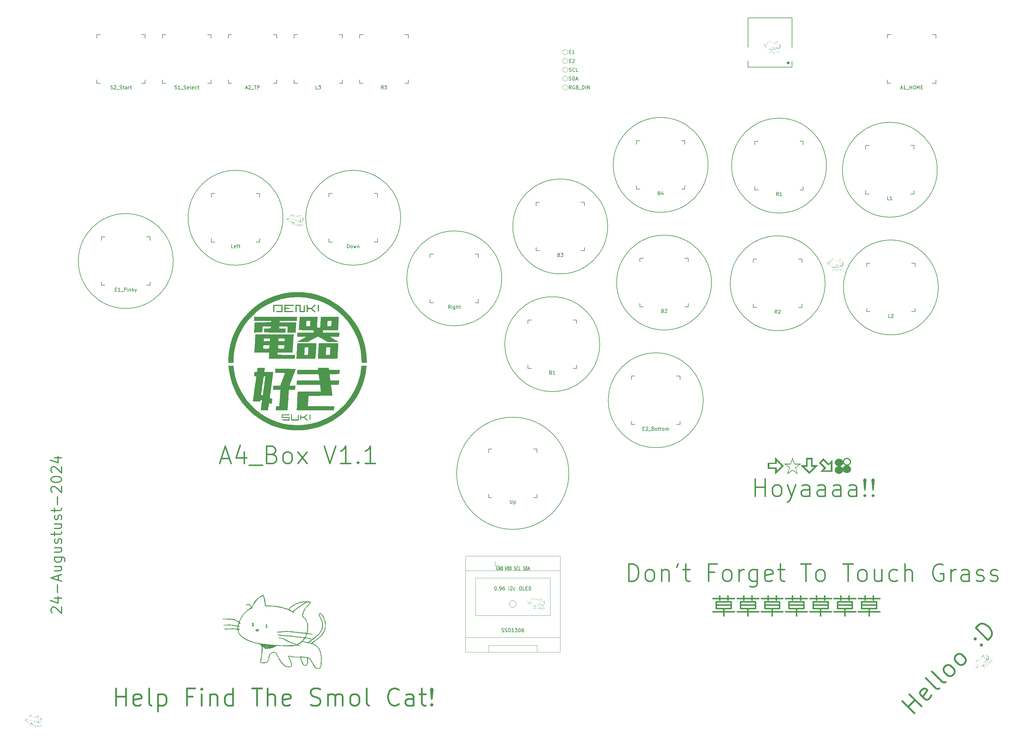
<source format=gto>
G04 #@! TF.GenerationSoftware,KiCad,Pcbnew,8.0.4*
G04 #@! TF.CreationDate,2024-10-27T13:40:52+07:00*
G04 #@! TF.ProjectId,ShinA4,5368696e-4134-42e6-9b69-6361645f7063,rev?*
G04 #@! TF.SameCoordinates,Original*
G04 #@! TF.FileFunction,Legend,Top*
G04 #@! TF.FilePolarity,Positive*
%FSLAX46Y46*%
G04 Gerber Fmt 4.6, Leading zero omitted, Abs format (unit mm)*
G04 Created by KiCad (PCBNEW 8.0.4) date 2024-10-27 13:40:52*
%MOMM*%
%LPD*%
G01*
G04 APERTURE LIST*
%ADD10C,0.200000*%
%ADD11C,0.300000*%
%ADD12C,0.400000*%
%ADD13C,0.500000*%
%ADD14C,0.150000*%
%ADD15C,0.000000*%
%ADD16C,0.120000*%
%ADD17C,0.100000*%
%ADD18C,1.701800*%
%ADD19C,3.000000*%
%ADD20C,4.900000*%
%ADD21C,0.990600*%
%ADD22C,1.000000*%
%ADD23C,1.632000*%
%ADD24C,3.520000*%
%ADD25R,1.700000X1.700000*%
%ADD26O,1.700000X1.700000*%
G04 APERTURE END LIST*
D10*
X-33400000Y46600000D02*
G75*
G02*
X-60800000Y46600000I-13700000J0D01*
G01*
X-60800000Y46600000D02*
G75*
G02*
X-33400000Y46600000I13700000J0D01*
G01*
X53979524Y-6121527D02*
G75*
G02*
X26579524Y-6121527I-13700000J0D01*
G01*
X26579524Y-6121527D02*
G75*
G02*
X53979524Y-6121527I13700000J0D01*
G01*
X89596072Y61673787D02*
G75*
G02*
X62196072Y61673787I-13700000J0D01*
G01*
X62196072Y61673787D02*
G75*
G02*
X89596072Y61673787I13700000J0D01*
G01*
X26393730Y44082144D02*
G75*
G02*
X-1006270Y44082144I-13700000J0D01*
G01*
X-1006270Y44082144D02*
G75*
G02*
X26393730Y44082144I13700000J0D01*
G01*
X15184243Y-27216032D02*
G75*
G02*
X-17215757Y-27216032I-16200000J0D01*
G01*
X-17215757Y-27216032D02*
G75*
G02*
X15184243Y-27216032I16200000J0D01*
G01*
X56391574Y27878152D02*
G75*
G02*
X28991574Y27878152I-13700000J0D01*
G01*
X28991574Y27878152D02*
G75*
G02*
X56391574Y27878152I13700000J0D01*
G01*
X55396098Y61878285D02*
G75*
G02*
X27996098Y61878285I-13700000J0D01*
G01*
X27996098Y61878285D02*
G75*
G02*
X55396098Y61878285I13700000J0D01*
G01*
X24089206Y10082450D02*
G75*
G02*
X-3310794Y10082450I-13700000J0D01*
G01*
X-3310794Y10082450D02*
G75*
G02*
X24089206Y10082450I13700000J0D01*
G01*
X-4208265Y29086216D02*
G75*
G02*
X-31608265Y29086216I-13700000J0D01*
G01*
X-31608265Y29086216D02*
G75*
G02*
X-4208265Y29086216I13700000J0D01*
G01*
X-67400000Y46600000D02*
G75*
G02*
X-94800000Y46600000I-13700000J0D01*
G01*
X-94800000Y46600000D02*
G75*
G02*
X-67400000Y46600000I13700000J0D01*
G01*
X121896072Y26473787D02*
G75*
G02*
X94496072Y26473787I-13700000J0D01*
G01*
X94496072Y26473787D02*
G75*
G02*
X121896072Y26473787I13700000J0D01*
G01*
X89191547Y27673788D02*
G75*
G02*
X61791547Y27673788I-13700000J0D01*
G01*
X61791547Y27673788D02*
G75*
G02*
X89191547Y27673788I13700000J0D01*
G01*
X-99100000Y34100000D02*
G75*
G02*
X-126500000Y34100000I-13700000J0D01*
G01*
X-126500000Y34100000D02*
G75*
G02*
X-99100000Y34100000I13700000J0D01*
G01*
X121596072Y60473787D02*
G75*
G02*
X94196072Y60473787I-13700000J0D01*
G01*
X94196072Y60473787D02*
G75*
G02*
X121596072Y60473787I13700000J0D01*
G01*
D11*
X-134097028Y-67571429D02*
X-134239885Y-67428572D01*
X-134239885Y-67428572D02*
X-134382742Y-67142858D01*
X-134382742Y-67142858D02*
X-134382742Y-66428572D01*
X-134382742Y-66428572D02*
X-134239885Y-66142858D01*
X-134239885Y-66142858D02*
X-134097028Y-66000000D01*
X-134097028Y-66000000D02*
X-133811314Y-65857143D01*
X-133811314Y-65857143D02*
X-133525600Y-65857143D01*
X-133525600Y-65857143D02*
X-133097028Y-66000000D01*
X-133097028Y-66000000D02*
X-131382742Y-67714286D01*
X-131382742Y-67714286D02*
X-131382742Y-65857143D01*
X-133382742Y-63285715D02*
X-131382742Y-63285715D01*
X-134525600Y-64000000D02*
X-132382742Y-64714286D01*
X-132382742Y-64714286D02*
X-132382742Y-62857143D01*
X-132525600Y-61714286D02*
X-132525600Y-59428572D01*
X-132239885Y-58142857D02*
X-132239885Y-56714286D01*
X-131382742Y-58428571D02*
X-134382742Y-57428571D01*
X-134382742Y-57428571D02*
X-131382742Y-56428571D01*
X-133382742Y-54142857D02*
X-131382742Y-54142857D01*
X-133382742Y-55428571D02*
X-131811314Y-55428571D01*
X-131811314Y-55428571D02*
X-131525600Y-55285714D01*
X-131525600Y-55285714D02*
X-131382742Y-54999999D01*
X-131382742Y-54999999D02*
X-131382742Y-54571428D01*
X-131382742Y-54571428D02*
X-131525600Y-54285714D01*
X-131525600Y-54285714D02*
X-131668457Y-54142857D01*
X-133382742Y-51428571D02*
X-130954171Y-51428571D01*
X-130954171Y-51428571D02*
X-130668457Y-51571428D01*
X-130668457Y-51571428D02*
X-130525600Y-51714285D01*
X-130525600Y-51714285D02*
X-130382742Y-51999999D01*
X-130382742Y-51999999D02*
X-130382742Y-52428571D01*
X-130382742Y-52428571D02*
X-130525600Y-52714285D01*
X-131525600Y-51428571D02*
X-131382742Y-51714285D01*
X-131382742Y-51714285D02*
X-131382742Y-52285713D01*
X-131382742Y-52285713D02*
X-131525600Y-52571428D01*
X-131525600Y-52571428D02*
X-131668457Y-52714285D01*
X-131668457Y-52714285D02*
X-131954171Y-52857142D01*
X-131954171Y-52857142D02*
X-132811314Y-52857142D01*
X-132811314Y-52857142D02*
X-133097028Y-52714285D01*
X-133097028Y-52714285D02*
X-133239885Y-52571428D01*
X-133239885Y-52571428D02*
X-133382742Y-52285713D01*
X-133382742Y-52285713D02*
X-133382742Y-51714285D01*
X-133382742Y-51714285D02*
X-133239885Y-51428571D01*
X-133382742Y-48714285D02*
X-131382742Y-48714285D01*
X-133382742Y-49999999D02*
X-131811314Y-49999999D01*
X-131811314Y-49999999D02*
X-131525600Y-49857142D01*
X-131525600Y-49857142D02*
X-131382742Y-49571427D01*
X-131382742Y-49571427D02*
X-131382742Y-49142856D01*
X-131382742Y-49142856D02*
X-131525600Y-48857142D01*
X-131525600Y-48857142D02*
X-131668457Y-48714285D01*
X-131525600Y-47428570D02*
X-131382742Y-47142856D01*
X-131382742Y-47142856D02*
X-131382742Y-46571427D01*
X-131382742Y-46571427D02*
X-131525600Y-46285713D01*
X-131525600Y-46285713D02*
X-131811314Y-46142856D01*
X-131811314Y-46142856D02*
X-131954171Y-46142856D01*
X-131954171Y-46142856D02*
X-132239885Y-46285713D01*
X-132239885Y-46285713D02*
X-132382742Y-46571427D01*
X-132382742Y-46571427D02*
X-132382742Y-46999999D01*
X-132382742Y-46999999D02*
X-132525600Y-47285713D01*
X-132525600Y-47285713D02*
X-132811314Y-47428570D01*
X-132811314Y-47428570D02*
X-132954171Y-47428570D01*
X-132954171Y-47428570D02*
X-133239885Y-47285713D01*
X-133239885Y-47285713D02*
X-133382742Y-46999999D01*
X-133382742Y-46999999D02*
X-133382742Y-46571427D01*
X-133382742Y-46571427D02*
X-133239885Y-46285713D01*
X-133382742Y-45285713D02*
X-133382742Y-44142856D01*
X-134382742Y-44857142D02*
X-131811314Y-44857142D01*
X-131811314Y-44857142D02*
X-131525600Y-44714285D01*
X-131525600Y-44714285D02*
X-131382742Y-44428570D01*
X-131382742Y-44428570D02*
X-131382742Y-44142856D01*
X-133382742Y-41857142D02*
X-131382742Y-41857142D01*
X-133382742Y-43142856D02*
X-131811314Y-43142856D01*
X-131811314Y-43142856D02*
X-131525600Y-42999999D01*
X-131525600Y-42999999D02*
X-131382742Y-42714284D01*
X-131382742Y-42714284D02*
X-131382742Y-42285713D01*
X-131382742Y-42285713D02*
X-131525600Y-41999999D01*
X-131525600Y-41999999D02*
X-131668457Y-41857142D01*
X-131525600Y-40571427D02*
X-131382742Y-40285713D01*
X-131382742Y-40285713D02*
X-131382742Y-39714284D01*
X-131382742Y-39714284D02*
X-131525600Y-39428570D01*
X-131525600Y-39428570D02*
X-131811314Y-39285713D01*
X-131811314Y-39285713D02*
X-131954171Y-39285713D01*
X-131954171Y-39285713D02*
X-132239885Y-39428570D01*
X-132239885Y-39428570D02*
X-132382742Y-39714284D01*
X-132382742Y-39714284D02*
X-132382742Y-40142856D01*
X-132382742Y-40142856D02*
X-132525600Y-40428570D01*
X-132525600Y-40428570D02*
X-132811314Y-40571427D01*
X-132811314Y-40571427D02*
X-132954171Y-40571427D01*
X-132954171Y-40571427D02*
X-133239885Y-40428570D01*
X-133239885Y-40428570D02*
X-133382742Y-40142856D01*
X-133382742Y-40142856D02*
X-133382742Y-39714284D01*
X-133382742Y-39714284D02*
X-133239885Y-39428570D01*
X-133382742Y-38428570D02*
X-133382742Y-37285713D01*
X-134382742Y-37999999D02*
X-131811314Y-37999999D01*
X-131811314Y-37999999D02*
X-131525600Y-37857142D01*
X-131525600Y-37857142D02*
X-131382742Y-37571427D01*
X-131382742Y-37571427D02*
X-131382742Y-37285713D01*
X-132525600Y-36285713D02*
X-132525600Y-33999999D01*
X-134097028Y-32714284D02*
X-134239885Y-32571427D01*
X-134239885Y-32571427D02*
X-134382742Y-32285713D01*
X-134382742Y-32285713D02*
X-134382742Y-31571427D01*
X-134382742Y-31571427D02*
X-134239885Y-31285713D01*
X-134239885Y-31285713D02*
X-134097028Y-31142855D01*
X-134097028Y-31142855D02*
X-133811314Y-30999998D01*
X-133811314Y-30999998D02*
X-133525600Y-30999998D01*
X-133525600Y-30999998D02*
X-133097028Y-31142855D01*
X-133097028Y-31142855D02*
X-131382742Y-32857141D01*
X-131382742Y-32857141D02*
X-131382742Y-30999998D01*
X-134382742Y-29142855D02*
X-134382742Y-28857141D01*
X-134382742Y-28857141D02*
X-134239885Y-28571427D01*
X-134239885Y-28571427D02*
X-134097028Y-28428570D01*
X-134097028Y-28428570D02*
X-133811314Y-28285712D01*
X-133811314Y-28285712D02*
X-133239885Y-28142855D01*
X-133239885Y-28142855D02*
X-132525600Y-28142855D01*
X-132525600Y-28142855D02*
X-131954171Y-28285712D01*
X-131954171Y-28285712D02*
X-131668457Y-28428570D01*
X-131668457Y-28428570D02*
X-131525600Y-28571427D01*
X-131525600Y-28571427D02*
X-131382742Y-28857141D01*
X-131382742Y-28857141D02*
X-131382742Y-29142855D01*
X-131382742Y-29142855D02*
X-131525600Y-29428570D01*
X-131525600Y-29428570D02*
X-131668457Y-29571427D01*
X-131668457Y-29571427D02*
X-131954171Y-29714284D01*
X-131954171Y-29714284D02*
X-132525600Y-29857141D01*
X-132525600Y-29857141D02*
X-133239885Y-29857141D01*
X-133239885Y-29857141D02*
X-133811314Y-29714284D01*
X-133811314Y-29714284D02*
X-134097028Y-29571427D01*
X-134097028Y-29571427D02*
X-134239885Y-29428570D01*
X-134239885Y-29428570D02*
X-134382742Y-29142855D01*
X-134097028Y-26999998D02*
X-134239885Y-26857141D01*
X-134239885Y-26857141D02*
X-134382742Y-26571427D01*
X-134382742Y-26571427D02*
X-134382742Y-25857141D01*
X-134382742Y-25857141D02*
X-134239885Y-25571427D01*
X-134239885Y-25571427D02*
X-134097028Y-25428569D01*
X-134097028Y-25428569D02*
X-133811314Y-25285712D01*
X-133811314Y-25285712D02*
X-133525600Y-25285712D01*
X-133525600Y-25285712D02*
X-133097028Y-25428569D01*
X-133097028Y-25428569D02*
X-131382742Y-27142855D01*
X-131382742Y-27142855D02*
X-131382742Y-25285712D01*
X-133382742Y-22714284D02*
X-131382742Y-22714284D01*
X-134525600Y-23428569D02*
X-132382742Y-24142855D01*
X-132382742Y-24142855D02*
X-132382742Y-22285712D01*
D12*
X98785714Y-63367295D02*
X104976190Y-63367295D01*
X99738095Y-65272057D02*
X104023809Y-65272057D01*
X99738095Y-66224438D02*
X104023809Y-66224438D01*
X98785714Y-67176819D02*
X104976190Y-67176819D01*
X99738095Y-64319676D02*
X99738095Y-66224438D01*
X100690476Y-62653009D02*
X100690476Y-63843485D01*
X101880952Y-66224438D02*
X101880952Y-68367295D01*
X103071428Y-62653009D02*
X103071428Y-63843485D01*
X99738095Y-64319676D02*
X104023809Y-64319676D01*
X104023809Y-64319676D02*
X104023809Y-66224438D01*
X84785714Y-63367295D02*
X90976190Y-63367295D01*
X85738095Y-65272057D02*
X90023809Y-65272057D01*
X85738095Y-66224438D02*
X90023809Y-66224438D01*
X84785714Y-67176819D02*
X90976190Y-67176819D01*
X85738095Y-64319676D02*
X85738095Y-66224438D01*
X86690476Y-62653009D02*
X86690476Y-63843485D01*
X87880952Y-66224438D02*
X87880952Y-68367295D01*
X89071428Y-62653009D02*
X89071428Y-63843485D01*
X85738095Y-64319676D02*
X90023809Y-64319676D01*
X90023809Y-64319676D02*
X90023809Y-66224438D01*
X70785714Y-63367295D02*
X76976190Y-63367295D01*
X71738095Y-65272057D02*
X76023809Y-65272057D01*
X71738095Y-66224438D02*
X76023809Y-66224438D01*
X70785714Y-67176819D02*
X76976190Y-67176819D01*
X71738095Y-64319676D02*
X71738095Y-66224438D01*
X72690476Y-62653009D02*
X72690476Y-63843485D01*
X73880952Y-66224438D02*
X73880952Y-68367295D01*
X75071428Y-62653009D02*
X75071428Y-63843485D01*
X71738095Y-64319676D02*
X76023809Y-64319676D01*
X76023809Y-64319676D02*
X76023809Y-66224438D01*
X91785714Y-63367295D02*
X97976190Y-63367295D01*
X92738095Y-65272057D02*
X97023809Y-65272057D01*
X92738095Y-66224438D02*
X97023809Y-66224438D01*
X91785714Y-67176819D02*
X97976190Y-67176819D01*
X92738095Y-64319676D02*
X92738095Y-66224438D01*
X93690476Y-62653009D02*
X93690476Y-63843485D01*
X94880952Y-66224438D02*
X94880952Y-68367295D01*
X96071428Y-62653009D02*
X96071428Y-63843485D01*
X92738095Y-64319676D02*
X97023809Y-64319676D01*
X97023809Y-64319676D02*
X97023809Y-66224438D01*
X68976190Y-33867295D02*
X68976190Y-28867295D01*
X68976190Y-31248247D02*
X71833333Y-31248247D01*
X71833333Y-33867295D02*
X71833333Y-28867295D01*
X74928570Y-33867295D02*
X74452380Y-33629200D01*
X74452380Y-33629200D02*
X74214285Y-33391104D01*
X74214285Y-33391104D02*
X73976189Y-32914914D01*
X73976189Y-32914914D02*
X73976189Y-31486342D01*
X73976189Y-31486342D02*
X74214285Y-31010152D01*
X74214285Y-31010152D02*
X74452380Y-30772057D01*
X74452380Y-30772057D02*
X74928570Y-30533961D01*
X74928570Y-30533961D02*
X75642856Y-30533961D01*
X75642856Y-30533961D02*
X76119047Y-30772057D01*
X76119047Y-30772057D02*
X76357142Y-31010152D01*
X76357142Y-31010152D02*
X76595237Y-31486342D01*
X76595237Y-31486342D02*
X76595237Y-32914914D01*
X76595237Y-32914914D02*
X76357142Y-33391104D01*
X76357142Y-33391104D02*
X76119047Y-33629200D01*
X76119047Y-33629200D02*
X75642856Y-33867295D01*
X75642856Y-33867295D02*
X74928570Y-33867295D01*
X78261904Y-30533961D02*
X79452380Y-33867295D01*
X80642857Y-30533961D02*
X79452380Y-33867295D01*
X79452380Y-33867295D02*
X78976190Y-35057771D01*
X78976190Y-35057771D02*
X78738095Y-35295866D01*
X78738095Y-35295866D02*
X78261904Y-35533961D01*
X84690476Y-33867295D02*
X84690476Y-31248247D01*
X84690476Y-31248247D02*
X84452381Y-30772057D01*
X84452381Y-30772057D02*
X83976190Y-30533961D01*
X83976190Y-30533961D02*
X83023809Y-30533961D01*
X83023809Y-30533961D02*
X82547619Y-30772057D01*
X84690476Y-33629200D02*
X84214285Y-33867295D01*
X84214285Y-33867295D02*
X83023809Y-33867295D01*
X83023809Y-33867295D02*
X82547619Y-33629200D01*
X82547619Y-33629200D02*
X82309523Y-33153009D01*
X82309523Y-33153009D02*
X82309523Y-32676819D01*
X82309523Y-32676819D02*
X82547619Y-32200628D01*
X82547619Y-32200628D02*
X83023809Y-31962533D01*
X83023809Y-31962533D02*
X84214285Y-31962533D01*
X84214285Y-31962533D02*
X84690476Y-31724438D01*
X89214286Y-33867295D02*
X89214286Y-31248247D01*
X89214286Y-31248247D02*
X88976191Y-30772057D01*
X88976191Y-30772057D02*
X88500000Y-30533961D01*
X88500000Y-30533961D02*
X87547619Y-30533961D01*
X87547619Y-30533961D02*
X87071429Y-30772057D01*
X89214286Y-33629200D02*
X88738095Y-33867295D01*
X88738095Y-33867295D02*
X87547619Y-33867295D01*
X87547619Y-33867295D02*
X87071429Y-33629200D01*
X87071429Y-33629200D02*
X86833333Y-33153009D01*
X86833333Y-33153009D02*
X86833333Y-32676819D01*
X86833333Y-32676819D02*
X87071429Y-32200628D01*
X87071429Y-32200628D02*
X87547619Y-31962533D01*
X87547619Y-31962533D02*
X88738095Y-31962533D01*
X88738095Y-31962533D02*
X89214286Y-31724438D01*
X93738096Y-33867295D02*
X93738096Y-31248247D01*
X93738096Y-31248247D02*
X93500001Y-30772057D01*
X93500001Y-30772057D02*
X93023810Y-30533961D01*
X93023810Y-30533961D02*
X92071429Y-30533961D01*
X92071429Y-30533961D02*
X91595239Y-30772057D01*
X93738096Y-33629200D02*
X93261905Y-33867295D01*
X93261905Y-33867295D02*
X92071429Y-33867295D01*
X92071429Y-33867295D02*
X91595239Y-33629200D01*
X91595239Y-33629200D02*
X91357143Y-33153009D01*
X91357143Y-33153009D02*
X91357143Y-32676819D01*
X91357143Y-32676819D02*
X91595239Y-32200628D01*
X91595239Y-32200628D02*
X92071429Y-31962533D01*
X92071429Y-31962533D02*
X93261905Y-31962533D01*
X93261905Y-31962533D02*
X93738096Y-31724438D01*
X98261906Y-33867295D02*
X98261906Y-31248247D01*
X98261906Y-31248247D02*
X98023811Y-30772057D01*
X98023811Y-30772057D02*
X97547620Y-30533961D01*
X97547620Y-30533961D02*
X96595239Y-30533961D01*
X96595239Y-30533961D02*
X96119049Y-30772057D01*
X98261906Y-33629200D02*
X97785715Y-33867295D01*
X97785715Y-33867295D02*
X96595239Y-33867295D01*
X96595239Y-33867295D02*
X96119049Y-33629200D01*
X96119049Y-33629200D02*
X95880953Y-33153009D01*
X95880953Y-33153009D02*
X95880953Y-32676819D01*
X95880953Y-32676819D02*
X96119049Y-32200628D01*
X96119049Y-32200628D02*
X96595239Y-31962533D01*
X96595239Y-31962533D02*
X97785715Y-31962533D01*
X97785715Y-31962533D02*
X98261906Y-31724438D01*
X100642859Y-33391104D02*
X100880954Y-33629200D01*
X100880954Y-33629200D02*
X100642859Y-33867295D01*
X100642859Y-33867295D02*
X100404763Y-33629200D01*
X100404763Y-33629200D02*
X100642859Y-33391104D01*
X100642859Y-33391104D02*
X100642859Y-33867295D01*
X100642859Y-31962533D02*
X100404763Y-29105390D01*
X100404763Y-29105390D02*
X100642859Y-28867295D01*
X100642859Y-28867295D02*
X100880954Y-29105390D01*
X100880954Y-29105390D02*
X100642859Y-31962533D01*
X100642859Y-31962533D02*
X100642859Y-28867295D01*
X103023811Y-33391104D02*
X103261906Y-33629200D01*
X103261906Y-33629200D02*
X103023811Y-33867295D01*
X103023811Y-33867295D02*
X102785715Y-33629200D01*
X102785715Y-33629200D02*
X103023811Y-33391104D01*
X103023811Y-33391104D02*
X103023811Y-33867295D01*
X103023811Y-31962533D02*
X102785715Y-29105390D01*
X102785715Y-29105390D02*
X103023811Y-28867295D01*
X103023811Y-28867295D02*
X103261906Y-29105390D01*
X103261906Y-29105390D02*
X103023811Y-31962533D01*
X103023811Y-31962533D02*
X103023811Y-28867295D01*
D13*
X115016358Y-96581508D02*
X111480824Y-93045974D01*
X113164412Y-94729561D02*
X115184717Y-92709256D01*
X117036663Y-94561203D02*
X113501129Y-91025669D01*
X119898762Y-91362386D02*
X119730403Y-91867463D01*
X119730403Y-91867463D02*
X119056968Y-92540898D01*
X119056968Y-92540898D02*
X118551892Y-92709256D01*
X118551892Y-92709256D02*
X118046815Y-92540898D01*
X118046815Y-92540898D02*
X116699945Y-91194028D01*
X116699945Y-91194028D02*
X116531586Y-90688951D01*
X116531586Y-90688951D02*
X116699945Y-90183875D01*
X116699945Y-90183875D02*
X117373380Y-89510440D01*
X117373380Y-89510440D02*
X117878457Y-89342081D01*
X117878457Y-89342081D02*
X118383533Y-89510440D01*
X118383533Y-89510440D02*
X118720250Y-89847157D01*
X118720250Y-89847157D02*
X117373380Y-91867463D01*
X122255784Y-89342081D02*
X121750708Y-89510440D01*
X121750708Y-89510440D02*
X121245631Y-89342081D01*
X121245631Y-89342081D02*
X118215174Y-86311624D01*
X124107731Y-87490135D02*
X123602654Y-87658494D01*
X123602654Y-87658494D02*
X123097578Y-87490135D01*
X123097578Y-87490135D02*
X120067120Y-84459677D01*
X125959677Y-85638188D02*
X125454601Y-85806547D01*
X125454601Y-85806547D02*
X125117883Y-85806547D01*
X125117883Y-85806547D02*
X124612807Y-85638188D01*
X124612807Y-85638188D02*
X123602655Y-84628036D01*
X123602655Y-84628036D02*
X123434296Y-84122959D01*
X123434296Y-84122959D02*
X123434296Y-83786242D01*
X123434296Y-83786242D02*
X123602655Y-83281166D01*
X123602655Y-83281166D02*
X124107731Y-82776089D01*
X124107731Y-82776089D02*
X124612807Y-82607731D01*
X124612807Y-82607731D02*
X124949525Y-82607731D01*
X124949525Y-82607731D02*
X125454601Y-82776089D01*
X125454601Y-82776089D02*
X126464754Y-83786242D01*
X126464754Y-83786242D02*
X126633112Y-84291318D01*
X126633112Y-84291318D02*
X126633112Y-84628036D01*
X126633112Y-84628036D02*
X126464754Y-85133112D01*
X126464754Y-85133112D02*
X125959677Y-85638188D01*
X129158494Y-82439371D02*
X128653418Y-82607730D01*
X128653418Y-82607730D02*
X128316700Y-82607730D01*
X128316700Y-82607730D02*
X127811624Y-82439371D01*
X127811624Y-82439371D02*
X126801471Y-81429219D01*
X126801471Y-81429219D02*
X126633113Y-80924143D01*
X126633113Y-80924143D02*
X126633113Y-80587425D01*
X126633113Y-80587425D02*
X126801471Y-80082349D01*
X126801471Y-80082349D02*
X127306548Y-79577273D01*
X127306548Y-79577273D02*
X127811624Y-79408914D01*
X127811624Y-79408914D02*
X128148341Y-79408914D01*
X128148341Y-79408914D02*
X128653418Y-79577273D01*
X128653418Y-79577273D02*
X129663570Y-80587425D01*
X129663570Y-80587425D02*
X129831929Y-81092501D01*
X129831929Y-81092501D02*
X129831929Y-81429219D01*
X129831929Y-81429219D02*
X129663570Y-81934295D01*
X129663570Y-81934295D02*
X129158494Y-82439371D01*
X134209257Y-76715173D02*
X134545975Y-76715173D01*
X134545975Y-76715173D02*
X134545975Y-77051891D01*
X134545975Y-77051891D02*
X134209257Y-77051891D01*
X134209257Y-77051891D02*
X134209257Y-76715173D01*
X134209257Y-76715173D02*
X134545975Y-77051891D01*
X132357311Y-74863227D02*
X132694028Y-74863227D01*
X132694028Y-74863227D02*
X132694028Y-75199944D01*
X132694028Y-75199944D02*
X132357311Y-75199944D01*
X132357311Y-75199944D02*
X132357311Y-74863227D01*
X132357311Y-74863227D02*
X132694028Y-75199944D01*
X136229562Y-75368303D02*
X132694028Y-71832770D01*
X132694028Y-71832770D02*
X133535822Y-70990976D01*
X133535822Y-70990976D02*
X134209257Y-70654258D01*
X134209257Y-70654258D02*
X134882692Y-70654258D01*
X134882692Y-70654258D02*
X135387768Y-70822617D01*
X135387768Y-70822617D02*
X136229562Y-71327693D01*
X136229562Y-71327693D02*
X136734638Y-71832770D01*
X136734638Y-71832770D02*
X137239715Y-72674563D01*
X137239715Y-72674563D02*
X137408073Y-73179640D01*
X137408073Y-73179640D02*
X137408073Y-73853075D01*
X137408073Y-73853075D02*
X137071356Y-74526510D01*
X137071356Y-74526510D02*
X136229562Y-75368303D01*
X-115595239Y-94362095D02*
X-115595239Y-89362095D01*
X-115595239Y-91743047D02*
X-112738096Y-91743047D01*
X-112738096Y-94362095D02*
X-112738096Y-89362095D01*
X-108452382Y-94124000D02*
X-108928573Y-94362095D01*
X-108928573Y-94362095D02*
X-109880954Y-94362095D01*
X-109880954Y-94362095D02*
X-110357144Y-94124000D01*
X-110357144Y-94124000D02*
X-110595240Y-93647809D01*
X-110595240Y-93647809D02*
X-110595240Y-91743047D01*
X-110595240Y-91743047D02*
X-110357144Y-91266857D01*
X-110357144Y-91266857D02*
X-109880954Y-91028761D01*
X-109880954Y-91028761D02*
X-108928573Y-91028761D01*
X-108928573Y-91028761D02*
X-108452382Y-91266857D01*
X-108452382Y-91266857D02*
X-108214287Y-91743047D01*
X-108214287Y-91743047D02*
X-108214287Y-92219238D01*
X-108214287Y-92219238D02*
X-110595240Y-92695428D01*
X-105357145Y-94362095D02*
X-105833335Y-94124000D01*
X-105833335Y-94124000D02*
X-106071430Y-93647809D01*
X-106071430Y-93647809D02*
X-106071430Y-89362095D01*
X-103452382Y-91028761D02*
X-103452382Y-96028761D01*
X-103452382Y-91266857D02*
X-102976192Y-91028761D01*
X-102976192Y-91028761D02*
X-102023811Y-91028761D01*
X-102023811Y-91028761D02*
X-101547620Y-91266857D01*
X-101547620Y-91266857D02*
X-101309525Y-91504952D01*
X-101309525Y-91504952D02*
X-101071430Y-91981142D01*
X-101071430Y-91981142D02*
X-101071430Y-93409714D01*
X-101071430Y-93409714D02*
X-101309525Y-93885904D01*
X-101309525Y-93885904D02*
X-101547620Y-94124000D01*
X-101547620Y-94124000D02*
X-102023811Y-94362095D01*
X-102023811Y-94362095D02*
X-102976192Y-94362095D01*
X-102976192Y-94362095D02*
X-103452382Y-94124000D01*
X-93452382Y-91743047D02*
X-95119048Y-91743047D01*
X-95119048Y-94362095D02*
X-95119048Y-89362095D01*
X-95119048Y-89362095D02*
X-92738096Y-89362095D01*
X-90833334Y-94362095D02*
X-90833334Y-91028761D01*
X-90833334Y-89362095D02*
X-91071430Y-89600190D01*
X-91071430Y-89600190D02*
X-90833334Y-89838285D01*
X-90833334Y-89838285D02*
X-90595239Y-89600190D01*
X-90595239Y-89600190D02*
X-90833334Y-89362095D01*
X-90833334Y-89362095D02*
X-90833334Y-89838285D01*
X-88452382Y-91028761D02*
X-88452382Y-94362095D01*
X-88452382Y-91504952D02*
X-88214287Y-91266857D01*
X-88214287Y-91266857D02*
X-87738097Y-91028761D01*
X-87738097Y-91028761D02*
X-87023811Y-91028761D01*
X-87023811Y-91028761D02*
X-86547620Y-91266857D01*
X-86547620Y-91266857D02*
X-86309525Y-91743047D01*
X-86309525Y-91743047D02*
X-86309525Y-94362095D01*
X-81785715Y-94362095D02*
X-81785715Y-89362095D01*
X-81785715Y-94124000D02*
X-82261906Y-94362095D01*
X-82261906Y-94362095D02*
X-83214287Y-94362095D01*
X-83214287Y-94362095D02*
X-83690477Y-94124000D01*
X-83690477Y-94124000D02*
X-83928572Y-93885904D01*
X-83928572Y-93885904D02*
X-84166668Y-93409714D01*
X-84166668Y-93409714D02*
X-84166668Y-91981142D01*
X-84166668Y-91981142D02*
X-83928572Y-91504952D01*
X-83928572Y-91504952D02*
X-83690477Y-91266857D01*
X-83690477Y-91266857D02*
X-83214287Y-91028761D01*
X-83214287Y-91028761D02*
X-82261906Y-91028761D01*
X-82261906Y-91028761D02*
X-81785715Y-91266857D01*
X-76309524Y-89362095D02*
X-73452381Y-89362095D01*
X-74880953Y-94362095D02*
X-74880953Y-89362095D01*
X-71785714Y-94362095D02*
X-71785714Y-89362095D01*
X-69642857Y-94362095D02*
X-69642857Y-91743047D01*
X-69642857Y-91743047D02*
X-69880952Y-91266857D01*
X-69880952Y-91266857D02*
X-70357143Y-91028761D01*
X-70357143Y-91028761D02*
X-71071429Y-91028761D01*
X-71071429Y-91028761D02*
X-71547619Y-91266857D01*
X-71547619Y-91266857D02*
X-71785714Y-91504952D01*
X-65357142Y-94124000D02*
X-65833333Y-94362095D01*
X-65833333Y-94362095D02*
X-66785714Y-94362095D01*
X-66785714Y-94362095D02*
X-67261904Y-94124000D01*
X-67261904Y-94124000D02*
X-67500000Y-93647809D01*
X-67500000Y-93647809D02*
X-67500000Y-91743047D01*
X-67500000Y-91743047D02*
X-67261904Y-91266857D01*
X-67261904Y-91266857D02*
X-66785714Y-91028761D01*
X-66785714Y-91028761D02*
X-65833333Y-91028761D01*
X-65833333Y-91028761D02*
X-65357142Y-91266857D01*
X-65357142Y-91266857D02*
X-65119047Y-91743047D01*
X-65119047Y-91743047D02*
X-65119047Y-92219238D01*
X-65119047Y-92219238D02*
X-67500000Y-92695428D01*
X-59404762Y-94124000D02*
X-58690476Y-94362095D01*
X-58690476Y-94362095D02*
X-57500000Y-94362095D01*
X-57500000Y-94362095D02*
X-57023809Y-94124000D01*
X-57023809Y-94124000D02*
X-56785714Y-93885904D01*
X-56785714Y-93885904D02*
X-56547619Y-93409714D01*
X-56547619Y-93409714D02*
X-56547619Y-92933523D01*
X-56547619Y-92933523D02*
X-56785714Y-92457333D01*
X-56785714Y-92457333D02*
X-57023809Y-92219238D01*
X-57023809Y-92219238D02*
X-57500000Y-91981142D01*
X-57500000Y-91981142D02*
X-58452381Y-91743047D01*
X-58452381Y-91743047D02*
X-58928571Y-91504952D01*
X-58928571Y-91504952D02*
X-59166666Y-91266857D01*
X-59166666Y-91266857D02*
X-59404762Y-90790666D01*
X-59404762Y-90790666D02*
X-59404762Y-90314476D01*
X-59404762Y-90314476D02*
X-59166666Y-89838285D01*
X-59166666Y-89838285D02*
X-58928571Y-89600190D01*
X-58928571Y-89600190D02*
X-58452381Y-89362095D01*
X-58452381Y-89362095D02*
X-57261904Y-89362095D01*
X-57261904Y-89362095D02*
X-56547619Y-89600190D01*
X-54404761Y-94362095D02*
X-54404761Y-91028761D01*
X-54404761Y-91504952D02*
X-54166666Y-91266857D01*
X-54166666Y-91266857D02*
X-53690476Y-91028761D01*
X-53690476Y-91028761D02*
X-52976190Y-91028761D01*
X-52976190Y-91028761D02*
X-52499999Y-91266857D01*
X-52499999Y-91266857D02*
X-52261904Y-91743047D01*
X-52261904Y-91743047D02*
X-52261904Y-94362095D01*
X-52261904Y-91743047D02*
X-52023809Y-91266857D01*
X-52023809Y-91266857D02*
X-51547618Y-91028761D01*
X-51547618Y-91028761D02*
X-50833333Y-91028761D01*
X-50833333Y-91028761D02*
X-50357142Y-91266857D01*
X-50357142Y-91266857D02*
X-50119047Y-91743047D01*
X-50119047Y-91743047D02*
X-50119047Y-94362095D01*
X-47023809Y-94362095D02*
X-47499999Y-94124000D01*
X-47499999Y-94124000D02*
X-47738094Y-93885904D01*
X-47738094Y-93885904D02*
X-47976190Y-93409714D01*
X-47976190Y-93409714D02*
X-47976190Y-91981142D01*
X-47976190Y-91981142D02*
X-47738094Y-91504952D01*
X-47738094Y-91504952D02*
X-47499999Y-91266857D01*
X-47499999Y-91266857D02*
X-47023809Y-91028761D01*
X-47023809Y-91028761D02*
X-46309523Y-91028761D01*
X-46309523Y-91028761D02*
X-45833332Y-91266857D01*
X-45833332Y-91266857D02*
X-45595237Y-91504952D01*
X-45595237Y-91504952D02*
X-45357142Y-91981142D01*
X-45357142Y-91981142D02*
X-45357142Y-93409714D01*
X-45357142Y-93409714D02*
X-45595237Y-93885904D01*
X-45595237Y-93885904D02*
X-45833332Y-94124000D01*
X-45833332Y-94124000D02*
X-46309523Y-94362095D01*
X-46309523Y-94362095D02*
X-47023809Y-94362095D01*
X-42499999Y-94362095D02*
X-42976189Y-94124000D01*
X-42976189Y-94124000D02*
X-43214284Y-93647809D01*
X-43214284Y-93647809D02*
X-43214284Y-89362095D01*
X-33928569Y-93885904D02*
X-34166665Y-94124000D01*
X-34166665Y-94124000D02*
X-34880950Y-94362095D01*
X-34880950Y-94362095D02*
X-35357141Y-94362095D01*
X-35357141Y-94362095D02*
X-36071427Y-94124000D01*
X-36071427Y-94124000D02*
X-36547617Y-93647809D01*
X-36547617Y-93647809D02*
X-36785712Y-93171619D01*
X-36785712Y-93171619D02*
X-37023808Y-92219238D01*
X-37023808Y-92219238D02*
X-37023808Y-91504952D01*
X-37023808Y-91504952D02*
X-36785712Y-90552571D01*
X-36785712Y-90552571D02*
X-36547617Y-90076380D01*
X-36547617Y-90076380D02*
X-36071427Y-89600190D01*
X-36071427Y-89600190D02*
X-35357141Y-89362095D01*
X-35357141Y-89362095D02*
X-34880950Y-89362095D01*
X-34880950Y-89362095D02*
X-34166665Y-89600190D01*
X-34166665Y-89600190D02*
X-33928569Y-89838285D01*
X-29642855Y-94362095D02*
X-29642855Y-91743047D01*
X-29642855Y-91743047D02*
X-29880950Y-91266857D01*
X-29880950Y-91266857D02*
X-30357141Y-91028761D01*
X-30357141Y-91028761D02*
X-31309522Y-91028761D01*
X-31309522Y-91028761D02*
X-31785712Y-91266857D01*
X-29642855Y-94124000D02*
X-30119046Y-94362095D01*
X-30119046Y-94362095D02*
X-31309522Y-94362095D01*
X-31309522Y-94362095D02*
X-31785712Y-94124000D01*
X-31785712Y-94124000D02*
X-32023808Y-93647809D01*
X-32023808Y-93647809D02*
X-32023808Y-93171619D01*
X-32023808Y-93171619D02*
X-31785712Y-92695428D01*
X-31785712Y-92695428D02*
X-31309522Y-92457333D01*
X-31309522Y-92457333D02*
X-30119046Y-92457333D01*
X-30119046Y-92457333D02*
X-29642855Y-92219238D01*
X-27976188Y-91028761D02*
X-26071426Y-91028761D01*
X-27261902Y-89362095D02*
X-27261902Y-93647809D01*
X-27261902Y-93647809D02*
X-27023807Y-94124000D01*
X-27023807Y-94124000D02*
X-26547617Y-94362095D01*
X-26547617Y-94362095D02*
X-26071426Y-94362095D01*
X-24404759Y-93885904D02*
X-24166664Y-94124000D01*
X-24166664Y-94124000D02*
X-24404759Y-94362095D01*
X-24404759Y-94362095D02*
X-24642855Y-94124000D01*
X-24642855Y-94124000D02*
X-24404759Y-93885904D01*
X-24404759Y-93885904D02*
X-24404759Y-94362095D01*
X-24404759Y-92457333D02*
X-24642855Y-89600190D01*
X-24642855Y-89600190D02*
X-24404759Y-89362095D01*
X-24404759Y-89362095D02*
X-24166664Y-89600190D01*
X-24166664Y-89600190D02*
X-24404759Y-92457333D01*
X-24404759Y-92457333D02*
X-24404759Y-89362095D01*
D12*
X77785714Y-63367295D02*
X83976190Y-63367295D01*
X78738095Y-65272057D02*
X83023809Y-65272057D01*
X78738095Y-66224438D02*
X83023809Y-66224438D01*
X77785714Y-67176819D02*
X83976190Y-67176819D01*
X78738095Y-64319676D02*
X78738095Y-66224438D01*
X79690476Y-62653009D02*
X79690476Y-63843485D01*
X80880952Y-66224438D02*
X80880952Y-68367295D01*
X82071428Y-62653009D02*
X82071428Y-63843485D01*
X78738095Y-64319676D02*
X83023809Y-64319676D01*
X83023809Y-64319676D02*
X83023809Y-66224438D01*
X-85261905Y-22938723D02*
X-82880952Y-22938723D01*
X-85738095Y-24367295D02*
X-84071428Y-19367295D01*
X-84071428Y-19367295D02*
X-82404762Y-24367295D01*
X-78595238Y-21033961D02*
X-78595238Y-24367295D01*
X-79785714Y-19129200D02*
X-80976191Y-22700628D01*
X-80976191Y-22700628D02*
X-77880952Y-22700628D01*
X-77166667Y-24843485D02*
X-73357143Y-24843485D01*
X-70500000Y-21748247D02*
X-69785714Y-21986342D01*
X-69785714Y-21986342D02*
X-69547619Y-22224438D01*
X-69547619Y-22224438D02*
X-69309523Y-22700628D01*
X-69309523Y-22700628D02*
X-69309523Y-23414914D01*
X-69309523Y-23414914D02*
X-69547619Y-23891104D01*
X-69547619Y-23891104D02*
X-69785714Y-24129200D01*
X-69785714Y-24129200D02*
X-70261904Y-24367295D01*
X-70261904Y-24367295D02*
X-72166666Y-24367295D01*
X-72166666Y-24367295D02*
X-72166666Y-19367295D01*
X-72166666Y-19367295D02*
X-70500000Y-19367295D01*
X-70500000Y-19367295D02*
X-70023809Y-19605390D01*
X-70023809Y-19605390D02*
X-69785714Y-19843485D01*
X-69785714Y-19843485D02*
X-69547619Y-20319676D01*
X-69547619Y-20319676D02*
X-69547619Y-20795866D01*
X-69547619Y-20795866D02*
X-69785714Y-21272057D01*
X-69785714Y-21272057D02*
X-70023809Y-21510152D01*
X-70023809Y-21510152D02*
X-70500000Y-21748247D01*
X-70500000Y-21748247D02*
X-72166666Y-21748247D01*
X-66452381Y-24367295D02*
X-66928571Y-24129200D01*
X-66928571Y-24129200D02*
X-67166666Y-23891104D01*
X-67166666Y-23891104D02*
X-67404762Y-23414914D01*
X-67404762Y-23414914D02*
X-67404762Y-21986342D01*
X-67404762Y-21986342D02*
X-67166666Y-21510152D01*
X-67166666Y-21510152D02*
X-66928571Y-21272057D01*
X-66928571Y-21272057D02*
X-66452381Y-21033961D01*
X-66452381Y-21033961D02*
X-65738095Y-21033961D01*
X-65738095Y-21033961D02*
X-65261904Y-21272057D01*
X-65261904Y-21272057D02*
X-65023809Y-21510152D01*
X-65023809Y-21510152D02*
X-64785714Y-21986342D01*
X-64785714Y-21986342D02*
X-64785714Y-23414914D01*
X-64785714Y-23414914D02*
X-65023809Y-23891104D01*
X-65023809Y-23891104D02*
X-65261904Y-24129200D01*
X-65261904Y-24129200D02*
X-65738095Y-24367295D01*
X-65738095Y-24367295D02*
X-66452381Y-24367295D01*
X-63119047Y-24367295D02*
X-60499999Y-21033961D01*
X-63119047Y-21033961D02*
X-60499999Y-24367295D01*
X-55499999Y-19367295D02*
X-53833332Y-24367295D01*
X-53833332Y-24367295D02*
X-52166666Y-19367295D01*
X-47880952Y-24367295D02*
X-50738095Y-24367295D01*
X-49309523Y-24367295D02*
X-49309523Y-19367295D01*
X-49309523Y-19367295D02*
X-49785714Y-20081580D01*
X-49785714Y-20081580D02*
X-50261904Y-20557771D01*
X-50261904Y-20557771D02*
X-50738095Y-20795866D01*
X-45738094Y-23891104D02*
X-45499999Y-24129200D01*
X-45499999Y-24129200D02*
X-45738094Y-24367295D01*
X-45738094Y-24367295D02*
X-45976190Y-24129200D01*
X-45976190Y-24129200D02*
X-45738094Y-23891104D01*
X-45738094Y-23891104D02*
X-45738094Y-24367295D01*
X-40738095Y-24367295D02*
X-43595238Y-24367295D01*
X-42166666Y-24367295D02*
X-42166666Y-19367295D01*
X-42166666Y-19367295D02*
X-42642857Y-20081580D01*
X-42642857Y-20081580D02*
X-43119047Y-20557771D01*
X-43119047Y-20557771D02*
X-43595238Y-20795866D01*
X32453633Y-58367295D02*
X32453633Y-53367295D01*
X32453633Y-53367295D02*
X33644109Y-53367295D01*
X33644109Y-53367295D02*
X34358395Y-53605390D01*
X34358395Y-53605390D02*
X34834585Y-54081580D01*
X34834585Y-54081580D02*
X35072680Y-54557771D01*
X35072680Y-54557771D02*
X35310776Y-55510152D01*
X35310776Y-55510152D02*
X35310776Y-56224438D01*
X35310776Y-56224438D02*
X35072680Y-57176819D01*
X35072680Y-57176819D02*
X34834585Y-57653009D01*
X34834585Y-57653009D02*
X34358395Y-58129200D01*
X34358395Y-58129200D02*
X33644109Y-58367295D01*
X33644109Y-58367295D02*
X32453633Y-58367295D01*
X38167918Y-58367295D02*
X37691728Y-58129200D01*
X37691728Y-58129200D02*
X37453633Y-57891104D01*
X37453633Y-57891104D02*
X37215537Y-57414914D01*
X37215537Y-57414914D02*
X37215537Y-55986342D01*
X37215537Y-55986342D02*
X37453633Y-55510152D01*
X37453633Y-55510152D02*
X37691728Y-55272057D01*
X37691728Y-55272057D02*
X38167918Y-55033961D01*
X38167918Y-55033961D02*
X38882204Y-55033961D01*
X38882204Y-55033961D02*
X39358395Y-55272057D01*
X39358395Y-55272057D02*
X39596490Y-55510152D01*
X39596490Y-55510152D02*
X39834585Y-55986342D01*
X39834585Y-55986342D02*
X39834585Y-57414914D01*
X39834585Y-57414914D02*
X39596490Y-57891104D01*
X39596490Y-57891104D02*
X39358395Y-58129200D01*
X39358395Y-58129200D02*
X38882204Y-58367295D01*
X38882204Y-58367295D02*
X38167918Y-58367295D01*
X41977443Y-55033961D02*
X41977443Y-58367295D01*
X41977443Y-55510152D02*
X42215538Y-55272057D01*
X42215538Y-55272057D02*
X42691728Y-55033961D01*
X42691728Y-55033961D02*
X43406014Y-55033961D01*
X43406014Y-55033961D02*
X43882205Y-55272057D01*
X43882205Y-55272057D02*
X44120300Y-55748247D01*
X44120300Y-55748247D02*
X44120300Y-58367295D01*
X46739348Y-53367295D02*
X46263157Y-54319676D01*
X48167919Y-55033961D02*
X50072681Y-55033961D01*
X48882205Y-53367295D02*
X48882205Y-57653009D01*
X48882205Y-57653009D02*
X49120300Y-58129200D01*
X49120300Y-58129200D02*
X49596490Y-58367295D01*
X49596490Y-58367295D02*
X50072681Y-58367295D01*
X57215538Y-55748247D02*
X55548872Y-55748247D01*
X55548872Y-58367295D02*
X55548872Y-53367295D01*
X55548872Y-53367295D02*
X57929824Y-53367295D01*
X60548871Y-58367295D02*
X60072681Y-58129200D01*
X60072681Y-58129200D02*
X59834586Y-57891104D01*
X59834586Y-57891104D02*
X59596490Y-57414914D01*
X59596490Y-57414914D02*
X59596490Y-55986342D01*
X59596490Y-55986342D02*
X59834586Y-55510152D01*
X59834586Y-55510152D02*
X60072681Y-55272057D01*
X60072681Y-55272057D02*
X60548871Y-55033961D01*
X60548871Y-55033961D02*
X61263157Y-55033961D01*
X61263157Y-55033961D02*
X61739348Y-55272057D01*
X61739348Y-55272057D02*
X61977443Y-55510152D01*
X61977443Y-55510152D02*
X62215538Y-55986342D01*
X62215538Y-55986342D02*
X62215538Y-57414914D01*
X62215538Y-57414914D02*
X61977443Y-57891104D01*
X61977443Y-57891104D02*
X61739348Y-58129200D01*
X61739348Y-58129200D02*
X61263157Y-58367295D01*
X61263157Y-58367295D02*
X60548871Y-58367295D01*
X64358396Y-58367295D02*
X64358396Y-55033961D01*
X64358396Y-55986342D02*
X64596491Y-55510152D01*
X64596491Y-55510152D02*
X64834586Y-55272057D01*
X64834586Y-55272057D02*
X65310777Y-55033961D01*
X65310777Y-55033961D02*
X65786967Y-55033961D01*
X69596491Y-55033961D02*
X69596491Y-59081580D01*
X69596491Y-59081580D02*
X69358396Y-59557771D01*
X69358396Y-59557771D02*
X69120300Y-59795866D01*
X69120300Y-59795866D02*
X68644110Y-60033961D01*
X68644110Y-60033961D02*
X67929824Y-60033961D01*
X67929824Y-60033961D02*
X67453634Y-59795866D01*
X69596491Y-58129200D02*
X69120300Y-58367295D01*
X69120300Y-58367295D02*
X68167919Y-58367295D01*
X68167919Y-58367295D02*
X67691729Y-58129200D01*
X67691729Y-58129200D02*
X67453634Y-57891104D01*
X67453634Y-57891104D02*
X67215538Y-57414914D01*
X67215538Y-57414914D02*
X67215538Y-55986342D01*
X67215538Y-55986342D02*
X67453634Y-55510152D01*
X67453634Y-55510152D02*
X67691729Y-55272057D01*
X67691729Y-55272057D02*
X68167919Y-55033961D01*
X68167919Y-55033961D02*
X69120300Y-55033961D01*
X69120300Y-55033961D02*
X69596491Y-55272057D01*
X73882206Y-58129200D02*
X73406015Y-58367295D01*
X73406015Y-58367295D02*
X72453634Y-58367295D01*
X72453634Y-58367295D02*
X71977444Y-58129200D01*
X71977444Y-58129200D02*
X71739348Y-57653009D01*
X71739348Y-57653009D02*
X71739348Y-55748247D01*
X71739348Y-55748247D02*
X71977444Y-55272057D01*
X71977444Y-55272057D02*
X72453634Y-55033961D01*
X72453634Y-55033961D02*
X73406015Y-55033961D01*
X73406015Y-55033961D02*
X73882206Y-55272057D01*
X73882206Y-55272057D02*
X74120301Y-55748247D01*
X74120301Y-55748247D02*
X74120301Y-56224438D01*
X74120301Y-56224438D02*
X71739348Y-56700628D01*
X75548872Y-55033961D02*
X77453634Y-55033961D01*
X76263158Y-53367295D02*
X76263158Y-57653009D01*
X76263158Y-57653009D02*
X76501253Y-58129200D01*
X76501253Y-58129200D02*
X76977443Y-58367295D01*
X76977443Y-58367295D02*
X77453634Y-58367295D01*
X82215539Y-53367295D02*
X85072682Y-53367295D01*
X83644110Y-58367295D02*
X83644110Y-53367295D01*
X87453634Y-58367295D02*
X86977444Y-58129200D01*
X86977444Y-58129200D02*
X86739349Y-57891104D01*
X86739349Y-57891104D02*
X86501253Y-57414914D01*
X86501253Y-57414914D02*
X86501253Y-55986342D01*
X86501253Y-55986342D02*
X86739349Y-55510152D01*
X86739349Y-55510152D02*
X86977444Y-55272057D01*
X86977444Y-55272057D02*
X87453634Y-55033961D01*
X87453634Y-55033961D02*
X88167920Y-55033961D01*
X88167920Y-55033961D02*
X88644111Y-55272057D01*
X88644111Y-55272057D02*
X88882206Y-55510152D01*
X88882206Y-55510152D02*
X89120301Y-55986342D01*
X89120301Y-55986342D02*
X89120301Y-57414914D01*
X89120301Y-57414914D02*
X88882206Y-57891104D01*
X88882206Y-57891104D02*
X88644111Y-58129200D01*
X88644111Y-58129200D02*
X88167920Y-58367295D01*
X88167920Y-58367295D02*
X87453634Y-58367295D01*
X94358397Y-53367295D02*
X97215540Y-53367295D01*
X95786968Y-58367295D02*
X95786968Y-53367295D01*
X99596492Y-58367295D02*
X99120302Y-58129200D01*
X99120302Y-58129200D02*
X98882207Y-57891104D01*
X98882207Y-57891104D02*
X98644111Y-57414914D01*
X98644111Y-57414914D02*
X98644111Y-55986342D01*
X98644111Y-55986342D02*
X98882207Y-55510152D01*
X98882207Y-55510152D02*
X99120302Y-55272057D01*
X99120302Y-55272057D02*
X99596492Y-55033961D01*
X99596492Y-55033961D02*
X100310778Y-55033961D01*
X100310778Y-55033961D02*
X100786969Y-55272057D01*
X100786969Y-55272057D02*
X101025064Y-55510152D01*
X101025064Y-55510152D02*
X101263159Y-55986342D01*
X101263159Y-55986342D02*
X101263159Y-57414914D01*
X101263159Y-57414914D02*
X101025064Y-57891104D01*
X101025064Y-57891104D02*
X100786969Y-58129200D01*
X100786969Y-58129200D02*
X100310778Y-58367295D01*
X100310778Y-58367295D02*
X99596492Y-58367295D01*
X105548874Y-55033961D02*
X105548874Y-58367295D01*
X103406017Y-55033961D02*
X103406017Y-57653009D01*
X103406017Y-57653009D02*
X103644112Y-58129200D01*
X103644112Y-58129200D02*
X104120302Y-58367295D01*
X104120302Y-58367295D02*
X104834588Y-58367295D01*
X104834588Y-58367295D02*
X105310779Y-58129200D01*
X105310779Y-58129200D02*
X105548874Y-57891104D01*
X110072684Y-58129200D02*
X109596493Y-58367295D01*
X109596493Y-58367295D02*
X108644112Y-58367295D01*
X108644112Y-58367295D02*
X108167922Y-58129200D01*
X108167922Y-58129200D02*
X107929827Y-57891104D01*
X107929827Y-57891104D02*
X107691731Y-57414914D01*
X107691731Y-57414914D02*
X107691731Y-55986342D01*
X107691731Y-55986342D02*
X107929827Y-55510152D01*
X107929827Y-55510152D02*
X108167922Y-55272057D01*
X108167922Y-55272057D02*
X108644112Y-55033961D01*
X108644112Y-55033961D02*
X109596493Y-55033961D01*
X109596493Y-55033961D02*
X110072684Y-55272057D01*
X112215541Y-58367295D02*
X112215541Y-53367295D01*
X114358398Y-58367295D02*
X114358398Y-55748247D01*
X114358398Y-55748247D02*
X114120303Y-55272057D01*
X114120303Y-55272057D02*
X113644112Y-55033961D01*
X113644112Y-55033961D02*
X112929826Y-55033961D01*
X112929826Y-55033961D02*
X112453636Y-55272057D01*
X112453636Y-55272057D02*
X112215541Y-55510152D01*
X123167922Y-53605390D02*
X122691732Y-53367295D01*
X122691732Y-53367295D02*
X121977446Y-53367295D01*
X121977446Y-53367295D02*
X121263160Y-53605390D01*
X121263160Y-53605390D02*
X120786970Y-54081580D01*
X120786970Y-54081580D02*
X120548875Y-54557771D01*
X120548875Y-54557771D02*
X120310779Y-55510152D01*
X120310779Y-55510152D02*
X120310779Y-56224438D01*
X120310779Y-56224438D02*
X120548875Y-57176819D01*
X120548875Y-57176819D02*
X120786970Y-57653009D01*
X120786970Y-57653009D02*
X121263160Y-58129200D01*
X121263160Y-58129200D02*
X121977446Y-58367295D01*
X121977446Y-58367295D02*
X122453637Y-58367295D01*
X122453637Y-58367295D02*
X123167922Y-58129200D01*
X123167922Y-58129200D02*
X123406018Y-57891104D01*
X123406018Y-57891104D02*
X123406018Y-56224438D01*
X123406018Y-56224438D02*
X122453637Y-56224438D01*
X125548875Y-58367295D02*
X125548875Y-55033961D01*
X125548875Y-55986342D02*
X125786970Y-55510152D01*
X125786970Y-55510152D02*
X126025065Y-55272057D01*
X126025065Y-55272057D02*
X126501256Y-55033961D01*
X126501256Y-55033961D02*
X126977446Y-55033961D01*
X130786970Y-58367295D02*
X130786970Y-55748247D01*
X130786970Y-55748247D02*
X130548875Y-55272057D01*
X130548875Y-55272057D02*
X130072684Y-55033961D01*
X130072684Y-55033961D02*
X129120303Y-55033961D01*
X129120303Y-55033961D02*
X128644113Y-55272057D01*
X130786970Y-58129200D02*
X130310779Y-58367295D01*
X130310779Y-58367295D02*
X129120303Y-58367295D01*
X129120303Y-58367295D02*
X128644113Y-58129200D01*
X128644113Y-58129200D02*
X128406017Y-57653009D01*
X128406017Y-57653009D02*
X128406017Y-57176819D01*
X128406017Y-57176819D02*
X128644113Y-56700628D01*
X128644113Y-56700628D02*
X129120303Y-56462533D01*
X129120303Y-56462533D02*
X130310779Y-56462533D01*
X130310779Y-56462533D02*
X130786970Y-56224438D01*
X132929827Y-58129200D02*
X133406018Y-58367295D01*
X133406018Y-58367295D02*
X134358399Y-58367295D01*
X134358399Y-58367295D02*
X134834589Y-58129200D01*
X134834589Y-58129200D02*
X135072685Y-57653009D01*
X135072685Y-57653009D02*
X135072685Y-57414914D01*
X135072685Y-57414914D02*
X134834589Y-56938723D01*
X134834589Y-56938723D02*
X134358399Y-56700628D01*
X134358399Y-56700628D02*
X133644113Y-56700628D01*
X133644113Y-56700628D02*
X133167923Y-56462533D01*
X133167923Y-56462533D02*
X132929827Y-55986342D01*
X132929827Y-55986342D02*
X132929827Y-55748247D01*
X132929827Y-55748247D02*
X133167923Y-55272057D01*
X133167923Y-55272057D02*
X133644113Y-55033961D01*
X133644113Y-55033961D02*
X134358399Y-55033961D01*
X134358399Y-55033961D02*
X134834589Y-55272057D01*
X136977446Y-58129200D02*
X137453637Y-58367295D01*
X137453637Y-58367295D02*
X138406018Y-58367295D01*
X138406018Y-58367295D02*
X138882208Y-58129200D01*
X138882208Y-58129200D02*
X139120304Y-57653009D01*
X139120304Y-57653009D02*
X139120304Y-57414914D01*
X139120304Y-57414914D02*
X138882208Y-56938723D01*
X138882208Y-56938723D02*
X138406018Y-56700628D01*
X138406018Y-56700628D02*
X137691732Y-56700628D01*
X137691732Y-56700628D02*
X137215542Y-56462533D01*
X137215542Y-56462533D02*
X136977446Y-55986342D01*
X136977446Y-55986342D02*
X136977446Y-55748247D01*
X136977446Y-55748247D02*
X137215542Y-55272057D01*
X137215542Y-55272057D02*
X137691732Y-55033961D01*
X137691732Y-55033961D02*
X138406018Y-55033961D01*
X138406018Y-55033961D02*
X138882208Y-55272057D01*
X63785714Y-63367295D02*
X69976190Y-63367295D01*
X64738095Y-65272057D02*
X69023809Y-65272057D01*
X64738095Y-66224438D02*
X69023809Y-66224438D01*
X63785714Y-67176819D02*
X69976190Y-67176819D01*
X64738095Y-64319676D02*
X64738095Y-66224438D01*
X65690476Y-62653009D02*
X65690476Y-63843485D01*
X66880952Y-66224438D02*
X66880952Y-68367295D01*
X68071428Y-62653009D02*
X68071428Y-63843485D01*
X64738095Y-64319676D02*
X69023809Y-64319676D01*
X69023809Y-64319676D02*
X69023809Y-66224438D01*
X56785714Y-63367295D02*
X62976190Y-63367295D01*
X57738095Y-65272057D02*
X62023809Y-65272057D01*
X57738095Y-66224438D02*
X62023809Y-66224438D01*
X56785714Y-67176819D02*
X62976190Y-67176819D01*
X57738095Y-64319676D02*
X57738095Y-66224438D01*
X58690476Y-62653009D02*
X58690476Y-63843485D01*
X59880952Y-66224438D02*
X59880952Y-68367295D01*
X61071428Y-62653009D02*
X61071428Y-63843485D01*
X57738095Y-64319676D02*
X62023809Y-64319676D01*
X62023809Y-64319676D02*
X62023809Y-66224438D01*
D14*
X-57366666Y83790180D02*
X-57842856Y83790180D01*
X-57842856Y83790180D02*
X-57842856Y84790180D01*
X-57128570Y84790180D02*
X-56509523Y84790180D01*
X-56509523Y84790180D02*
X-56842856Y84409228D01*
X-56842856Y84409228D02*
X-56699999Y84409228D01*
X-56699999Y84409228D02*
X-56604761Y84361609D01*
X-56604761Y84361609D02*
X-56557142Y84313990D01*
X-56557142Y84313990D02*
X-56509523Y84218752D01*
X-56509523Y84218752D02*
X-56509523Y83980657D01*
X-56509523Y83980657D02*
X-56557142Y83885419D01*
X-56557142Y83885419D02*
X-56604761Y83837800D01*
X-56604761Y83837800D02*
X-56699999Y83790180D01*
X-56699999Y83790180D02*
X-56985713Y83790180D01*
X-56985713Y83790180D02*
X-57080951Y83837800D01*
X-57080951Y83837800D02*
X-57128570Y83885419D01*
X-115847618Y25913990D02*
X-115514285Y25913990D01*
X-115371428Y25390180D02*
X-115847618Y25390180D01*
X-115847618Y25390180D02*
X-115847618Y26390180D01*
X-115847618Y26390180D02*
X-115371428Y26390180D01*
X-114419047Y25390180D02*
X-114990475Y25390180D01*
X-114704761Y25390180D02*
X-114704761Y26390180D01*
X-114704761Y26390180D02*
X-114799999Y26247323D01*
X-114799999Y26247323D02*
X-114895237Y26152085D01*
X-114895237Y26152085D02*
X-114990475Y26104466D01*
X-114228571Y25294942D02*
X-113466666Y25294942D01*
X-113228570Y25390180D02*
X-113228570Y26390180D01*
X-113228570Y26390180D02*
X-112847618Y26390180D01*
X-112847618Y26390180D02*
X-112752380Y26342561D01*
X-112752380Y26342561D02*
X-112704761Y26294942D01*
X-112704761Y26294942D02*
X-112657142Y26199704D01*
X-112657142Y26199704D02*
X-112657142Y26056847D01*
X-112657142Y26056847D02*
X-112704761Y25961609D01*
X-112704761Y25961609D02*
X-112752380Y25913990D01*
X-112752380Y25913990D02*
X-112847618Y25866371D01*
X-112847618Y25866371D02*
X-113228570Y25866371D01*
X-112228570Y25390180D02*
X-112228570Y26056847D01*
X-112228570Y26390180D02*
X-112276189Y26342561D01*
X-112276189Y26342561D02*
X-112228570Y26294942D01*
X-112228570Y26294942D02*
X-112180951Y26342561D01*
X-112180951Y26342561D02*
X-112228570Y26390180D01*
X-112228570Y26390180D02*
X-112228570Y26294942D01*
X-111752380Y26056847D02*
X-111752380Y25390180D01*
X-111752380Y25961609D02*
X-111704761Y26009228D01*
X-111704761Y26009228D02*
X-111609523Y26056847D01*
X-111609523Y26056847D02*
X-111466666Y26056847D01*
X-111466666Y26056847D02*
X-111371428Y26009228D01*
X-111371428Y26009228D02*
X-111323809Y25913990D01*
X-111323809Y25913990D02*
X-111323809Y25390180D01*
X-110847618Y25390180D02*
X-110847618Y26390180D01*
X-110752380Y25771133D02*
X-110466666Y25390180D01*
X-110466666Y26056847D02*
X-110847618Y25675895D01*
X-110133332Y26056847D02*
X-109895237Y25390180D01*
X-109657142Y26056847D02*
X-109895237Y25390180D01*
X-109895237Y25390180D02*
X-109990475Y25152085D01*
X-109990475Y25152085D02*
X-110038094Y25104466D01*
X-110038094Y25104466D02*
X-110133332Y25056847D01*
X108029333Y17764180D02*
X107553143Y17764180D01*
X107553143Y17764180D02*
X107553143Y18764180D01*
X108315048Y18668942D02*
X108362667Y18716561D01*
X108362667Y18716561D02*
X108457905Y18764180D01*
X108457905Y18764180D02*
X108696000Y18764180D01*
X108696000Y18764180D02*
X108791238Y18716561D01*
X108791238Y18716561D02*
X108838857Y18668942D01*
X108838857Y18668942D02*
X108886476Y18573704D01*
X108886476Y18573704D02*
X108886476Y18478466D01*
X108886476Y18478466D02*
X108838857Y18335609D01*
X108838857Y18335609D02*
X108267429Y17764180D01*
X108267429Y17764180D02*
X108886476Y17764180D01*
X-81790476Y37890180D02*
X-82266666Y37890180D01*
X-82266666Y37890180D02*
X-82266666Y38890180D01*
X-81076190Y37937800D02*
X-81171428Y37890180D01*
X-81171428Y37890180D02*
X-81361904Y37890180D01*
X-81361904Y37890180D02*
X-81457142Y37937800D01*
X-81457142Y37937800D02*
X-81504761Y38033038D01*
X-81504761Y38033038D02*
X-81504761Y38413990D01*
X-81504761Y38413990D02*
X-81457142Y38509228D01*
X-81457142Y38509228D02*
X-81361904Y38556847D01*
X-81361904Y38556847D02*
X-81171428Y38556847D01*
X-81171428Y38556847D02*
X-81076190Y38509228D01*
X-81076190Y38509228D02*
X-81028571Y38413990D01*
X-81028571Y38413990D02*
X-81028571Y38318752D01*
X-81028571Y38318752D02*
X-81504761Y38223514D01*
X-80742856Y38556847D02*
X-80361904Y38556847D01*
X-80599999Y37890180D02*
X-80599999Y38747323D01*
X-80599999Y38747323D02*
X-80552380Y38842561D01*
X-80552380Y38842561D02*
X-80457142Y38890180D01*
X-80457142Y38890180D02*
X-80361904Y38890180D01*
X-80171427Y38556847D02*
X-79790475Y38556847D01*
X-80028570Y38890180D02*
X-80028570Y38033038D01*
X-80028570Y38033038D02*
X-79980951Y37937800D01*
X-79980951Y37937800D02*
X-79885713Y37890180D01*
X-79885713Y37890180D02*
X-79790475Y37890180D01*
X-1754094Y-34925819D02*
X-1754094Y-35735342D01*
X-1754094Y-35735342D02*
X-1706475Y-35830580D01*
X-1706475Y-35830580D02*
X-1658856Y-35878200D01*
X-1658856Y-35878200D02*
X-1563618Y-35925819D01*
X-1563618Y-35925819D02*
X-1373142Y-35925819D01*
X-1373142Y-35925819D02*
X-1277904Y-35878200D01*
X-1277904Y-35878200D02*
X-1230285Y-35830580D01*
X-1230285Y-35830580D02*
X-1182666Y-35735342D01*
X-1182666Y-35735342D02*
X-1182666Y-34925819D01*
X-706475Y-35259152D02*
X-706475Y-36259152D01*
X-706475Y-35306771D02*
X-611237Y-35259152D01*
X-611237Y-35259152D02*
X-420761Y-35259152D01*
X-420761Y-35259152D02*
X-325523Y-35306771D01*
X-325523Y-35306771D02*
X-277904Y-35354390D01*
X-277904Y-35354390D02*
X-230285Y-35449628D01*
X-230285Y-35449628D02*
X-230285Y-35735342D01*
X-230285Y-35735342D02*
X-277904Y-35830580D01*
X-277904Y-35830580D02*
X-325523Y-35878200D01*
X-325523Y-35878200D02*
X-420761Y-35925819D01*
X-420761Y-35925819D02*
X-611237Y-35925819D01*
X-611237Y-35925819D02*
X-706475Y-35878200D01*
X15896666Y83805180D02*
X15563333Y84281371D01*
X15325238Y83805180D02*
X15325238Y84805180D01*
X15325238Y84805180D02*
X15706190Y84805180D01*
X15706190Y84805180D02*
X15801428Y84757561D01*
X15801428Y84757561D02*
X15849047Y84709942D01*
X15849047Y84709942D02*
X15896666Y84614704D01*
X15896666Y84614704D02*
X15896666Y84471847D01*
X15896666Y84471847D02*
X15849047Y84376609D01*
X15849047Y84376609D02*
X15801428Y84328990D01*
X15801428Y84328990D02*
X15706190Y84281371D01*
X15706190Y84281371D02*
X15325238Y84281371D01*
X16849047Y84757561D02*
X16753809Y84805180D01*
X16753809Y84805180D02*
X16610952Y84805180D01*
X16610952Y84805180D02*
X16468095Y84757561D01*
X16468095Y84757561D02*
X16372857Y84662323D01*
X16372857Y84662323D02*
X16325238Y84567085D01*
X16325238Y84567085D02*
X16277619Y84376609D01*
X16277619Y84376609D02*
X16277619Y84233752D01*
X16277619Y84233752D02*
X16325238Y84043276D01*
X16325238Y84043276D02*
X16372857Y83948038D01*
X16372857Y83948038D02*
X16468095Y83852800D01*
X16468095Y83852800D02*
X16610952Y83805180D01*
X16610952Y83805180D02*
X16706190Y83805180D01*
X16706190Y83805180D02*
X16849047Y83852800D01*
X16849047Y83852800D02*
X16896666Y83900419D01*
X16896666Y83900419D02*
X16896666Y84233752D01*
X16896666Y84233752D02*
X16706190Y84233752D01*
X17658571Y84328990D02*
X17801428Y84281371D01*
X17801428Y84281371D02*
X17849047Y84233752D01*
X17849047Y84233752D02*
X17896666Y84138514D01*
X17896666Y84138514D02*
X17896666Y83995657D01*
X17896666Y83995657D02*
X17849047Y83900419D01*
X17849047Y83900419D02*
X17801428Y83852800D01*
X17801428Y83852800D02*
X17706190Y83805180D01*
X17706190Y83805180D02*
X17325238Y83805180D01*
X17325238Y83805180D02*
X17325238Y84805180D01*
X17325238Y84805180D02*
X17658571Y84805180D01*
X17658571Y84805180D02*
X17753809Y84757561D01*
X17753809Y84757561D02*
X17801428Y84709942D01*
X17801428Y84709942D02*
X17849047Y84614704D01*
X17849047Y84614704D02*
X17849047Y84519466D01*
X17849047Y84519466D02*
X17801428Y84424228D01*
X17801428Y84424228D02*
X17753809Y84376609D01*
X17753809Y84376609D02*
X17658571Y84328990D01*
X17658571Y84328990D02*
X17325238Y84328990D01*
X18087143Y83709942D02*
X18849047Y83709942D01*
X19087143Y83805180D02*
X19087143Y84805180D01*
X19087143Y84805180D02*
X19325238Y84805180D01*
X19325238Y84805180D02*
X19468095Y84757561D01*
X19468095Y84757561D02*
X19563333Y84662323D01*
X19563333Y84662323D02*
X19610952Y84567085D01*
X19610952Y84567085D02*
X19658571Y84376609D01*
X19658571Y84376609D02*
X19658571Y84233752D01*
X19658571Y84233752D02*
X19610952Y84043276D01*
X19610952Y84043276D02*
X19563333Y83948038D01*
X19563333Y83948038D02*
X19468095Y83852800D01*
X19468095Y83852800D02*
X19325238Y83805180D01*
X19325238Y83805180D02*
X19087143Y83805180D01*
X20087143Y83805180D02*
X20087143Y84805180D01*
X20563333Y83805180D02*
X20563333Y84805180D01*
X20563333Y84805180D02*
X21134761Y83805180D01*
X21134761Y83805180D02*
X21134761Y84805180D01*
X15379524Y91928990D02*
X15712857Y91928990D01*
X15855714Y91405180D02*
X15379524Y91405180D01*
X15379524Y91405180D02*
X15379524Y92405180D01*
X15379524Y92405180D02*
X15855714Y92405180D01*
X16236667Y92309942D02*
X16284286Y92357561D01*
X16284286Y92357561D02*
X16379524Y92405180D01*
X16379524Y92405180D02*
X16617619Y92405180D01*
X16617619Y92405180D02*
X16712857Y92357561D01*
X16712857Y92357561D02*
X16760476Y92309942D01*
X16760476Y92309942D02*
X16808095Y92214704D01*
X16808095Y92214704D02*
X16808095Y92119466D01*
X16808095Y92119466D02*
X16760476Y91976609D01*
X16760476Y91976609D02*
X16189048Y91405180D01*
X16189048Y91405180D02*
X16808095Y91405180D01*
X9984238Y1895990D02*
X10127095Y1848371D01*
X10127095Y1848371D02*
X10174714Y1800752D01*
X10174714Y1800752D02*
X10222333Y1705514D01*
X10222333Y1705514D02*
X10222333Y1562657D01*
X10222333Y1562657D02*
X10174714Y1467419D01*
X10174714Y1467419D02*
X10127095Y1419800D01*
X10127095Y1419800D02*
X10031857Y1372180D01*
X10031857Y1372180D02*
X9650905Y1372180D01*
X9650905Y1372180D02*
X9650905Y2372180D01*
X9650905Y2372180D02*
X9984238Y2372180D01*
X9984238Y2372180D02*
X10079476Y2324561D01*
X10079476Y2324561D02*
X10127095Y2276942D01*
X10127095Y2276942D02*
X10174714Y2181704D01*
X10174714Y2181704D02*
X10174714Y2086466D01*
X10174714Y2086466D02*
X10127095Y1991228D01*
X10127095Y1991228D02*
X10079476Y1943609D01*
X10079476Y1943609D02*
X9984238Y1895990D01*
X9984238Y1895990D02*
X9650905Y1895990D01*
X11174714Y1372180D02*
X10603286Y1372180D01*
X10889000Y1372180D02*
X10889000Y2372180D01*
X10889000Y2372180D02*
X10793762Y2229323D01*
X10793762Y2229323D02*
X10698524Y2134085D01*
X10698524Y2134085D02*
X10603286Y2086466D01*
X36564714Y-14308009D02*
X36898047Y-14308009D01*
X37040904Y-14831819D02*
X36564714Y-14831819D01*
X36564714Y-14831819D02*
X36564714Y-13831819D01*
X36564714Y-13831819D02*
X37040904Y-13831819D01*
X37421857Y-13927057D02*
X37469476Y-13879438D01*
X37469476Y-13879438D02*
X37564714Y-13831819D01*
X37564714Y-13831819D02*
X37802809Y-13831819D01*
X37802809Y-13831819D02*
X37898047Y-13879438D01*
X37898047Y-13879438D02*
X37945666Y-13927057D01*
X37945666Y-13927057D02*
X37993285Y-14022295D01*
X37993285Y-14022295D02*
X37993285Y-14117533D01*
X37993285Y-14117533D02*
X37945666Y-14260390D01*
X37945666Y-14260390D02*
X37374238Y-14831819D01*
X37374238Y-14831819D02*
X37993285Y-14831819D01*
X38183762Y-14927057D02*
X38945666Y-14927057D01*
X39517095Y-14308009D02*
X39659952Y-14355628D01*
X39659952Y-14355628D02*
X39707571Y-14403247D01*
X39707571Y-14403247D02*
X39755190Y-14498485D01*
X39755190Y-14498485D02*
X39755190Y-14641342D01*
X39755190Y-14641342D02*
X39707571Y-14736580D01*
X39707571Y-14736580D02*
X39659952Y-14784200D01*
X39659952Y-14784200D02*
X39564714Y-14831819D01*
X39564714Y-14831819D02*
X39183762Y-14831819D01*
X39183762Y-14831819D02*
X39183762Y-13831819D01*
X39183762Y-13831819D02*
X39517095Y-13831819D01*
X39517095Y-13831819D02*
X39612333Y-13879438D01*
X39612333Y-13879438D02*
X39659952Y-13927057D01*
X39659952Y-13927057D02*
X39707571Y-14022295D01*
X39707571Y-14022295D02*
X39707571Y-14117533D01*
X39707571Y-14117533D02*
X39659952Y-14212771D01*
X39659952Y-14212771D02*
X39612333Y-14260390D01*
X39612333Y-14260390D02*
X39517095Y-14308009D01*
X39517095Y-14308009D02*
X39183762Y-14308009D01*
X40326619Y-14831819D02*
X40231381Y-14784200D01*
X40231381Y-14784200D02*
X40183762Y-14736580D01*
X40183762Y-14736580D02*
X40136143Y-14641342D01*
X40136143Y-14641342D02*
X40136143Y-14355628D01*
X40136143Y-14355628D02*
X40183762Y-14260390D01*
X40183762Y-14260390D02*
X40231381Y-14212771D01*
X40231381Y-14212771D02*
X40326619Y-14165152D01*
X40326619Y-14165152D02*
X40469476Y-14165152D01*
X40469476Y-14165152D02*
X40564714Y-14212771D01*
X40564714Y-14212771D02*
X40612333Y-14260390D01*
X40612333Y-14260390D02*
X40659952Y-14355628D01*
X40659952Y-14355628D02*
X40659952Y-14641342D01*
X40659952Y-14641342D02*
X40612333Y-14736580D01*
X40612333Y-14736580D02*
X40564714Y-14784200D01*
X40564714Y-14784200D02*
X40469476Y-14831819D01*
X40469476Y-14831819D02*
X40326619Y-14831819D01*
X40945667Y-14165152D02*
X41326619Y-14165152D01*
X41088524Y-13831819D02*
X41088524Y-14688961D01*
X41088524Y-14688961D02*
X41136143Y-14784200D01*
X41136143Y-14784200D02*
X41231381Y-14831819D01*
X41231381Y-14831819D02*
X41326619Y-14831819D01*
X41517096Y-14165152D02*
X41898048Y-14165152D01*
X41659953Y-13831819D02*
X41659953Y-14688961D01*
X41659953Y-14688961D02*
X41707572Y-14784200D01*
X41707572Y-14784200D02*
X41802810Y-14831819D01*
X41802810Y-14831819D02*
X41898048Y-14831819D01*
X42374239Y-14831819D02*
X42279001Y-14784200D01*
X42279001Y-14784200D02*
X42231382Y-14736580D01*
X42231382Y-14736580D02*
X42183763Y-14641342D01*
X42183763Y-14641342D02*
X42183763Y-14355628D01*
X42183763Y-14355628D02*
X42231382Y-14260390D01*
X42231382Y-14260390D02*
X42279001Y-14212771D01*
X42279001Y-14212771D02*
X42374239Y-14165152D01*
X42374239Y-14165152D02*
X42517096Y-14165152D01*
X42517096Y-14165152D02*
X42612334Y-14212771D01*
X42612334Y-14212771D02*
X42659953Y-14260390D01*
X42659953Y-14260390D02*
X42707572Y-14355628D01*
X42707572Y-14355628D02*
X42707572Y-14641342D01*
X42707572Y-14641342D02*
X42659953Y-14736580D01*
X42659953Y-14736580D02*
X42612334Y-14784200D01*
X42612334Y-14784200D02*
X42517096Y-14831819D01*
X42517096Y-14831819D02*
X42374239Y-14831819D01*
X43136144Y-14831819D02*
X43136144Y-14165152D01*
X43136144Y-14260390D02*
X43183763Y-14212771D01*
X43183763Y-14212771D02*
X43279001Y-14165152D01*
X43279001Y-14165152D02*
X43421858Y-14165152D01*
X43421858Y-14165152D02*
X43517096Y-14212771D01*
X43517096Y-14212771D02*
X43564715Y-14308009D01*
X43564715Y-14308009D02*
X43564715Y-14831819D01*
X43564715Y-14308009D02*
X43612334Y-14212771D01*
X43612334Y-14212771D02*
X43707572Y-14165152D01*
X43707572Y-14165152D02*
X43850429Y-14165152D01*
X43850429Y-14165152D02*
X43945668Y-14212771D01*
X43945668Y-14212771D02*
X43993287Y-14308009D01*
X43993287Y-14308009D02*
X43993287Y-14831819D01*
X75324333Y18964180D02*
X74991000Y19440371D01*
X74752905Y18964180D02*
X74752905Y19964180D01*
X74752905Y19964180D02*
X75133857Y19964180D01*
X75133857Y19964180D02*
X75229095Y19916561D01*
X75229095Y19916561D02*
X75276714Y19868942D01*
X75276714Y19868942D02*
X75324333Y19773704D01*
X75324333Y19773704D02*
X75324333Y19630847D01*
X75324333Y19630847D02*
X75276714Y19535609D01*
X75276714Y19535609D02*
X75229095Y19487990D01*
X75229095Y19487990D02*
X75133857Y19440371D01*
X75133857Y19440371D02*
X74752905Y19440371D01*
X75705286Y19868942D02*
X75752905Y19916561D01*
X75752905Y19916561D02*
X75848143Y19964180D01*
X75848143Y19964180D02*
X76086238Y19964180D01*
X76086238Y19964180D02*
X76181476Y19916561D01*
X76181476Y19916561D02*
X76229095Y19868942D01*
X76229095Y19868942D02*
X76276714Y19773704D01*
X76276714Y19773704D02*
X76276714Y19678466D01*
X76276714Y19678466D02*
X76229095Y19535609D01*
X76229095Y19535609D02*
X75657667Y18964180D01*
X75657667Y18964180D02*
X76276714Y18964180D01*
X15275714Y86392800D02*
X15418571Y86345180D01*
X15418571Y86345180D02*
X15656666Y86345180D01*
X15656666Y86345180D02*
X15751904Y86392800D01*
X15751904Y86392800D02*
X15799523Y86440419D01*
X15799523Y86440419D02*
X15847142Y86535657D01*
X15847142Y86535657D02*
X15847142Y86630895D01*
X15847142Y86630895D02*
X15799523Y86726133D01*
X15799523Y86726133D02*
X15751904Y86773752D01*
X15751904Y86773752D02*
X15656666Y86821371D01*
X15656666Y86821371D02*
X15466190Y86868990D01*
X15466190Y86868990D02*
X15370952Y86916609D01*
X15370952Y86916609D02*
X15323333Y86964228D01*
X15323333Y86964228D02*
X15275714Y87059466D01*
X15275714Y87059466D02*
X15275714Y87154704D01*
X15275714Y87154704D02*
X15323333Y87249942D01*
X15323333Y87249942D02*
X15370952Y87297561D01*
X15370952Y87297561D02*
X15466190Y87345180D01*
X15466190Y87345180D02*
X15704285Y87345180D01*
X15704285Y87345180D02*
X15847142Y87297561D01*
X16275714Y86345180D02*
X16275714Y87345180D01*
X16275714Y87345180D02*
X16513809Y87345180D01*
X16513809Y87345180D02*
X16656666Y87297561D01*
X16656666Y87297561D02*
X16751904Y87202323D01*
X16751904Y87202323D02*
X16799523Y87107085D01*
X16799523Y87107085D02*
X16847142Y86916609D01*
X16847142Y86916609D02*
X16847142Y86773752D01*
X16847142Y86773752D02*
X16799523Y86583276D01*
X16799523Y86583276D02*
X16751904Y86488038D01*
X16751904Y86488038D02*
X16656666Y86392800D01*
X16656666Y86392800D02*
X16513809Y86345180D01*
X16513809Y86345180D02*
X16275714Y86345180D01*
X17228095Y86630895D02*
X17704285Y86630895D01*
X17132857Y86345180D02*
X17466190Y87345180D01*
X17466190Y87345180D02*
X17799523Y86345180D01*
X15359524Y94548990D02*
X15692857Y94548990D01*
X15835714Y94025180D02*
X15359524Y94025180D01*
X15359524Y94025180D02*
X15359524Y95025180D01*
X15359524Y95025180D02*
X15835714Y95025180D01*
X16788095Y94025180D02*
X16216667Y94025180D01*
X16502381Y94025180D02*
X16502381Y95025180D01*
X16502381Y95025180D02*
X16407143Y94882323D01*
X16407143Y94882323D02*
X16311905Y94787085D01*
X16311905Y94787085D02*
X16216667Y94739466D01*
X-78176190Y84075895D02*
X-77700000Y84075895D01*
X-78271428Y83790180D02*
X-77938095Y84790180D01*
X-77938095Y84790180D02*
X-77604762Y83790180D01*
X-77319047Y84694942D02*
X-77271428Y84742561D01*
X-77271428Y84742561D02*
X-77176190Y84790180D01*
X-77176190Y84790180D02*
X-76938095Y84790180D01*
X-76938095Y84790180D02*
X-76842857Y84742561D01*
X-76842857Y84742561D02*
X-76795238Y84694942D01*
X-76795238Y84694942D02*
X-76747619Y84599704D01*
X-76747619Y84599704D02*
X-76747619Y84504466D01*
X-76747619Y84504466D02*
X-76795238Y84361609D01*
X-76795238Y84361609D02*
X-77366666Y83790180D01*
X-77366666Y83790180D02*
X-76747619Y83790180D01*
X-76557143Y83694942D02*
X-75795238Y83694942D01*
X-75699999Y84790180D02*
X-75128571Y84790180D01*
X-75414285Y83790180D02*
X-75414285Y84790180D01*
X-74795237Y83790180D02*
X-74795237Y84790180D01*
X-74795237Y84790180D02*
X-74414285Y84790180D01*
X-74414285Y84790180D02*
X-74319047Y84742561D01*
X-74319047Y84742561D02*
X-74271428Y84694942D01*
X-74271428Y84694942D02*
X-74223809Y84599704D01*
X-74223809Y84599704D02*
X-74223809Y84456847D01*
X-74223809Y84456847D02*
X-74271428Y84361609D01*
X-74271428Y84361609D02*
X-74319047Y84313990D01*
X-74319047Y84313990D02*
X-74414285Y84266371D01*
X-74414285Y84266371D02*
X-74795237Y84266371D01*
X12289238Y35895990D02*
X12432095Y35848371D01*
X12432095Y35848371D02*
X12479714Y35800752D01*
X12479714Y35800752D02*
X12527333Y35705514D01*
X12527333Y35705514D02*
X12527333Y35562657D01*
X12527333Y35562657D02*
X12479714Y35467419D01*
X12479714Y35467419D02*
X12432095Y35419800D01*
X12432095Y35419800D02*
X12336857Y35372180D01*
X12336857Y35372180D02*
X11955905Y35372180D01*
X11955905Y35372180D02*
X11955905Y36372180D01*
X11955905Y36372180D02*
X12289238Y36372180D01*
X12289238Y36372180D02*
X12384476Y36324561D01*
X12384476Y36324561D02*
X12432095Y36276942D01*
X12432095Y36276942D02*
X12479714Y36181704D01*
X12479714Y36181704D02*
X12479714Y36086466D01*
X12479714Y36086466D02*
X12432095Y35991228D01*
X12432095Y35991228D02*
X12384476Y35943609D01*
X12384476Y35943609D02*
X12289238Y35895990D01*
X12289238Y35895990D02*
X11955905Y35895990D01*
X12860667Y36372180D02*
X13479714Y36372180D01*
X13479714Y36372180D02*
X13146381Y35991228D01*
X13146381Y35991228D02*
X13289238Y35991228D01*
X13289238Y35991228D02*
X13384476Y35943609D01*
X13384476Y35943609D02*
X13432095Y35895990D01*
X13432095Y35895990D02*
X13479714Y35800752D01*
X13479714Y35800752D02*
X13479714Y35562657D01*
X13479714Y35562657D02*
X13432095Y35467419D01*
X13432095Y35467419D02*
X13384476Y35419800D01*
X13384476Y35419800D02*
X13289238Y35372180D01*
X13289238Y35372180D02*
X13003524Y35372180D01*
X13003524Y35372180D02*
X12908286Y35419800D01*
X12908286Y35419800D02*
X12860667Y35467419D01*
X111033333Y84075895D02*
X111509523Y84075895D01*
X110938095Y83790180D02*
X111271428Y84790180D01*
X111271428Y84790180D02*
X111604761Y83790180D01*
X112461904Y83790180D02*
X111890476Y83790180D01*
X112176190Y83790180D02*
X112176190Y84790180D01*
X112176190Y84790180D02*
X112080952Y84647323D01*
X112080952Y84647323D02*
X111985714Y84552085D01*
X111985714Y84552085D02*
X111890476Y84504466D01*
X112652381Y83694942D02*
X113414285Y83694942D01*
X113652381Y83790180D02*
X113652381Y84790180D01*
X113652381Y84313990D02*
X114223809Y84313990D01*
X114223809Y83790180D02*
X114223809Y84790180D01*
X114890476Y84790180D02*
X115080952Y84790180D01*
X115080952Y84790180D02*
X115176190Y84742561D01*
X115176190Y84742561D02*
X115271428Y84647323D01*
X115271428Y84647323D02*
X115319047Y84456847D01*
X115319047Y84456847D02*
X115319047Y84123514D01*
X115319047Y84123514D02*
X115271428Y83933038D01*
X115271428Y83933038D02*
X115176190Y83837800D01*
X115176190Y83837800D02*
X115080952Y83790180D01*
X115080952Y83790180D02*
X114890476Y83790180D01*
X114890476Y83790180D02*
X114795238Y83837800D01*
X114795238Y83837800D02*
X114700000Y83933038D01*
X114700000Y83933038D02*
X114652381Y84123514D01*
X114652381Y84123514D02*
X114652381Y84456847D01*
X114652381Y84456847D02*
X114700000Y84647323D01*
X114700000Y84647323D02*
X114795238Y84742561D01*
X114795238Y84742561D02*
X114890476Y84790180D01*
X115747619Y83790180D02*
X115747619Y84790180D01*
X115747619Y84790180D02*
X116080952Y84075895D01*
X116080952Y84075895D02*
X116414285Y84790180D01*
X116414285Y84790180D02*
X116414285Y83790180D01*
X116890476Y84313990D02*
X117223809Y84313990D01*
X117366666Y83790180D02*
X116890476Y83790180D01*
X116890476Y83790180D02*
X116890476Y84790180D01*
X116890476Y84790180D02*
X117366666Y84790180D01*
X-48790475Y37890180D02*
X-48790475Y38890180D01*
X-48790475Y38890180D02*
X-48552380Y38890180D01*
X-48552380Y38890180D02*
X-48409523Y38842561D01*
X-48409523Y38842561D02*
X-48314285Y38747323D01*
X-48314285Y38747323D02*
X-48266666Y38652085D01*
X-48266666Y38652085D02*
X-48219047Y38461609D01*
X-48219047Y38461609D02*
X-48219047Y38318752D01*
X-48219047Y38318752D02*
X-48266666Y38128276D01*
X-48266666Y38128276D02*
X-48314285Y38033038D01*
X-48314285Y38033038D02*
X-48409523Y37937800D01*
X-48409523Y37937800D02*
X-48552380Y37890180D01*
X-48552380Y37890180D02*
X-48790475Y37890180D01*
X-47647618Y37890180D02*
X-47742856Y37937800D01*
X-47742856Y37937800D02*
X-47790475Y37985419D01*
X-47790475Y37985419D02*
X-47838094Y38080657D01*
X-47838094Y38080657D02*
X-47838094Y38366371D01*
X-47838094Y38366371D02*
X-47790475Y38461609D01*
X-47790475Y38461609D02*
X-47742856Y38509228D01*
X-47742856Y38509228D02*
X-47647618Y38556847D01*
X-47647618Y38556847D02*
X-47504761Y38556847D01*
X-47504761Y38556847D02*
X-47409523Y38509228D01*
X-47409523Y38509228D02*
X-47361904Y38461609D01*
X-47361904Y38461609D02*
X-47314285Y38366371D01*
X-47314285Y38366371D02*
X-47314285Y38080657D01*
X-47314285Y38080657D02*
X-47361904Y37985419D01*
X-47361904Y37985419D02*
X-47409523Y37937800D01*
X-47409523Y37937800D02*
X-47504761Y37890180D01*
X-47504761Y37890180D02*
X-47647618Y37890180D01*
X-46980951Y38556847D02*
X-46790475Y37890180D01*
X-46790475Y37890180D02*
X-46599999Y38366371D01*
X-46599999Y38366371D02*
X-46409523Y37890180D01*
X-46409523Y37890180D02*
X-46219047Y38556847D01*
X-45838094Y38556847D02*
X-45838094Y37890180D01*
X-45838094Y38461609D02*
X-45790475Y38509228D01*
X-45790475Y38509228D02*
X-45695237Y38556847D01*
X-45695237Y38556847D02*
X-45552380Y38556847D01*
X-45552380Y38556847D02*
X-45457142Y38509228D01*
X-45457142Y38509228D02*
X-45409523Y38413990D01*
X-45409523Y38413990D02*
X-45409523Y37890180D01*
X41291238Y53691990D02*
X41434095Y53644371D01*
X41434095Y53644371D02*
X41481714Y53596752D01*
X41481714Y53596752D02*
X41529333Y53501514D01*
X41529333Y53501514D02*
X41529333Y53358657D01*
X41529333Y53358657D02*
X41481714Y53263419D01*
X41481714Y53263419D02*
X41434095Y53215800D01*
X41434095Y53215800D02*
X41338857Y53168180D01*
X41338857Y53168180D02*
X40957905Y53168180D01*
X40957905Y53168180D02*
X40957905Y54168180D01*
X40957905Y54168180D02*
X41291238Y54168180D01*
X41291238Y54168180D02*
X41386476Y54120561D01*
X41386476Y54120561D02*
X41434095Y54072942D01*
X41434095Y54072942D02*
X41481714Y53977704D01*
X41481714Y53977704D02*
X41481714Y53882466D01*
X41481714Y53882466D02*
X41434095Y53787228D01*
X41434095Y53787228D02*
X41386476Y53739609D01*
X41386476Y53739609D02*
X41291238Y53691990D01*
X41291238Y53691990D02*
X40957905Y53691990D01*
X42386476Y53834847D02*
X42386476Y53168180D01*
X42148381Y54215800D02*
X41910286Y53501514D01*
X41910286Y53501514D02*
X42529333Y53501514D01*
X-38366666Y83790180D02*
X-38699999Y84266371D01*
X-38938094Y83790180D02*
X-38938094Y84790180D01*
X-38938094Y84790180D02*
X-38557142Y84790180D01*
X-38557142Y84790180D02*
X-38461904Y84742561D01*
X-38461904Y84742561D02*
X-38414285Y84694942D01*
X-38414285Y84694942D02*
X-38366666Y84599704D01*
X-38366666Y84599704D02*
X-38366666Y84456847D01*
X-38366666Y84456847D02*
X-38414285Y84361609D01*
X-38414285Y84361609D02*
X-38461904Y84313990D01*
X-38461904Y84313990D02*
X-38557142Y84266371D01*
X-38557142Y84266371D02*
X-38938094Y84266371D01*
X-38033332Y84790180D02*
X-37414285Y84790180D01*
X-37414285Y84790180D02*
X-37747618Y84409228D01*
X-37747618Y84409228D02*
X-37604761Y84409228D01*
X-37604761Y84409228D02*
X-37509523Y84361609D01*
X-37509523Y84361609D02*
X-37461904Y84313990D01*
X-37461904Y84313990D02*
X-37414285Y84218752D01*
X-37414285Y84218752D02*
X-37414285Y83980657D01*
X-37414285Y83980657D02*
X-37461904Y83885419D01*
X-37461904Y83885419D02*
X-37509523Y83837800D01*
X-37509523Y83837800D02*
X-37604761Y83790180D01*
X-37604761Y83790180D02*
X-37890475Y83790180D01*
X-37890475Y83790180D02*
X-37985713Y83837800D01*
X-37985713Y83837800D02*
X-38033332Y83885419D01*
X-98652381Y83837800D02*
X-98509524Y83790180D01*
X-98509524Y83790180D02*
X-98271429Y83790180D01*
X-98271429Y83790180D02*
X-98176191Y83837800D01*
X-98176191Y83837800D02*
X-98128572Y83885419D01*
X-98128572Y83885419D02*
X-98080953Y83980657D01*
X-98080953Y83980657D02*
X-98080953Y84075895D01*
X-98080953Y84075895D02*
X-98128572Y84171133D01*
X-98128572Y84171133D02*
X-98176191Y84218752D01*
X-98176191Y84218752D02*
X-98271429Y84266371D01*
X-98271429Y84266371D02*
X-98461905Y84313990D01*
X-98461905Y84313990D02*
X-98557143Y84361609D01*
X-98557143Y84361609D02*
X-98604762Y84409228D01*
X-98604762Y84409228D02*
X-98652381Y84504466D01*
X-98652381Y84504466D02*
X-98652381Y84599704D01*
X-98652381Y84599704D02*
X-98604762Y84694942D01*
X-98604762Y84694942D02*
X-98557143Y84742561D01*
X-98557143Y84742561D02*
X-98461905Y84790180D01*
X-98461905Y84790180D02*
X-98223810Y84790180D01*
X-98223810Y84790180D02*
X-98080953Y84742561D01*
X-97128572Y83790180D02*
X-97700000Y83790180D01*
X-97414286Y83790180D02*
X-97414286Y84790180D01*
X-97414286Y84790180D02*
X-97509524Y84647323D01*
X-97509524Y84647323D02*
X-97604762Y84552085D01*
X-97604762Y84552085D02*
X-97700000Y84504466D01*
X-96938096Y83694942D02*
X-96176191Y83694942D01*
X-95985714Y83837800D02*
X-95842857Y83790180D01*
X-95842857Y83790180D02*
X-95604762Y83790180D01*
X-95604762Y83790180D02*
X-95509524Y83837800D01*
X-95509524Y83837800D02*
X-95461905Y83885419D01*
X-95461905Y83885419D02*
X-95414286Y83980657D01*
X-95414286Y83980657D02*
X-95414286Y84075895D01*
X-95414286Y84075895D02*
X-95461905Y84171133D01*
X-95461905Y84171133D02*
X-95509524Y84218752D01*
X-95509524Y84218752D02*
X-95604762Y84266371D01*
X-95604762Y84266371D02*
X-95795238Y84313990D01*
X-95795238Y84313990D02*
X-95890476Y84361609D01*
X-95890476Y84361609D02*
X-95938095Y84409228D01*
X-95938095Y84409228D02*
X-95985714Y84504466D01*
X-95985714Y84504466D02*
X-95985714Y84599704D01*
X-95985714Y84599704D02*
X-95938095Y84694942D01*
X-95938095Y84694942D02*
X-95890476Y84742561D01*
X-95890476Y84742561D02*
X-95795238Y84790180D01*
X-95795238Y84790180D02*
X-95557143Y84790180D01*
X-95557143Y84790180D02*
X-95414286Y84742561D01*
X-94604762Y83837800D02*
X-94700000Y83790180D01*
X-94700000Y83790180D02*
X-94890476Y83790180D01*
X-94890476Y83790180D02*
X-94985714Y83837800D01*
X-94985714Y83837800D02*
X-95033333Y83933038D01*
X-95033333Y83933038D02*
X-95033333Y84313990D01*
X-95033333Y84313990D02*
X-94985714Y84409228D01*
X-94985714Y84409228D02*
X-94890476Y84456847D01*
X-94890476Y84456847D02*
X-94700000Y84456847D01*
X-94700000Y84456847D02*
X-94604762Y84409228D01*
X-94604762Y84409228D02*
X-94557143Y84313990D01*
X-94557143Y84313990D02*
X-94557143Y84218752D01*
X-94557143Y84218752D02*
X-95033333Y84123514D01*
X-93985714Y83790180D02*
X-94080952Y83837800D01*
X-94080952Y83837800D02*
X-94128571Y83933038D01*
X-94128571Y83933038D02*
X-94128571Y84790180D01*
X-93223809Y83837800D02*
X-93319047Y83790180D01*
X-93319047Y83790180D02*
X-93509523Y83790180D01*
X-93509523Y83790180D02*
X-93604761Y83837800D01*
X-93604761Y83837800D02*
X-93652380Y83933038D01*
X-93652380Y83933038D02*
X-93652380Y84313990D01*
X-93652380Y84313990D02*
X-93604761Y84409228D01*
X-93604761Y84409228D02*
X-93509523Y84456847D01*
X-93509523Y84456847D02*
X-93319047Y84456847D01*
X-93319047Y84456847D02*
X-93223809Y84409228D01*
X-93223809Y84409228D02*
X-93176190Y84313990D01*
X-93176190Y84313990D02*
X-93176190Y84218752D01*
X-93176190Y84218752D02*
X-93652380Y84123514D01*
X-92319047Y83837800D02*
X-92414285Y83790180D01*
X-92414285Y83790180D02*
X-92604761Y83790180D01*
X-92604761Y83790180D02*
X-92699999Y83837800D01*
X-92699999Y83837800D02*
X-92747618Y83885419D01*
X-92747618Y83885419D02*
X-92795237Y83980657D01*
X-92795237Y83980657D02*
X-92795237Y84266371D01*
X-92795237Y84266371D02*
X-92747618Y84361609D01*
X-92747618Y84361609D02*
X-92699999Y84409228D01*
X-92699999Y84409228D02*
X-92604761Y84456847D01*
X-92604761Y84456847D02*
X-92414285Y84456847D01*
X-92414285Y84456847D02*
X-92319047Y84409228D01*
X-92033332Y84456847D02*
X-91652380Y84456847D01*
X-91890475Y84790180D02*
X-91890475Y83933038D01*
X-91890475Y83933038D02*
X-91842856Y83837800D01*
X-91842856Y83837800D02*
X-91747618Y83790180D01*
X-91747618Y83790180D02*
X-91652380Y83790180D01*
X75729333Y52964180D02*
X75396000Y53440371D01*
X75157905Y52964180D02*
X75157905Y53964180D01*
X75157905Y53964180D02*
X75538857Y53964180D01*
X75538857Y53964180D02*
X75634095Y53916561D01*
X75634095Y53916561D02*
X75681714Y53868942D01*
X75681714Y53868942D02*
X75729333Y53773704D01*
X75729333Y53773704D02*
X75729333Y53630847D01*
X75729333Y53630847D02*
X75681714Y53535609D01*
X75681714Y53535609D02*
X75634095Y53487990D01*
X75634095Y53487990D02*
X75538857Y53440371D01*
X75538857Y53440371D02*
X75157905Y53440371D01*
X76681714Y52964180D02*
X76110286Y52964180D01*
X76396000Y52964180D02*
X76396000Y53964180D01*
X76396000Y53964180D02*
X76300762Y53821323D01*
X76300762Y53821323D02*
X76205524Y53726085D01*
X76205524Y53726085D02*
X76110286Y53678466D01*
X-4182666Y-73007200D02*
X-4039809Y-73054819D01*
X-4039809Y-73054819D02*
X-3801714Y-73054819D01*
X-3801714Y-73054819D02*
X-3706476Y-73007200D01*
X-3706476Y-73007200D02*
X-3658857Y-72959580D01*
X-3658857Y-72959580D02*
X-3611238Y-72864342D01*
X-3611238Y-72864342D02*
X-3611238Y-72769104D01*
X-3611238Y-72769104D02*
X-3658857Y-72673866D01*
X-3658857Y-72673866D02*
X-3706476Y-72626247D01*
X-3706476Y-72626247D02*
X-3801714Y-72578628D01*
X-3801714Y-72578628D02*
X-3992190Y-72531009D01*
X-3992190Y-72531009D02*
X-4087428Y-72483390D01*
X-4087428Y-72483390D02*
X-4135047Y-72435771D01*
X-4135047Y-72435771D02*
X-4182666Y-72340533D01*
X-4182666Y-72340533D02*
X-4182666Y-72245295D01*
X-4182666Y-72245295D02*
X-4135047Y-72150057D01*
X-4135047Y-72150057D02*
X-4087428Y-72102438D01*
X-4087428Y-72102438D02*
X-3992190Y-72054819D01*
X-3992190Y-72054819D02*
X-3754095Y-72054819D01*
X-3754095Y-72054819D02*
X-3611238Y-72102438D01*
X-3230285Y-73007200D02*
X-3087428Y-73054819D01*
X-3087428Y-73054819D02*
X-2849333Y-73054819D01*
X-2849333Y-73054819D02*
X-2754095Y-73007200D01*
X-2754095Y-73007200D02*
X-2706476Y-72959580D01*
X-2706476Y-72959580D02*
X-2658857Y-72864342D01*
X-2658857Y-72864342D02*
X-2658857Y-72769104D01*
X-2658857Y-72769104D02*
X-2706476Y-72673866D01*
X-2706476Y-72673866D02*
X-2754095Y-72626247D01*
X-2754095Y-72626247D02*
X-2849333Y-72578628D01*
X-2849333Y-72578628D02*
X-3039809Y-72531009D01*
X-3039809Y-72531009D02*
X-3135047Y-72483390D01*
X-3135047Y-72483390D02*
X-3182666Y-72435771D01*
X-3182666Y-72435771D02*
X-3230285Y-72340533D01*
X-3230285Y-72340533D02*
X-3230285Y-72245295D01*
X-3230285Y-72245295D02*
X-3182666Y-72150057D01*
X-3182666Y-72150057D02*
X-3135047Y-72102438D01*
X-3135047Y-72102438D02*
X-3039809Y-72054819D01*
X-3039809Y-72054819D02*
X-2801714Y-72054819D01*
X-2801714Y-72054819D02*
X-2658857Y-72102438D01*
X-2230285Y-73054819D02*
X-2230285Y-72054819D01*
X-2230285Y-72054819D02*
X-1992190Y-72054819D01*
X-1992190Y-72054819D02*
X-1849333Y-72102438D01*
X-1849333Y-72102438D02*
X-1754095Y-72197676D01*
X-1754095Y-72197676D02*
X-1706476Y-72292914D01*
X-1706476Y-72292914D02*
X-1658857Y-72483390D01*
X-1658857Y-72483390D02*
X-1658857Y-72626247D01*
X-1658857Y-72626247D02*
X-1706476Y-72816723D01*
X-1706476Y-72816723D02*
X-1754095Y-72911961D01*
X-1754095Y-72911961D02*
X-1849333Y-73007200D01*
X-1849333Y-73007200D02*
X-1992190Y-73054819D01*
X-1992190Y-73054819D02*
X-2230285Y-73054819D01*
X-706476Y-73054819D02*
X-1277904Y-73054819D01*
X-992190Y-73054819D02*
X-992190Y-72054819D01*
X-992190Y-72054819D02*
X-1087428Y-72197676D01*
X-1087428Y-72197676D02*
X-1182666Y-72292914D01*
X-1182666Y-72292914D02*
X-1277904Y-72340533D01*
X-373142Y-72054819D02*
X245904Y-72054819D01*
X245904Y-72054819D02*
X-87428Y-72435771D01*
X-87428Y-72435771D02*
X55428Y-72435771D01*
X55428Y-72435771D02*
X150666Y-72483390D01*
X150666Y-72483390D02*
X198285Y-72531009D01*
X198285Y-72531009D02*
X245904Y-72626247D01*
X245904Y-72626247D02*
X245904Y-72864342D01*
X245904Y-72864342D02*
X198285Y-72959580D01*
X198285Y-72959580D02*
X150666Y-73007200D01*
X150666Y-73007200D02*
X55428Y-73054819D01*
X55428Y-73054819D02*
X-230285Y-73054819D01*
X-230285Y-73054819D02*
X-325523Y-73007200D01*
X-325523Y-73007200D02*
X-373142Y-72959580D01*
X864952Y-72054819D02*
X960190Y-72054819D01*
X960190Y-72054819D02*
X1055428Y-72102438D01*
X1055428Y-72102438D02*
X1103047Y-72150057D01*
X1103047Y-72150057D02*
X1150666Y-72245295D01*
X1150666Y-72245295D02*
X1198285Y-72435771D01*
X1198285Y-72435771D02*
X1198285Y-72673866D01*
X1198285Y-72673866D02*
X1150666Y-72864342D01*
X1150666Y-72864342D02*
X1103047Y-72959580D01*
X1103047Y-72959580D02*
X1055428Y-73007200D01*
X1055428Y-73007200D02*
X960190Y-73054819D01*
X960190Y-73054819D02*
X864952Y-73054819D01*
X864952Y-73054819D02*
X769714Y-73007200D01*
X769714Y-73007200D02*
X722095Y-72959580D01*
X722095Y-72959580D02*
X674476Y-72864342D01*
X674476Y-72864342D02*
X626857Y-72673866D01*
X626857Y-72673866D02*
X626857Y-72435771D01*
X626857Y-72435771D02*
X674476Y-72245295D01*
X674476Y-72245295D02*
X722095Y-72150057D01*
X722095Y-72150057D02*
X769714Y-72102438D01*
X769714Y-72102438D02*
X864952Y-72054819D01*
X2055428Y-72054819D02*
X1864952Y-72054819D01*
X1864952Y-72054819D02*
X1769714Y-72102438D01*
X1769714Y-72102438D02*
X1722095Y-72150057D01*
X1722095Y-72150057D02*
X1626857Y-72292914D01*
X1626857Y-72292914D02*
X1579238Y-72483390D01*
X1579238Y-72483390D02*
X1579238Y-72864342D01*
X1579238Y-72864342D02*
X1626857Y-72959580D01*
X1626857Y-72959580D02*
X1674476Y-73007200D01*
X1674476Y-73007200D02*
X1769714Y-73054819D01*
X1769714Y-73054819D02*
X1960190Y-73054819D01*
X1960190Y-73054819D02*
X2055428Y-73007200D01*
X2055428Y-73007200D02*
X2103047Y-72959580D01*
X2103047Y-72959580D02*
X2150666Y-72864342D01*
X2150666Y-72864342D02*
X2150666Y-72626247D01*
X2150666Y-72626247D02*
X2103047Y-72531009D01*
X2103047Y-72531009D02*
X2055428Y-72483390D01*
X2055428Y-72483390D02*
X1960190Y-72435771D01*
X1960190Y-72435771D02*
X1769714Y-72435771D01*
X1769714Y-72435771D02*
X1674476Y-72483390D01*
X1674476Y-72483390D02*
X1626857Y-72531009D01*
X1626857Y-72531009D02*
X1579238Y-72626247D01*
X-579333Y-55107200D02*
X-479333Y-55154819D01*
X-479333Y-55154819D02*
X-312667Y-55154819D01*
X-312667Y-55154819D02*
X-246000Y-55107200D01*
X-246000Y-55107200D02*
X-212667Y-55059580D01*
X-212667Y-55059580D02*
X-179333Y-54964342D01*
X-179333Y-54964342D02*
X-179333Y-54869104D01*
X-179333Y-54869104D02*
X-212667Y-54773866D01*
X-212667Y-54773866D02*
X-246000Y-54726247D01*
X-246000Y-54726247D02*
X-312667Y-54678628D01*
X-312667Y-54678628D02*
X-446000Y-54631009D01*
X-446000Y-54631009D02*
X-512667Y-54583390D01*
X-512667Y-54583390D02*
X-546000Y-54535771D01*
X-546000Y-54535771D02*
X-579333Y-54440533D01*
X-579333Y-54440533D02*
X-579333Y-54345295D01*
X-579333Y-54345295D02*
X-546000Y-54250057D01*
X-546000Y-54250057D02*
X-512667Y-54202438D01*
X-512667Y-54202438D02*
X-446000Y-54154819D01*
X-446000Y-54154819D02*
X-279333Y-54154819D01*
X-279333Y-54154819D02*
X-179333Y-54202438D01*
X520666Y-55059580D02*
X487333Y-55107200D01*
X487333Y-55107200D02*
X387333Y-55154819D01*
X387333Y-55154819D02*
X320666Y-55154819D01*
X320666Y-55154819D02*
X220666Y-55107200D01*
X220666Y-55107200D02*
X154000Y-55011961D01*
X154000Y-55011961D02*
X120666Y-54916723D01*
X120666Y-54916723D02*
X87333Y-54726247D01*
X87333Y-54726247D02*
X87333Y-54583390D01*
X87333Y-54583390D02*
X120666Y-54392914D01*
X120666Y-54392914D02*
X154000Y-54297676D01*
X154000Y-54297676D02*
X220666Y-54202438D01*
X220666Y-54202438D02*
X320666Y-54154819D01*
X320666Y-54154819D02*
X387333Y-54154819D01*
X387333Y-54154819D02*
X487333Y-54202438D01*
X487333Y-54202438D02*
X520666Y-54250057D01*
X1154000Y-55154819D02*
X820666Y-55154819D01*
X820666Y-55154819D02*
X820666Y-54154819D01*
X-5359332Y-54202438D02*
X-5425999Y-54154819D01*
X-5425999Y-54154819D02*
X-5525999Y-54154819D01*
X-5525999Y-54154819D02*
X-5625999Y-54202438D01*
X-5625999Y-54202438D02*
X-5692666Y-54297676D01*
X-5692666Y-54297676D02*
X-5725999Y-54392914D01*
X-5725999Y-54392914D02*
X-5759332Y-54583390D01*
X-5759332Y-54583390D02*
X-5759332Y-54726247D01*
X-5759332Y-54726247D02*
X-5725999Y-54916723D01*
X-5725999Y-54916723D02*
X-5692666Y-55011961D01*
X-5692666Y-55011961D02*
X-5625999Y-55107200D01*
X-5625999Y-55107200D02*
X-5525999Y-55154819D01*
X-5525999Y-55154819D02*
X-5459332Y-55154819D01*
X-5459332Y-55154819D02*
X-5359332Y-55107200D01*
X-5359332Y-55107200D02*
X-5325999Y-55059580D01*
X-5325999Y-55059580D02*
X-5325999Y-54726247D01*
X-5325999Y-54726247D02*
X-5459332Y-54726247D01*
X-5025999Y-55154819D02*
X-5025999Y-54154819D01*
X-5025999Y-54154819D02*
X-4625999Y-55154819D01*
X-4625999Y-55154819D02*
X-4625999Y-54154819D01*
X-4292666Y-55154819D02*
X-4292666Y-54154819D01*
X-4292666Y-54154819D02*
X-4125999Y-54154819D01*
X-4125999Y-54154819D02*
X-4025999Y-54202438D01*
X-4025999Y-54202438D02*
X-3959333Y-54297676D01*
X-3959333Y-54297676D02*
X-3925999Y-54392914D01*
X-3925999Y-54392914D02*
X-3892666Y-54583390D01*
X-3892666Y-54583390D02*
X-3892666Y-54726247D01*
X-3892666Y-54726247D02*
X-3925999Y-54916723D01*
X-3925999Y-54916723D02*
X-3959333Y-55011961D01*
X-3959333Y-55011961D02*
X-4025999Y-55107200D01*
X-4025999Y-55107200D02*
X-4125999Y-55154819D01*
X-4125999Y-55154819D02*
X-4292666Y-55154819D01*
X-3219333Y-54154819D02*
X-2986000Y-55154819D01*
X-2986000Y-55154819D02*
X-2752666Y-54154819D01*
X-2519333Y-55154819D02*
X-2519333Y-54154819D01*
X-2519333Y-54154819D02*
X-2352666Y-54154819D01*
X-2352666Y-54154819D02*
X-2252666Y-54202438D01*
X-2252666Y-54202438D02*
X-2186000Y-54297676D01*
X-2186000Y-54297676D02*
X-2152666Y-54392914D01*
X-2152666Y-54392914D02*
X-2119333Y-54583390D01*
X-2119333Y-54583390D02*
X-2119333Y-54726247D01*
X-2119333Y-54726247D02*
X-2152666Y-54916723D01*
X-2152666Y-54916723D02*
X-2186000Y-55011961D01*
X-2186000Y-55011961D02*
X-2252666Y-55107200D01*
X-2252666Y-55107200D02*
X-2352666Y-55154819D01*
X-2352666Y-55154819D02*
X-2519333Y-55154819D01*
X-1819333Y-55154819D02*
X-1819333Y-54154819D01*
X-1819333Y-54154819D02*
X-1652666Y-54154819D01*
X-1652666Y-54154819D02*
X-1552666Y-54202438D01*
X-1552666Y-54202438D02*
X-1486000Y-54297676D01*
X-1486000Y-54297676D02*
X-1452666Y-54392914D01*
X-1452666Y-54392914D02*
X-1419333Y-54583390D01*
X-1419333Y-54583390D02*
X-1419333Y-54726247D01*
X-1419333Y-54726247D02*
X-1452666Y-54916723D01*
X-1452666Y-54916723D02*
X-1486000Y-55011961D01*
X-1486000Y-55011961D02*
X-1552666Y-55107200D01*
X-1552666Y-55107200D02*
X-1652666Y-55154819D01*
X-1652666Y-55154819D02*
X-1819333Y-55154819D01*
X2071000Y-55107200D02*
X2171000Y-55154819D01*
X2171000Y-55154819D02*
X2337667Y-55154819D01*
X2337667Y-55154819D02*
X2404333Y-55107200D01*
X2404333Y-55107200D02*
X2437667Y-55059580D01*
X2437667Y-55059580D02*
X2471000Y-54964342D01*
X2471000Y-54964342D02*
X2471000Y-54869104D01*
X2471000Y-54869104D02*
X2437667Y-54773866D01*
X2437667Y-54773866D02*
X2404333Y-54726247D01*
X2404333Y-54726247D02*
X2337667Y-54678628D01*
X2337667Y-54678628D02*
X2204333Y-54631009D01*
X2204333Y-54631009D02*
X2137667Y-54583390D01*
X2137667Y-54583390D02*
X2104333Y-54535771D01*
X2104333Y-54535771D02*
X2071000Y-54440533D01*
X2071000Y-54440533D02*
X2071000Y-54345295D01*
X2071000Y-54345295D02*
X2104333Y-54250057D01*
X2104333Y-54250057D02*
X2137667Y-54202438D01*
X2137667Y-54202438D02*
X2204333Y-54154819D01*
X2204333Y-54154819D02*
X2371000Y-54154819D01*
X2371000Y-54154819D02*
X2471000Y-54202438D01*
X2771000Y-55154819D02*
X2771000Y-54154819D01*
X2771000Y-54154819D02*
X2937667Y-54154819D01*
X2937667Y-54154819D02*
X3037667Y-54202438D01*
X3037667Y-54202438D02*
X3104334Y-54297676D01*
X3104334Y-54297676D02*
X3137667Y-54392914D01*
X3137667Y-54392914D02*
X3171000Y-54583390D01*
X3171000Y-54583390D02*
X3171000Y-54726247D01*
X3171000Y-54726247D02*
X3137667Y-54916723D01*
X3137667Y-54916723D02*
X3104334Y-55011961D01*
X3104334Y-55011961D02*
X3037667Y-55107200D01*
X3037667Y-55107200D02*
X2937667Y-55154819D01*
X2937667Y-55154819D02*
X2771000Y-55154819D01*
X3437667Y-54869104D02*
X3771000Y-54869104D01*
X3371000Y-55154819D02*
X3604334Y-54154819D01*
X3604334Y-54154819D02*
X3837667Y-55154819D01*
X-6039809Y-59969819D02*
X-5944571Y-59969819D01*
X-5944571Y-59969819D02*
X-5849333Y-60017438D01*
X-5849333Y-60017438D02*
X-5801714Y-60065057D01*
X-5801714Y-60065057D02*
X-5754095Y-60160295D01*
X-5754095Y-60160295D02*
X-5706476Y-60350771D01*
X-5706476Y-60350771D02*
X-5706476Y-60588866D01*
X-5706476Y-60588866D02*
X-5754095Y-60779342D01*
X-5754095Y-60779342D02*
X-5801714Y-60874580D01*
X-5801714Y-60874580D02*
X-5849333Y-60922200D01*
X-5849333Y-60922200D02*
X-5944571Y-60969819D01*
X-5944571Y-60969819D02*
X-6039809Y-60969819D01*
X-6039809Y-60969819D02*
X-6135047Y-60922200D01*
X-6135047Y-60922200D02*
X-6182666Y-60874580D01*
X-6182666Y-60874580D02*
X-6230285Y-60779342D01*
X-6230285Y-60779342D02*
X-6277904Y-60588866D01*
X-6277904Y-60588866D02*
X-6277904Y-60350771D01*
X-6277904Y-60350771D02*
X-6230285Y-60160295D01*
X-6230285Y-60160295D02*
X-6182666Y-60065057D01*
X-6182666Y-60065057D02*
X-6135047Y-60017438D01*
X-6135047Y-60017438D02*
X-6039809Y-59969819D01*
X-5277904Y-60874580D02*
X-5230285Y-60922200D01*
X-5230285Y-60922200D02*
X-5277904Y-60969819D01*
X-5277904Y-60969819D02*
X-5325523Y-60922200D01*
X-5325523Y-60922200D02*
X-5277904Y-60874580D01*
X-5277904Y-60874580D02*
X-5277904Y-60969819D01*
X-4754095Y-60969819D02*
X-4563619Y-60969819D01*
X-4563619Y-60969819D02*
X-4468381Y-60922200D01*
X-4468381Y-60922200D02*
X-4420762Y-60874580D01*
X-4420762Y-60874580D02*
X-4325524Y-60731723D01*
X-4325524Y-60731723D02*
X-4277905Y-60541247D01*
X-4277905Y-60541247D02*
X-4277905Y-60160295D01*
X-4277905Y-60160295D02*
X-4325524Y-60065057D01*
X-4325524Y-60065057D02*
X-4373143Y-60017438D01*
X-4373143Y-60017438D02*
X-4468381Y-59969819D01*
X-4468381Y-59969819D02*
X-4658857Y-59969819D01*
X-4658857Y-59969819D02*
X-4754095Y-60017438D01*
X-4754095Y-60017438D02*
X-4801714Y-60065057D01*
X-4801714Y-60065057D02*
X-4849333Y-60160295D01*
X-4849333Y-60160295D02*
X-4849333Y-60398390D01*
X-4849333Y-60398390D02*
X-4801714Y-60493628D01*
X-4801714Y-60493628D02*
X-4754095Y-60541247D01*
X-4754095Y-60541247D02*
X-4658857Y-60588866D01*
X-4658857Y-60588866D02*
X-4468381Y-60588866D01*
X-4468381Y-60588866D02*
X-4373143Y-60541247D01*
X-4373143Y-60541247D02*
X-4325524Y-60493628D01*
X-4325524Y-60493628D02*
X-4277905Y-60398390D01*
X-3420762Y-59969819D02*
X-3611238Y-59969819D01*
X-3611238Y-59969819D02*
X-3706476Y-60017438D01*
X-3706476Y-60017438D02*
X-3754095Y-60065057D01*
X-3754095Y-60065057D02*
X-3849333Y-60207914D01*
X-3849333Y-60207914D02*
X-3896952Y-60398390D01*
X-3896952Y-60398390D02*
X-3896952Y-60779342D01*
X-3896952Y-60779342D02*
X-3849333Y-60874580D01*
X-3849333Y-60874580D02*
X-3801714Y-60922200D01*
X-3801714Y-60922200D02*
X-3706476Y-60969819D01*
X-3706476Y-60969819D02*
X-3516000Y-60969819D01*
X-3516000Y-60969819D02*
X-3420762Y-60922200D01*
X-3420762Y-60922200D02*
X-3373143Y-60874580D01*
X-3373143Y-60874580D02*
X-3325524Y-60779342D01*
X-3325524Y-60779342D02*
X-3325524Y-60541247D01*
X-3325524Y-60541247D02*
X-3373143Y-60446009D01*
X-3373143Y-60446009D02*
X-3420762Y-60398390D01*
X-3420762Y-60398390D02*
X-3516000Y-60350771D01*
X-3516000Y-60350771D02*
X-3706476Y-60350771D01*
X-3706476Y-60350771D02*
X-3801714Y-60398390D01*
X-3801714Y-60398390D02*
X-3849333Y-60446009D01*
X-3849333Y-60446009D02*
X-3896952Y-60541247D01*
X-2135047Y-60969819D02*
X-2135047Y-60303152D01*
X-2135047Y-59969819D02*
X-2182666Y-60017438D01*
X-2182666Y-60017438D02*
X-2135047Y-60065057D01*
X-2135047Y-60065057D02*
X-2087428Y-60017438D01*
X-2087428Y-60017438D02*
X-2135047Y-59969819D01*
X-2135047Y-59969819D02*
X-2135047Y-60065057D01*
X-1706476Y-60065057D02*
X-1658857Y-60017438D01*
X-1658857Y-60017438D02*
X-1563619Y-59969819D01*
X-1563619Y-59969819D02*
X-1325524Y-59969819D01*
X-1325524Y-59969819D02*
X-1230286Y-60017438D01*
X-1230286Y-60017438D02*
X-1182667Y-60065057D01*
X-1182667Y-60065057D02*
X-1135048Y-60160295D01*
X-1135048Y-60160295D02*
X-1135048Y-60255533D01*
X-1135048Y-60255533D02*
X-1182667Y-60398390D01*
X-1182667Y-60398390D02*
X-1754095Y-60969819D01*
X-1754095Y-60969819D02*
X-1135048Y-60969819D01*
X-277905Y-60922200D02*
X-373143Y-60969819D01*
X-373143Y-60969819D02*
X-563619Y-60969819D01*
X-563619Y-60969819D02*
X-658857Y-60922200D01*
X-658857Y-60922200D02*
X-706476Y-60874580D01*
X-706476Y-60874580D02*
X-754095Y-60779342D01*
X-754095Y-60779342D02*
X-754095Y-60493628D01*
X-754095Y-60493628D02*
X-706476Y-60398390D01*
X-706476Y-60398390D02*
X-658857Y-60350771D01*
X-658857Y-60350771D02*
X-563619Y-60303152D01*
X-563619Y-60303152D02*
X-373143Y-60303152D01*
X-373143Y-60303152D02*
X-277905Y-60350771D01*
X1103047Y-59969819D02*
X1293523Y-59969819D01*
X1293523Y-59969819D02*
X1388761Y-60017438D01*
X1388761Y-60017438D02*
X1483999Y-60112676D01*
X1483999Y-60112676D02*
X1531618Y-60303152D01*
X1531618Y-60303152D02*
X1531618Y-60636485D01*
X1531618Y-60636485D02*
X1483999Y-60826961D01*
X1483999Y-60826961D02*
X1388761Y-60922200D01*
X1388761Y-60922200D02*
X1293523Y-60969819D01*
X1293523Y-60969819D02*
X1103047Y-60969819D01*
X1103047Y-60969819D02*
X1007809Y-60922200D01*
X1007809Y-60922200D02*
X912571Y-60826961D01*
X912571Y-60826961D02*
X864952Y-60636485D01*
X864952Y-60636485D02*
X864952Y-60303152D01*
X864952Y-60303152D02*
X912571Y-60112676D01*
X912571Y-60112676D02*
X1007809Y-60017438D01*
X1007809Y-60017438D02*
X1103047Y-59969819D01*
X2436380Y-60969819D02*
X1960190Y-60969819D01*
X1960190Y-60969819D02*
X1960190Y-59969819D01*
X2769714Y-60446009D02*
X3103047Y-60446009D01*
X3245904Y-60969819D02*
X2769714Y-60969819D01*
X2769714Y-60969819D02*
X2769714Y-59969819D01*
X2769714Y-59969819D02*
X3245904Y-59969819D01*
X3674476Y-60969819D02*
X3674476Y-59969819D01*
X3674476Y-59969819D02*
X3912571Y-59969819D01*
X3912571Y-59969819D02*
X4055428Y-60017438D01*
X4055428Y-60017438D02*
X4150666Y-60112676D01*
X4150666Y-60112676D02*
X4198285Y-60207914D01*
X4198285Y-60207914D02*
X4245904Y-60398390D01*
X4245904Y-60398390D02*
X4245904Y-60541247D01*
X4245904Y-60541247D02*
X4198285Y-60731723D01*
X4198285Y-60731723D02*
X4150666Y-60826961D01*
X4150666Y-60826961D02*
X4055428Y-60922200D01*
X4055428Y-60922200D02*
X3912571Y-60969819D01*
X3912571Y-60969819D02*
X3674476Y-60969819D01*
X42286238Y19691990D02*
X42429095Y19644371D01*
X42429095Y19644371D02*
X42476714Y19596752D01*
X42476714Y19596752D02*
X42524333Y19501514D01*
X42524333Y19501514D02*
X42524333Y19358657D01*
X42524333Y19358657D02*
X42476714Y19263419D01*
X42476714Y19263419D02*
X42429095Y19215800D01*
X42429095Y19215800D02*
X42333857Y19168180D01*
X42333857Y19168180D02*
X41952905Y19168180D01*
X41952905Y19168180D02*
X41952905Y20168180D01*
X41952905Y20168180D02*
X42286238Y20168180D01*
X42286238Y20168180D02*
X42381476Y20120561D01*
X42381476Y20120561D02*
X42429095Y20072942D01*
X42429095Y20072942D02*
X42476714Y19977704D01*
X42476714Y19977704D02*
X42476714Y19882466D01*
X42476714Y19882466D02*
X42429095Y19787228D01*
X42429095Y19787228D02*
X42381476Y19739609D01*
X42381476Y19739609D02*
X42286238Y19691990D01*
X42286238Y19691990D02*
X41952905Y19691990D01*
X42905286Y20072942D02*
X42952905Y20120561D01*
X42952905Y20120561D02*
X43048143Y20168180D01*
X43048143Y20168180D02*
X43286238Y20168180D01*
X43286238Y20168180D02*
X43381476Y20120561D01*
X43381476Y20120561D02*
X43429095Y20072942D01*
X43429095Y20072942D02*
X43476714Y19977704D01*
X43476714Y19977704D02*
X43476714Y19882466D01*
X43476714Y19882466D02*
X43429095Y19739609D01*
X43429095Y19739609D02*
X42857667Y19168180D01*
X42857667Y19168180D02*
X43476714Y19168180D01*
X-19027047Y20376180D02*
X-19360380Y20852371D01*
X-19598475Y20376180D02*
X-19598475Y21376180D01*
X-19598475Y21376180D02*
X-19217523Y21376180D01*
X-19217523Y21376180D02*
X-19122285Y21328561D01*
X-19122285Y21328561D02*
X-19074666Y21280942D01*
X-19074666Y21280942D02*
X-19027047Y21185704D01*
X-19027047Y21185704D02*
X-19027047Y21042847D01*
X-19027047Y21042847D02*
X-19074666Y20947609D01*
X-19074666Y20947609D02*
X-19122285Y20899990D01*
X-19122285Y20899990D02*
X-19217523Y20852371D01*
X-19217523Y20852371D02*
X-19598475Y20852371D01*
X-18598475Y20376180D02*
X-18598475Y21042847D01*
X-18598475Y21376180D02*
X-18646094Y21328561D01*
X-18646094Y21328561D02*
X-18598475Y21280942D01*
X-18598475Y21280942D02*
X-18550856Y21328561D01*
X-18550856Y21328561D02*
X-18598475Y21376180D01*
X-18598475Y21376180D02*
X-18598475Y21280942D01*
X-17693714Y21042847D02*
X-17693714Y20233323D01*
X-17693714Y20233323D02*
X-17741333Y20138085D01*
X-17741333Y20138085D02*
X-17788952Y20090466D01*
X-17788952Y20090466D02*
X-17884190Y20042847D01*
X-17884190Y20042847D02*
X-18027047Y20042847D01*
X-18027047Y20042847D02*
X-18122285Y20090466D01*
X-17693714Y20423800D02*
X-17788952Y20376180D01*
X-17788952Y20376180D02*
X-17979428Y20376180D01*
X-17979428Y20376180D02*
X-18074666Y20423800D01*
X-18074666Y20423800D02*
X-18122285Y20471419D01*
X-18122285Y20471419D02*
X-18169904Y20566657D01*
X-18169904Y20566657D02*
X-18169904Y20852371D01*
X-18169904Y20852371D02*
X-18122285Y20947609D01*
X-18122285Y20947609D02*
X-18074666Y20995228D01*
X-18074666Y20995228D02*
X-17979428Y21042847D01*
X-17979428Y21042847D02*
X-17788952Y21042847D01*
X-17788952Y21042847D02*
X-17693714Y20995228D01*
X-17217523Y20376180D02*
X-17217523Y21376180D01*
X-16788952Y20376180D02*
X-16788952Y20899990D01*
X-16788952Y20899990D02*
X-16836571Y20995228D01*
X-16836571Y20995228D02*
X-16931809Y21042847D01*
X-16931809Y21042847D02*
X-17074666Y21042847D01*
X-17074666Y21042847D02*
X-17169904Y20995228D01*
X-17169904Y20995228D02*
X-17217523Y20947609D01*
X-16455618Y21042847D02*
X-16074666Y21042847D01*
X-16312761Y21376180D02*
X-16312761Y20519038D01*
X-16312761Y20519038D02*
X-16265142Y20423800D01*
X-16265142Y20423800D02*
X-16169904Y20376180D01*
X-16169904Y20376180D02*
X-16074666Y20376180D01*
X15319524Y88892800D02*
X15462381Y88845180D01*
X15462381Y88845180D02*
X15700476Y88845180D01*
X15700476Y88845180D02*
X15795714Y88892800D01*
X15795714Y88892800D02*
X15843333Y88940419D01*
X15843333Y88940419D02*
X15890952Y89035657D01*
X15890952Y89035657D02*
X15890952Y89130895D01*
X15890952Y89130895D02*
X15843333Y89226133D01*
X15843333Y89226133D02*
X15795714Y89273752D01*
X15795714Y89273752D02*
X15700476Y89321371D01*
X15700476Y89321371D02*
X15510000Y89368990D01*
X15510000Y89368990D02*
X15414762Y89416609D01*
X15414762Y89416609D02*
X15367143Y89464228D01*
X15367143Y89464228D02*
X15319524Y89559466D01*
X15319524Y89559466D02*
X15319524Y89654704D01*
X15319524Y89654704D02*
X15367143Y89749942D01*
X15367143Y89749942D02*
X15414762Y89797561D01*
X15414762Y89797561D02*
X15510000Y89845180D01*
X15510000Y89845180D02*
X15748095Y89845180D01*
X15748095Y89845180D02*
X15890952Y89797561D01*
X16890952Y88940419D02*
X16843333Y88892800D01*
X16843333Y88892800D02*
X16700476Y88845180D01*
X16700476Y88845180D02*
X16605238Y88845180D01*
X16605238Y88845180D02*
X16462381Y88892800D01*
X16462381Y88892800D02*
X16367143Y88988038D01*
X16367143Y88988038D02*
X16319524Y89083276D01*
X16319524Y89083276D02*
X16271905Y89273752D01*
X16271905Y89273752D02*
X16271905Y89416609D01*
X16271905Y89416609D02*
X16319524Y89607085D01*
X16319524Y89607085D02*
X16367143Y89702323D01*
X16367143Y89702323D02*
X16462381Y89797561D01*
X16462381Y89797561D02*
X16605238Y89845180D01*
X16605238Y89845180D02*
X16700476Y89845180D01*
X16700476Y89845180D02*
X16843333Y89797561D01*
X16843333Y89797561D02*
X16890952Y89749942D01*
X17795714Y88845180D02*
X17319524Y88845180D01*
X17319524Y88845180D02*
X17319524Y89845180D01*
X107729333Y51764180D02*
X107253143Y51764180D01*
X107253143Y51764180D02*
X107253143Y52764180D01*
X108586476Y51764180D02*
X108015048Y51764180D01*
X108300762Y51764180D02*
X108300762Y52764180D01*
X108300762Y52764180D02*
X108205524Y52621323D01*
X108205524Y52621323D02*
X108110286Y52526085D01*
X108110286Y52526085D02*
X108015048Y52478466D01*
X-117152381Y83837800D02*
X-117009524Y83790180D01*
X-117009524Y83790180D02*
X-116771429Y83790180D01*
X-116771429Y83790180D02*
X-116676191Y83837800D01*
X-116676191Y83837800D02*
X-116628572Y83885419D01*
X-116628572Y83885419D02*
X-116580953Y83980657D01*
X-116580953Y83980657D02*
X-116580953Y84075895D01*
X-116580953Y84075895D02*
X-116628572Y84171133D01*
X-116628572Y84171133D02*
X-116676191Y84218752D01*
X-116676191Y84218752D02*
X-116771429Y84266371D01*
X-116771429Y84266371D02*
X-116961905Y84313990D01*
X-116961905Y84313990D02*
X-117057143Y84361609D01*
X-117057143Y84361609D02*
X-117104762Y84409228D01*
X-117104762Y84409228D02*
X-117152381Y84504466D01*
X-117152381Y84504466D02*
X-117152381Y84599704D01*
X-117152381Y84599704D02*
X-117104762Y84694942D01*
X-117104762Y84694942D02*
X-117057143Y84742561D01*
X-117057143Y84742561D02*
X-116961905Y84790180D01*
X-116961905Y84790180D02*
X-116723810Y84790180D01*
X-116723810Y84790180D02*
X-116580953Y84742561D01*
X-116200000Y84694942D02*
X-116152381Y84742561D01*
X-116152381Y84742561D02*
X-116057143Y84790180D01*
X-116057143Y84790180D02*
X-115819048Y84790180D01*
X-115819048Y84790180D02*
X-115723810Y84742561D01*
X-115723810Y84742561D02*
X-115676191Y84694942D01*
X-115676191Y84694942D02*
X-115628572Y84599704D01*
X-115628572Y84599704D02*
X-115628572Y84504466D01*
X-115628572Y84504466D02*
X-115676191Y84361609D01*
X-115676191Y84361609D02*
X-116247619Y83790180D01*
X-116247619Y83790180D02*
X-115628572Y83790180D01*
X-115438096Y83694942D02*
X-114676191Y83694942D01*
X-114485714Y83837800D02*
X-114342857Y83790180D01*
X-114342857Y83790180D02*
X-114104762Y83790180D01*
X-114104762Y83790180D02*
X-114009524Y83837800D01*
X-114009524Y83837800D02*
X-113961905Y83885419D01*
X-113961905Y83885419D02*
X-113914286Y83980657D01*
X-113914286Y83980657D02*
X-113914286Y84075895D01*
X-113914286Y84075895D02*
X-113961905Y84171133D01*
X-113961905Y84171133D02*
X-114009524Y84218752D01*
X-114009524Y84218752D02*
X-114104762Y84266371D01*
X-114104762Y84266371D02*
X-114295238Y84313990D01*
X-114295238Y84313990D02*
X-114390476Y84361609D01*
X-114390476Y84361609D02*
X-114438095Y84409228D01*
X-114438095Y84409228D02*
X-114485714Y84504466D01*
X-114485714Y84504466D02*
X-114485714Y84599704D01*
X-114485714Y84599704D02*
X-114438095Y84694942D01*
X-114438095Y84694942D02*
X-114390476Y84742561D01*
X-114390476Y84742561D02*
X-114295238Y84790180D01*
X-114295238Y84790180D02*
X-114057143Y84790180D01*
X-114057143Y84790180D02*
X-113914286Y84742561D01*
X-113628571Y84456847D02*
X-113247619Y84456847D01*
X-113485714Y84790180D02*
X-113485714Y83933038D01*
X-113485714Y83933038D02*
X-113438095Y83837800D01*
X-113438095Y83837800D02*
X-113342857Y83790180D01*
X-113342857Y83790180D02*
X-113247619Y83790180D01*
X-112485714Y83790180D02*
X-112485714Y84313990D01*
X-112485714Y84313990D02*
X-112533333Y84409228D01*
X-112533333Y84409228D02*
X-112628571Y84456847D01*
X-112628571Y84456847D02*
X-112819047Y84456847D01*
X-112819047Y84456847D02*
X-112914285Y84409228D01*
X-112485714Y83837800D02*
X-112580952Y83790180D01*
X-112580952Y83790180D02*
X-112819047Y83790180D01*
X-112819047Y83790180D02*
X-112914285Y83837800D01*
X-112914285Y83837800D02*
X-112961904Y83933038D01*
X-112961904Y83933038D02*
X-112961904Y84028276D01*
X-112961904Y84028276D02*
X-112914285Y84123514D01*
X-112914285Y84123514D02*
X-112819047Y84171133D01*
X-112819047Y84171133D02*
X-112580952Y84171133D01*
X-112580952Y84171133D02*
X-112485714Y84218752D01*
X-112009523Y83790180D02*
X-112009523Y84456847D01*
X-112009523Y84266371D02*
X-111961904Y84361609D01*
X-111961904Y84361609D02*
X-111914285Y84409228D01*
X-111914285Y84409228D02*
X-111819047Y84456847D01*
X-111819047Y84456847D02*
X-111723809Y84456847D01*
X-111533332Y84456847D02*
X-111152380Y84456847D01*
X-111390475Y84790180D02*
X-111390475Y83933038D01*
X-111390475Y83933038D02*
X-111342856Y83837800D01*
X-111342856Y83837800D02*
X-111247618Y83790180D01*
X-111247618Y83790180D02*
X-111152380Y83790180D01*
X-64200000Y99500000D02*
X-63200000Y99500000D01*
X-64200000Y98500000D02*
X-64200000Y99500000D01*
X-64200000Y85500000D02*
X-64200000Y86500000D01*
X-64200000Y85500000D02*
X-63200000Y85500000D01*
X-63200000Y99500000D02*
X-64200000Y99500000D01*
X-51200000Y85500000D02*
X-50200000Y85500000D01*
X-50200000Y99500000D02*
X-51200000Y99500000D01*
X-50200000Y99500000D02*
X-50200000Y98500000D01*
X-50200000Y86500000D02*
X-50200000Y85500000D01*
D15*
G36*
X-64996494Y46324916D02*
G01*
X-64991695Y46319420D01*
X-64976226Y46291679D01*
X-64980485Y46274937D01*
X-65005303Y46267693D01*
X-65020678Y46267118D01*
X-65049399Y46268263D01*
X-65060280Y46274061D01*
X-65058398Y46288058D01*
X-65056853Y46292382D01*
X-65039352Y46321700D01*
X-65017713Y46333175D01*
X-64996494Y46324916D01*
G37*
G36*
X-64333276Y46245990D02*
G01*
X-64322196Y46229833D01*
X-64315275Y46209643D01*
X-64313961Y46202766D01*
X-64332923Y46196223D01*
X-64360926Y46193513D01*
X-64384407Y46195623D01*
X-64388518Y46197329D01*
X-64398513Y46215714D01*
X-64396253Y46231269D01*
X-64380442Y46251194D01*
X-64356459Y46256043D01*
X-64333276Y46245990D01*
G37*
G36*
X-64980896Y46235215D02*
G01*
X-64974581Y46214087D01*
X-64980347Y46189415D01*
X-64988925Y46177633D01*
X-65012067Y46165621D01*
X-65037524Y46165742D01*
X-65047817Y46171516D01*
X-65055539Y46189889D01*
X-65048903Y46205904D01*
X-65038255Y46209756D01*
X-65023047Y46218938D01*
X-65021048Y46226965D01*
X-65011483Y46240979D01*
X-64998102Y46244173D01*
X-64980896Y46235215D01*
G37*
G36*
X-64316444Y46172794D02*
G01*
X-64311857Y46160430D01*
X-64315171Y46143854D01*
X-64328313Y46109291D01*
X-64345398Y46087744D01*
X-64356231Y46083559D01*
X-64370770Y46090840D01*
X-64384530Y46102608D01*
X-64397181Y46118014D01*
X-64392594Y46127427D01*
X-64385348Y46131860D01*
X-64369675Y46148799D01*
X-64367118Y46158700D01*
X-64357045Y46171892D01*
X-64337193Y46175340D01*
X-64316444Y46172794D01*
G37*
G36*
X-64842849Y46020001D02*
G01*
X-64840357Y46019467D01*
X-64800209Y46012883D01*
X-64761758Y46009622D01*
X-64760051Y46009586D01*
X-64732507Y46005389D01*
X-64724358Y45992526D01*
X-64735074Y45968793D01*
X-64746542Y45953173D01*
X-64775783Y45929774D01*
X-64810481Y45920882D01*
X-64843385Y45926557D01*
X-64867246Y45946858D01*
X-64870064Y45952166D01*
X-64880255Y45983010D01*
X-64880293Y45983288D01*
X-64847866Y45983288D01*
X-64841997Y45964037D01*
X-64826600Y45947606D01*
X-64801410Y45951617D01*
X-64791931Y45956914D01*
X-64780411Y45967294D01*
X-64786653Y45975328D01*
X-64813014Y45983577D01*
X-64817412Y45984648D01*
X-64841324Y45989064D01*
X-64847866Y45983288D01*
X-64880293Y45983288D01*
X-64883379Y46005069D01*
X-64880983Y46019956D01*
X-64869582Y46024229D01*
X-64842849Y46020001D01*
G37*
G36*
X-64500492Y47667318D02*
G01*
X-64482221Y47636658D01*
X-64463902Y47589362D01*
X-64446494Y47528542D01*
X-64430955Y47457310D01*
X-64418247Y47378778D01*
X-64413474Y47339792D01*
X-64407571Y47288258D01*
X-64401938Y47243180D01*
X-64397387Y47210866D01*
X-64395527Y47200288D01*
X-64394547Y47193450D01*
X-64393368Y47187959D01*
X-64389671Y47183511D01*
X-64381130Y47179798D01*
X-64365424Y47176519D01*
X-64340234Y47173367D01*
X-64303235Y47170038D01*
X-64252108Y47166226D01*
X-64184528Y47161627D01*
X-64098177Y47155935D01*
X-64017208Y47150603D01*
X-63938057Y47144549D01*
X-63865832Y47136925D01*
X-63796484Y47126873D01*
X-63725961Y47113538D01*
X-63650211Y47096058D01*
X-63565184Y47073578D01*
X-63466829Y47045238D01*
X-63351096Y47010182D01*
X-63344477Y47008144D01*
X-63291258Y46991748D01*
X-63254958Y47042296D01*
X-63209785Y47091907D01*
X-63145797Y47143213D01*
X-63066793Y47194037D01*
X-62976573Y47242200D01*
X-62878938Y47285526D01*
X-62777687Y47321834D01*
X-62755239Y47328684D01*
X-62693550Y47343396D01*
X-62621901Y47354867D01*
X-62544827Y47362953D01*
X-62466865Y47367507D01*
X-62392553Y47368387D01*
X-62326427Y47365448D01*
X-62273024Y47358544D01*
X-62236880Y47347532D01*
X-62232901Y47345317D01*
X-62225089Y47334020D01*
X-62228201Y47315003D01*
X-62243299Y47286621D01*
X-62271446Y47247232D01*
X-62313706Y47195191D01*
X-62371142Y47128856D01*
X-62377773Y47121360D01*
X-62437182Y47052042D01*
X-62482579Y46992760D01*
X-62517003Y46938200D01*
X-62543498Y46883050D01*
X-62565104Y46821996D01*
X-62580385Y46767380D01*
X-62604865Y46672685D01*
X-62533057Y46587494D01*
X-62472085Y46510062D01*
X-62425969Y46438691D01*
X-62390627Y46366488D01*
X-62370534Y46313008D01*
X-62359343Y46276922D01*
X-62352522Y46244418D01*
X-62349464Y46208757D01*
X-62349560Y46163199D01*
X-62351927Y46106504D01*
X-62356222Y46045263D01*
X-62362564Y45984553D01*
X-62369984Y45932653D01*
X-62375344Y45905831D01*
X-62383768Y45869571D01*
X-62388939Y45843790D01*
X-62389790Y45834747D01*
X-62378164Y45832658D01*
X-62348357Y45828752D01*
X-62305005Y45823606D01*
X-62257594Y45818319D01*
X-62192096Y45810019D01*
X-62148461Y45801617D01*
X-62125606Y45792876D01*
X-62121713Y45788525D01*
X-62120067Y45770469D01*
X-62122284Y45766214D01*
X-62135234Y45765105D01*
X-62165294Y45766437D01*
X-62206822Y45769653D01*
X-62254181Y45774191D01*
X-62301730Y45779492D01*
X-62343832Y45784997D01*
X-62374846Y45790145D01*
X-62383447Y45792132D01*
X-62396635Y45788357D01*
X-62411745Y45768164D01*
X-62430720Y45728853D01*
X-62433298Y45722842D01*
X-62448883Y45684858D01*
X-62459955Y45655356D01*
X-62464226Y45640450D01*
X-62464219Y45640194D01*
X-62453481Y45634331D01*
X-62425367Y45625811D01*
X-62385068Y45616117D01*
X-62366272Y45612156D01*
X-62293192Y45596317D01*
X-62240872Y45582388D01*
X-62207274Y45569653D01*
X-62190363Y45557396D01*
X-62187353Y45549201D01*
X-62188881Y45539383D01*
X-62196116Y45534641D01*
X-62213035Y45535180D01*
X-62243614Y45541203D01*
X-62291829Y45552916D01*
X-62300166Y45555009D01*
X-62350641Y45566963D01*
X-62400106Y45577450D01*
X-62438254Y45584292D01*
X-62439747Y45584509D01*
X-62491374Y45591881D01*
X-62550476Y45517589D01*
X-62609580Y45443297D01*
X-62477191Y45418624D01*
X-62344802Y45393952D01*
X-62314834Y45421464D01*
X-62295269Y45437943D01*
X-62261371Y45464976D01*
X-62217196Y45499389D01*
X-62166798Y45538007D01*
X-62141866Y45556895D01*
X-62014112Y45658380D01*
X-61907735Y45754628D01*
X-61822184Y45847170D01*
X-61756913Y45937537D01*
X-61711372Y46027264D01*
X-61685014Y46117881D01*
X-61677291Y46210920D01*
X-61687654Y46307912D01*
X-61715555Y46410390D01*
X-61760447Y46519888D01*
X-61781709Y46563386D01*
X-61806099Y46613889D01*
X-61825909Y46659671D01*
X-61838975Y46695404D01*
X-61843180Y46714663D01*
X-61833230Y46750007D01*
X-61807631Y46776457D01*
X-61772758Y46791554D01*
X-61734986Y46792836D01*
X-61700692Y46777842D01*
X-61694269Y46772137D01*
X-61674540Y46745920D01*
X-61649486Y46703135D01*
X-61621532Y46648810D01*
X-61593108Y46587975D01*
X-61566637Y46525656D01*
X-61544548Y46466883D01*
X-61539133Y46450678D01*
X-61514553Y46350815D01*
X-61501924Y46245127D01*
X-61501718Y46141649D01*
X-61514406Y46048418D01*
X-61515262Y46044705D01*
X-61546177Y45948543D01*
X-61593764Y45854454D01*
X-61659074Y45761201D01*
X-61743158Y45667546D01*
X-61847064Y45572250D01*
X-61971845Y45474077D01*
X-62042540Y45423422D01*
X-62083147Y45394438D01*
X-62115643Y45369953D01*
X-62136055Y45353041D01*
X-62141041Y45347228D01*
X-62131890Y45338198D01*
X-62115650Y45331285D01*
X-62078138Y45315008D01*
X-62029896Y45287856D01*
X-61977433Y45254094D01*
X-61927265Y45217986D01*
X-61885901Y45183791D01*
X-61876081Y45174444D01*
X-61819570Y45103589D01*
X-61772146Y45012553D01*
X-61733560Y44900835D01*
X-61725841Y44871895D01*
X-61716946Y44834672D01*
X-61710405Y44800260D01*
X-61705907Y44764252D01*
X-61703147Y44722236D01*
X-61701816Y44669805D01*
X-61701607Y44602544D01*
X-61702072Y44531422D01*
X-61703763Y44430608D01*
X-61707193Y44349656D01*
X-61712840Y44285521D01*
X-61721187Y44235155D01*
X-61732709Y44195510D01*
X-61747888Y44163541D01*
X-61763500Y44140787D01*
X-61778669Y44124349D01*
X-61796121Y44115165D01*
X-61822743Y44111169D01*
X-61865235Y44110298D01*
X-61910628Y44111692D01*
X-61942206Y44117477D01*
X-61969015Y44130060D01*
X-61988143Y44143008D01*
X-62021355Y44169312D01*
X-62050594Y44198446D01*
X-62078498Y44234141D01*
X-62107701Y44280132D01*
X-62140842Y44340150D01*
X-62176292Y44409403D01*
X-62216235Y44485866D01*
X-62249329Y44542208D01*
X-62275229Y44577862D01*
X-62287248Y44589145D01*
X-62317738Y44609329D01*
X-62337126Y44617098D01*
X-62347974Y44609994D01*
X-62352842Y44585561D01*
X-62354293Y44541342D01*
X-62354439Y44524712D01*
X-62359040Y44449824D01*
X-62370880Y44382232D01*
X-62388728Y44326591D01*
X-62411352Y44287562D01*
X-62419198Y44279517D01*
X-62451114Y44264340D01*
X-62492245Y44259440D01*
X-62536712Y44266702D01*
X-62576721Y44289496D01*
X-62613392Y44329331D01*
X-62647843Y44387716D01*
X-62681193Y44466162D01*
X-62711043Y44554683D01*
X-62742889Y44657789D01*
X-62703613Y44657789D01*
X-62699589Y44635740D01*
X-62688895Y44598423D01*
X-62673598Y44551782D01*
X-62655766Y44501764D01*
X-62637468Y44454314D01*
X-62620770Y44415380D01*
X-62615616Y44404727D01*
X-62578774Y44345277D01*
X-62539916Y44308513D01*
X-62498834Y44294245D01*
X-62492566Y44294033D01*
X-62463247Y44296715D01*
X-62444307Y44302637D01*
X-62428290Y44324114D01*
X-62413778Y44363164D01*
X-62402003Y44414419D01*
X-62394197Y44472507D01*
X-62391593Y44532060D01*
X-62391595Y44532276D01*
X-62392965Y44577757D01*
X-62395989Y44614300D01*
X-62400104Y44635942D01*
X-62401690Y44638885D01*
X-62417267Y44644643D01*
X-62449985Y44651329D01*
X-62494102Y44658179D01*
X-62543874Y44664432D01*
X-62593561Y44669324D01*
X-62637421Y44672095D01*
X-62654554Y44672448D01*
X-62689489Y44669188D01*
X-62703400Y44659606D01*
X-62703613Y44657789D01*
X-62742889Y44657789D01*
X-62743767Y44660630D01*
X-62898645Y44660503D01*
X-62973819Y44661401D01*
X-63033436Y44664727D01*
X-63084821Y44671215D01*
X-63135298Y44681603D01*
X-63153341Y44686099D01*
X-63198461Y44696631D01*
X-63234980Y44703113D01*
X-63257418Y44704663D01*
X-63261505Y44703475D01*
X-63259869Y44690645D01*
X-63249499Y44661413D01*
X-63232024Y44619850D01*
X-63209071Y44570028D01*
X-63203746Y44558976D01*
X-63162536Y44465362D01*
X-63137024Y44385881D01*
X-63126715Y44318416D01*
X-63131112Y44260848D01*
X-63132496Y44254936D01*
X-63151048Y44225074D01*
X-63186806Y44203145D01*
X-63235255Y44189678D01*
X-63291881Y44185206D01*
X-63352173Y44190260D01*
X-63411615Y44205371D01*
X-63442827Y44218412D01*
X-63482871Y44244262D01*
X-63530698Y44284754D01*
X-63581794Y44335160D01*
X-63631649Y44390751D01*
X-63675747Y44446794D01*
X-63708712Y44497045D01*
X-63735439Y44541079D01*
X-63765847Y44587467D01*
X-63777109Y44603613D01*
X-63799231Y44638376D01*
X-63825720Y44685654D01*
X-63851854Y44736893D01*
X-63859384Y44752755D01*
X-63887825Y44810931D01*
X-63911806Y44850610D01*
X-63934733Y44874852D01*
X-63960007Y44886716D01*
X-63991035Y44889262D01*
X-64009831Y44887989D01*
X-64077050Y44874793D01*
X-64129420Y44848330D01*
X-64168684Y44806606D01*
X-64196576Y44747626D01*
X-64214837Y44669398D01*
X-64217721Y44649503D01*
X-64233616Y44565444D01*
X-64257376Y44500052D01*
X-64290646Y44449911D01*
X-64330951Y44414394D01*
X-64356346Y44397934D01*
X-64378853Y44387809D01*
X-64405206Y44382553D01*
X-64442144Y44380700D01*
X-64485829Y44380698D01*
X-64559306Y44384252D01*
X-64612167Y44394966D01*
X-64646153Y44414846D01*
X-64663006Y44445897D01*
X-64663647Y44465255D01*
X-64630984Y44465255D01*
X-64627981Y44443016D01*
X-64614602Y44431110D01*
X-64587963Y44423969D01*
X-64552909Y44419261D01*
X-64506448Y44415924D01*
X-64469575Y44414845D01*
X-64404419Y44420940D01*
X-64352508Y44441354D01*
X-64312357Y44477757D01*
X-64282484Y44531825D01*
X-64261408Y44605230D01*
X-64252240Y44660198D01*
X-64237410Y44739380D01*
X-64215939Y44799790D01*
X-64186210Y44845044D01*
X-64157852Y44870967D01*
X-64106182Y44900360D01*
X-64048422Y44918894D01*
X-63990943Y44925675D01*
X-63940117Y44919807D01*
X-63909211Y44905889D01*
X-63892491Y44887307D01*
X-63870476Y44853490D01*
X-63846827Y44810327D01*
X-63836099Y44788296D01*
X-63809946Y44735358D01*
X-63781064Y44681673D01*
X-63754623Y44636741D01*
X-63748053Y44626558D01*
X-63719783Y44582868D01*
X-63691354Y44537026D01*
X-63675404Y44510126D01*
X-63648733Y44470597D01*
X-63611356Y44424170D01*
X-63567564Y44375285D01*
X-63521642Y44328381D01*
X-63477878Y44287896D01*
X-63440560Y44258267D01*
X-63420641Y44246397D01*
X-63377976Y44233243D01*
X-63326014Y44226116D01*
X-63272318Y44225100D01*
X-63224452Y44230276D01*
X-63189979Y44241724D01*
X-63186571Y44243889D01*
X-63171979Y44256267D01*
X-63164657Y44271618D01*
X-63163070Y44296641D01*
X-63165499Y44335795D01*
X-63170069Y44371325D01*
X-63179049Y44407735D01*
X-63194194Y44450065D01*
X-63217263Y44503360D01*
X-63242891Y44557875D01*
X-63271425Y44618383D01*
X-63290456Y44661799D01*
X-63301098Y44691369D01*
X-63304472Y44710337D01*
X-63301695Y44721952D01*
X-63300159Y44724099D01*
X-63276841Y44737615D01*
X-63237679Y44739802D01*
X-63181161Y44730606D01*
X-63133830Y44718338D01*
X-63105306Y44710895D01*
X-63076113Y44705225D01*
X-63042636Y44701091D01*
X-63001252Y44698259D01*
X-62948340Y44696492D01*
X-62880283Y44695553D01*
X-62793459Y44695209D01*
X-62778221Y44695194D01*
X-62666591Y44694386D01*
X-62574723Y44691878D01*
X-62499469Y44687281D01*
X-62437684Y44680205D01*
X-62386222Y44670259D01*
X-62341936Y44657053D01*
X-62301679Y44640197D01*
X-62290605Y44634721D01*
X-62269907Y44623127D01*
X-62252593Y44609661D01*
X-62236032Y44590708D01*
X-62217595Y44562653D01*
X-62194650Y44521881D01*
X-62164568Y44464776D01*
X-62158672Y44453410D01*
X-62119147Y44377719D01*
X-62087772Y44319502D01*
X-62062511Y44275676D01*
X-62041329Y44243155D01*
X-62022188Y44218854D01*
X-62003052Y44199689D01*
X-61981886Y44182575D01*
X-61977998Y44179691D01*
X-61941264Y44156773D01*
X-61905770Y44146592D01*
X-61870433Y44144715D01*
X-61832223Y44146583D01*
X-61808308Y44154185D01*
X-61790203Y44170521D01*
X-61787319Y44174094D01*
X-61771482Y44200431D01*
X-61759095Y44236226D01*
X-61749798Y44284091D01*
X-61743234Y44346636D01*
X-61739044Y44426469D01*
X-61736867Y44526203D01*
X-61736698Y44542431D01*
X-61736283Y44622645D01*
X-61736950Y44684728D01*
X-61739048Y44733482D01*
X-61742927Y44773711D01*
X-61748936Y44810215D01*
X-61757422Y44847797D01*
X-61759483Y44856007D01*
X-61788946Y44956035D01*
X-61823097Y45037574D01*
X-61865010Y45105022D01*
X-61917763Y45162782D01*
X-61984431Y45215248D01*
X-62032045Y45245811D01*
X-62064324Y45264706D01*
X-62094786Y45280658D01*
X-62126609Y45294623D01*
X-62162973Y45307559D01*
X-62207058Y45320423D01*
X-62262042Y45334176D01*
X-62331105Y45349771D01*
X-62417427Y45368169D01*
X-62484863Y45382200D01*
X-62302558Y45382200D01*
X-62300933Y45378774D01*
X-62299027Y45376865D01*
X-62284319Y45370022D01*
X-62256300Y45361286D01*
X-62224140Y45353365D01*
X-62210298Y45350706D01*
X-62199598Y45356793D01*
X-62173504Y45374269D01*
X-62135132Y45400971D01*
X-62087604Y45434734D01*
X-62043947Y45466195D01*
X-61938826Y45546512D01*
X-61843021Y45627842D01*
X-61758951Y45707790D01*
X-61689031Y45783959D01*
X-61635681Y45853955D01*
X-61610742Y45895563D01*
X-61564691Y46005469D01*
X-61539670Y46118743D01*
X-61535729Y46236460D01*
X-61552916Y46359691D01*
X-61591280Y46489506D01*
X-61643199Y46611291D01*
X-61666896Y46658808D01*
X-61688904Y46700072D01*
X-61706250Y46729657D01*
X-61713887Y46740357D01*
X-61740563Y46757219D01*
X-61770052Y46758555D01*
X-61795007Y46746323D01*
X-61808074Y46722481D01*
X-61808624Y46715117D01*
X-61803627Y46698345D01*
X-61790131Y46665913D01*
X-61770208Y46622527D01*
X-61746473Y46573970D01*
X-61708742Y46490506D01*
X-61677230Y46404230D01*
X-61653678Y46321044D01*
X-61639830Y46246850D01*
X-61636846Y46202600D01*
X-61643228Y46138515D01*
X-61660239Y46065034D01*
X-61685314Y45991535D01*
X-61708298Y45941221D01*
X-61738656Y45894291D01*
X-61784877Y45837268D01*
X-61843966Y45773123D01*
X-61912931Y45704838D01*
X-61988776Y45635388D01*
X-62068506Y45567750D01*
X-62141463Y45510620D01*
X-62200419Y45466385D01*
X-62243394Y45433947D01*
X-62272742Y45411308D01*
X-62290816Y45396469D01*
X-62299970Y45387433D01*
X-62302558Y45382200D01*
X-62484863Y45382200D01*
X-62484892Y45382206D01*
X-62639026Y45414109D01*
X-62723176Y45353735D01*
X-62763667Y45325720D01*
X-62799623Y45302690D01*
X-62825266Y45288277D01*
X-62831346Y45285737D01*
X-62843546Y45280001D01*
X-62841436Y45272200D01*
X-62822640Y45258765D01*
X-62807141Y45249355D01*
X-62776965Y45228012D01*
X-62768273Y45212897D01*
X-62770276Y45209236D01*
X-62788240Y45207357D01*
X-62821710Y45221587D01*
X-62832447Y45227652D01*
X-62883256Y45257428D01*
X-62979862Y45232949D01*
X-63006612Y45226431D01*
X-63031795Y45221241D01*
X-63058226Y45217273D01*
X-63088721Y45214421D01*
X-63126097Y45212580D01*
X-63173169Y45211645D01*
X-63232756Y45211512D01*
X-63307670Y45212074D01*
X-63400729Y45213227D01*
X-63478556Y45214336D01*
X-63585774Y45215830D01*
X-63672423Y45216812D01*
X-63740875Y45217196D01*
X-63793502Y45216905D01*
X-63832675Y45215857D01*
X-63860766Y45213972D01*
X-63880149Y45211170D01*
X-63893193Y45207369D01*
X-63902270Y45202489D01*
X-63905799Y45199834D01*
X-63950829Y45171645D01*
X-64012236Y45144685D01*
X-64083475Y45121165D01*
X-64157998Y45103299D01*
X-64217976Y45094316D01*
X-64288682Y45087505D01*
X-64340439Y45083639D01*
X-64377076Y45082903D01*
X-64402422Y45085476D01*
X-64420306Y45091539D01*
X-64434557Y45101274D01*
X-64438479Y45104738D01*
X-64449810Y45113493D01*
X-64387683Y45113493D01*
X-64373894Y45111591D01*
X-64361382Y45111294D01*
X-64337771Y45112218D01*
X-64331678Y45114818D01*
X-64335434Y45116284D01*
X-64362986Y45118421D01*
X-64381325Y45116515D01*
X-64387683Y45113493D01*
X-64449810Y45113493D01*
X-64462767Y45123504D01*
X-64492481Y45142029D01*
X-64520796Y45156619D01*
X-64540891Y45163582D01*
X-64545902Y45162891D01*
X-64547838Y45150563D01*
X-64550577Y45118842D01*
X-64553877Y45071256D01*
X-64557499Y45011330D01*
X-64561200Y44942594D01*
X-64561847Y44929728D01*
X-64565710Y44857816D01*
X-64569763Y44792221D01*
X-64573715Y44736976D01*
X-64577275Y44696117D01*
X-64580151Y44673676D01*
X-64580428Y44672448D01*
X-64587464Y44646437D01*
X-64598537Y44607581D01*
X-64609306Y44570856D01*
X-64620721Y44527534D01*
X-64628574Y44488298D01*
X-64630984Y44465255D01*
X-64663647Y44465255D01*
X-64664468Y44490124D01*
X-64652279Y44549531D01*
X-64647396Y44566675D01*
X-64634457Y44611482D01*
X-64624522Y44650044D01*
X-64616995Y44686885D01*
X-64611278Y44726530D01*
X-64606776Y44773503D01*
X-64602892Y44832327D01*
X-64599030Y44907528D01*
X-64597146Y44947787D01*
X-64586844Y45171169D01*
X-64455903Y45171169D01*
X-64453633Y45166527D01*
X-64439914Y45160946D01*
X-64410961Y45157026D01*
X-64373238Y45154842D01*
X-64333213Y45154471D01*
X-64297357Y45155989D01*
X-64272133Y45159473D01*
X-64263866Y45164282D01*
X-64274248Y45169384D01*
X-64301083Y45174877D01*
X-64337900Y45180074D01*
X-64378234Y45184288D01*
X-64415618Y45186832D01*
X-64443583Y45187019D01*
X-64455344Y45184614D01*
X-64455903Y45171169D01*
X-64586844Y45171169D01*
X-64586300Y45182972D01*
X-64612234Y45211653D01*
X-64636424Y45241100D01*
X-64655244Y45267799D01*
X-64663323Y45277355D01*
X-64611594Y45277355D01*
X-64611084Y45271874D01*
X-64598147Y45256318D01*
X-64572221Y45235203D01*
X-64553169Y45222240D01*
X-64501800Y45189662D01*
X-64462739Y45226471D01*
X-64460696Y45228396D01*
X-64412143Y45228396D01*
X-64408607Y45219175D01*
X-64386379Y45213117D01*
X-64359977Y45211653D01*
X-64328589Y45212607D01*
X-64316130Y45216644D01*
X-64318620Y45225534D01*
X-64321228Y45228862D01*
X-64327475Y45232482D01*
X-64263866Y45232482D01*
X-64255819Y45213783D01*
X-64240285Y45196562D01*
X-64223194Y45172222D01*
X-64224370Y45152221D01*
X-64227252Y45137738D01*
X-64220189Y45131703D01*
X-64198089Y45132042D01*
X-64179528Y45133989D01*
X-64144084Y45141196D01*
X-64096480Y45155093D01*
X-64045519Y45173034D01*
X-64031961Y45178375D01*
X-63936901Y45216843D01*
X-63988527Y45224250D01*
X-64023328Y45228423D01*
X-64072594Y45233300D01*
X-64127899Y45238073D01*
X-64152010Y45239934D01*
X-64204742Y45243277D01*
X-64238416Y45243741D01*
X-64256769Y45241075D01*
X-64263536Y45235035D01*
X-64263866Y45232482D01*
X-64327475Y45232482D01*
X-64348105Y45244438D01*
X-64384932Y45242396D01*
X-64394861Y45239107D01*
X-64412143Y45228396D01*
X-64460696Y45228396D01*
X-64423679Y45263279D01*
X-64467101Y45270429D01*
X-64531457Y45280134D01*
X-64575595Y45284509D01*
X-64601609Y45283576D01*
X-64611594Y45277355D01*
X-64663323Y45277355D01*
X-64665954Y45280465D01*
X-64683115Y45290915D01*
X-64710908Y45300656D01*
X-64753513Y45311197D01*
X-64806315Y45322278D01*
X-65004924Y45371935D01*
X-65190588Y45437980D01*
X-65361531Y45519700D01*
X-65479362Y45591089D01*
X-65574681Y45663333D01*
X-65648224Y45738473D01*
X-65701115Y45817991D01*
X-65734479Y45903370D01*
X-65742301Y45937815D01*
X-65749429Y45971098D01*
X-65756069Y45993880D01*
X-65758663Y45998983D01*
X-65774466Y46003812D01*
X-65809138Y46008183D01*
X-65858608Y46011955D01*
X-65918804Y46014983D01*
X-65985652Y46017127D01*
X-66055080Y46018238D01*
X-66123016Y46018177D01*
X-66185388Y46016802D01*
X-66219977Y46015196D01*
X-66295472Y46011716D01*
X-66349491Y46011581D01*
X-66383276Y46014927D01*
X-66398070Y46021886D01*
X-66395115Y46032590D01*
X-66393943Y46033820D01*
X-66376647Y46041367D01*
X-66340901Y46047295D01*
X-66285788Y46051656D01*
X-66210397Y46054505D01*
X-66113814Y46055893D01*
X-66011362Y46055953D01*
X-65755283Y46054878D01*
X-65755283Y46059021D01*
X-65719581Y46059021D01*
X-65715500Y46042844D01*
X-65704353Y46037851D01*
X-65699489Y46037669D01*
X-65668040Y46033498D01*
X-65646100Y46023109D01*
X-65640561Y46013497D01*
X-65650568Y46006419D01*
X-65674816Y46003263D01*
X-65676469Y46003252D01*
X-65698385Y46002171D01*
X-65708008Y45994798D01*
X-65708961Y45974942D01*
X-65706578Y45951793D01*
X-65687477Y45872911D01*
X-65648010Y45797277D01*
X-65587656Y45724352D01*
X-65505889Y45653600D01*
X-65402185Y45584483D01*
X-65288566Y45522680D01*
X-65190520Y45477072D01*
X-65090260Y45437705D01*
X-64984570Y45403799D01*
X-64870234Y45374574D01*
X-64744036Y45349249D01*
X-64602759Y45327043D01*
X-64443187Y45307177D01*
X-64367118Y45299053D01*
X-64253880Y45287540D01*
X-64159290Y45278158D01*
X-64079182Y45270611D01*
X-64009389Y45264605D01*
X-63945742Y45259846D01*
X-63884074Y45256039D01*
X-63820219Y45252889D01*
X-63750007Y45250102D01*
X-63669273Y45247383D01*
X-63609937Y45245536D01*
X-63451521Y45241568D01*
X-63315745Y45240057D01*
X-63202432Y45241006D01*
X-63111408Y45244421D01*
X-63042498Y45250306D01*
X-62995528Y45258664D01*
X-62990458Y45260102D01*
X-62938866Y45275741D01*
X-63065029Y45318938D01*
X-63137869Y45346261D01*
X-63223444Y45382173D01*
X-63314798Y45423484D01*
X-63404972Y45467003D01*
X-63487013Y45509542D01*
X-63517391Y45526361D01*
X-63554890Y45543469D01*
X-63604331Y45560612D01*
X-63655013Y45574081D01*
X-63655060Y45574092D01*
X-63710712Y45587663D01*
X-63744889Y45599690D01*
X-63758958Y45610791D01*
X-63756227Y45619865D01*
X-63740389Y45622147D01*
X-63708450Y45618011D01*
X-63665871Y45608876D01*
X-63618114Y45596163D01*
X-63570641Y45581292D01*
X-63528915Y45565683D01*
X-63505064Y45554554D01*
X-63406200Y45502455D01*
X-63321505Y45459861D01*
X-63245576Y45424303D01*
X-63173015Y45393306D01*
X-63098418Y45364397D01*
X-63057018Y45349363D01*
X-62888426Y45289284D01*
X-62814859Y45330426D01*
X-62720734Y45393472D01*
X-62635739Y45470583D01*
X-62581952Y45534517D01*
X-62558199Y45569848D01*
X-62549452Y45591396D01*
X-62553493Y45601112D01*
X-62569806Y45604954D01*
X-62604168Y45609156D01*
X-62651696Y45613234D01*
X-62707509Y45616701D01*
X-62713018Y45616979D01*
X-62786822Y45622180D01*
X-62869702Y45630471D01*
X-62949699Y45640551D01*
X-62996162Y45647734D01*
X-63057883Y45656827D01*
X-63134337Y45665860D01*
X-63217319Y45673985D01*
X-63298630Y45680351D01*
X-63328862Y45682215D01*
X-63404100Y45687174D01*
X-63483123Y45693684D01*
X-63561688Y45701266D01*
X-63635551Y45709440D01*
X-63700468Y45717729D01*
X-63752198Y45725654D01*
X-63786496Y45732732D01*
X-63792546Y45734550D01*
X-63802165Y45743681D01*
X-63796710Y45752233D01*
X-63781179Y45757020D01*
X-63748237Y45756324D01*
X-63695874Y45750047D01*
X-63669526Y45746030D01*
X-63617172Y45738967D01*
X-63549061Y45731612D01*
X-63472360Y45724645D01*
X-63394236Y45718743D01*
X-63355999Y45716352D01*
X-63276563Y45710802D01*
X-63191676Y45703197D01*
X-63109618Y45694384D01*
X-63038666Y45685209D01*
X-63013764Y45681383D01*
X-62951970Y45672477D01*
X-62875862Y45663369D01*
X-62792074Y45654677D01*
X-62707239Y45647018D01*
X-62627989Y45641009D01*
X-62560959Y45637268D01*
X-62530194Y45636379D01*
X-62514572Y45647113D01*
X-62494120Y45678817D01*
X-62475141Y45717793D01*
X-62458370Y45756539D01*
X-62446611Y45786120D01*
X-62441908Y45801325D01*
X-62442055Y45802255D01*
X-62454032Y45804315D01*
X-62485693Y45808479D01*
X-62533907Y45814390D01*
X-62595545Y45821695D01*
X-62667476Y45830041D01*
X-62746570Y45839072D01*
X-62829700Y45848436D01*
X-62913734Y45857779D01*
X-62995544Y45866746D01*
X-63071996Y45874983D01*
X-63139964Y45882138D01*
X-63196317Y45887855D01*
X-63215851Y45889750D01*
X-63269888Y45894222D01*
X-63320436Y45896632D01*
X-63372678Y45896891D01*
X-63431800Y45894914D01*
X-63502986Y45890612D01*
X-63591420Y45883899D01*
X-63598622Y45883318D01*
X-63693354Y45876215D01*
X-63765807Y45872062D01*
X-63816452Y45870843D01*
X-63845763Y45872544D01*
X-63853664Y45875272D01*
X-63856771Y45880872D01*
X-63852435Y45885771D01*
X-63838365Y45890309D01*
X-63812263Y45894825D01*
X-63771837Y45899658D01*
X-63714791Y45905147D01*
X-63638833Y45911631D01*
X-63569784Y45917214D01*
X-63492985Y45923126D01*
X-63431553Y45927001D01*
X-63379319Y45928758D01*
X-63330108Y45928316D01*
X-63277753Y45925593D01*
X-63216083Y45920508D01*
X-63138929Y45912978D01*
X-63122358Y45911300D01*
X-63031307Y45901894D01*
X-62936692Y45891835D01*
X-62841934Y45881512D01*
X-62750455Y45871314D01*
X-62665675Y45861631D01*
X-62591020Y45852853D01*
X-62529908Y45845368D01*
X-62485762Y45839565D01*
X-62466555Y45836674D01*
X-62430265Y45830499D01*
X-62411456Y45913197D01*
X-62402024Y45963926D01*
X-62393419Y46026402D01*
X-62387114Y46089440D01*
X-62385829Y46107792D01*
X-62383237Y46164963D01*
X-62384215Y46207940D01*
X-62389631Y46245317D01*
X-62400350Y46285686D01*
X-62405368Y46301656D01*
X-62449727Y46405197D01*
X-62515035Y46507023D01*
X-62584579Y46588864D01*
X-62647242Y46654559D01*
X-62634203Y46710364D01*
X-62611582Y46795201D01*
X-62585075Y46874972D01*
X-62556795Y46944011D01*
X-62528858Y46996648D01*
X-62525478Y47001820D01*
X-62501394Y47034409D01*
X-62466753Y47077252D01*
X-62426813Y47123978D01*
X-62398452Y47155661D01*
X-62360349Y47198235D01*
X-62326052Y47238256D01*
X-62299820Y47270655D01*
X-62287545Y47287619D01*
X-62265407Y47322584D01*
X-62335136Y47322584D01*
X-62379422Y47320411D01*
X-62420229Y47312641D01*
X-62461550Y47297396D01*
X-62507375Y47272801D01*
X-62561698Y47236975D01*
X-62628510Y47188042D01*
X-62640515Y47178955D01*
X-62696950Y47137105D01*
X-62754897Y47095858D01*
X-62808308Y47059413D01*
X-62851135Y47031967D01*
X-62858942Y47027315D01*
X-62914232Y46990057D01*
X-62968847Y46944599D01*
X-63016504Y46896761D01*
X-63050919Y46852362D01*
X-63054842Y46845854D01*
X-63063497Y46833244D01*
X-63073989Y46830355D01*
X-63092815Y46837742D01*
X-63117940Y46851254D01*
X-63159618Y46875584D01*
X-63204187Y46903561D01*
X-63218371Y46912977D01*
X-63249960Y46929700D01*
X-63299737Y46950338D01*
X-63363554Y46973560D01*
X-63411276Y46989405D01*
X-63247731Y46989405D01*
X-63246347Y46978800D01*
X-63237374Y46968191D01*
X-63236021Y46966853D01*
X-63214950Y46949885D01*
X-63181499Y46926809D01*
X-63146231Y46904651D01*
X-63078326Y46863992D01*
X-63058959Y46895839D01*
X-63039697Y46920826D01*
X-63010044Y46952301D01*
X-62985293Y46975481D01*
X-62943231Y47008871D01*
X-62894296Y47042630D01*
X-62866062Y47059752D01*
X-62831155Y47081348D01*
X-62784492Y47112968D01*
X-62732240Y47150314D01*
X-62681936Y47188035D01*
X-62632393Y47225470D01*
X-62584736Y47260202D01*
X-62544271Y47288439D01*
X-62516313Y47306392D01*
X-62515586Y47306811D01*
X-62468428Y47333781D01*
X-62510182Y47333919D01*
X-62557870Y47330461D01*
X-62619877Y47320852D01*
X-62688899Y47306609D01*
X-62757630Y47289250D01*
X-62818766Y47270294D01*
X-62822348Y47269026D01*
X-62941913Y47220162D01*
X-63047807Y47164347D01*
X-63136572Y47103563D01*
X-63184394Y47061392D01*
X-63218950Y47026680D01*
X-63239330Y47004024D01*
X-63247731Y46989405D01*
X-63411276Y46989405D01*
X-63437263Y46998033D01*
X-63516712Y47022425D01*
X-63597757Y47045402D01*
X-63676247Y47065633D01*
X-63736203Y47079324D01*
X-63784511Y47089017D01*
X-63831263Y47097017D01*
X-63880316Y47103706D01*
X-63935520Y47109468D01*
X-64000728Y47114685D01*
X-64079796Y47119739D01*
X-64176572Y47125016D01*
X-64215997Y47127018D01*
X-64281103Y47130563D01*
X-64337891Y47134191D01*
X-64382545Y47137615D01*
X-64411243Y47140547D01*
X-64420199Y47142392D01*
X-64423477Y47155088D01*
X-64428898Y47186452D01*
X-64435830Y47232376D01*
X-64443628Y47288753D01*
X-64447500Y47318369D01*
X-64462933Y47425120D01*
X-64479085Y47510745D01*
X-64495826Y47574668D01*
X-64513025Y47616310D01*
X-64515538Y47620447D01*
X-64525304Y47629831D01*
X-64540713Y47628877D01*
X-64568782Y47617075D01*
X-64570076Y47616461D01*
X-64660459Y47563470D01*
X-64750572Y47492243D01*
X-64836446Y47407185D01*
X-64914111Y47312706D01*
X-64979597Y47213214D01*
X-65028936Y47113116D01*
X-65033238Y47102177D01*
X-65046437Y47070812D01*
X-65060762Y47048829D01*
X-65081784Y47030786D01*
X-65115073Y47011234D01*
X-65139187Y46998609D01*
X-65255354Y46926178D01*
X-65361471Y46833814D01*
X-65457854Y46721175D01*
X-65544819Y46587916D01*
X-65583241Y46516663D01*
X-65608842Y46465132D01*
X-65630121Y46420226D01*
X-65645112Y46386252D01*
X-65651847Y46367517D01*
X-65652032Y46366050D01*
X-65644181Y46347619D01*
X-65629087Y46330217D01*
X-65612002Y46311513D01*
X-65606143Y46299758D01*
X-65614019Y46290553D01*
X-65631769Y46293062D01*
X-65650571Y46305693D01*
X-65652778Y46308170D01*
X-65662938Y46316558D01*
X-65671958Y46310731D01*
X-65683502Y46287404D01*
X-65687959Y46276621D01*
X-65704825Y46227915D01*
X-65708414Y46196109D01*
X-65698593Y46179290D01*
X-65680713Y46175340D01*
X-65659174Y46170287D01*
X-65652032Y46160546D01*
X-65662067Y46149564D01*
X-65683582Y46146205D01*
X-65702762Y46144654D01*
X-65712651Y46135295D01*
X-65717123Y46112153D01*
X-65718628Y46092164D01*
X-65719581Y46059021D01*
X-65755283Y46059021D01*
X-65755284Y46103636D01*
X-65755886Y46133440D01*
X-65757400Y46150704D01*
X-65758152Y46152429D01*
X-65769882Y46154467D01*
X-65799257Y46159941D01*
X-65841392Y46167932D01*
X-65875745Y46174510D01*
X-66001935Y46194532D01*
X-66120188Y46204983D01*
X-66225731Y46205553D01*
X-66283017Y46200768D01*
X-66347363Y46194922D01*
X-66397214Y46195203D01*
X-66430075Y46201387D01*
X-66443453Y46213251D01*
X-66443631Y46215148D01*
X-66432941Y46223861D01*
X-66400500Y46231571D01*
X-66345751Y46238402D01*
X-66337511Y46239182D01*
X-66173688Y46246114D01*
X-66012594Y46237226D01*
X-65898690Y46220420D01*
X-65848588Y46211102D01*
X-65805876Y46203742D01*
X-65776261Y46199295D01*
X-65766757Y46198416D01*
X-65752654Y46209357D01*
X-65736933Y46240230D01*
X-65728297Y46264347D01*
X-65716189Y46301461D01*
X-65706601Y46330092D01*
X-65702428Y46341859D01*
X-65710189Y46351288D01*
X-65734748Y46368178D01*
X-65772210Y46390080D01*
X-65815458Y46412923D01*
X-65933107Y46472345D01*
X-66174029Y46484932D01*
X-66267672Y46489955D01*
X-66340869Y46494301D01*
X-66396099Y46498291D01*
X-66435839Y46502243D01*
X-66462568Y46506481D01*
X-66478762Y46511323D01*
X-66486901Y46517091D01*
X-66489460Y46524107D01*
X-66489521Y46525768D01*
X-66489071Y46531667D01*
X-66486066Y46536132D01*
X-66478024Y46539169D01*
X-66462462Y46540782D01*
X-66436899Y46540977D01*
X-66398851Y46539759D01*
X-66345836Y46537132D01*
X-66275373Y46533103D01*
X-66184978Y46527677D01*
X-66164609Y46526444D01*
X-65914268Y46511284D01*
X-65799336Y46451409D01*
X-65753558Y46427952D01*
X-65716084Y46409494D01*
X-65691033Y46398015D01*
X-65682511Y46395293D01*
X-65677041Y46406556D01*
X-65663822Y46433895D01*
X-65645073Y46472717D01*
X-65630794Y46502304D01*
X-65560502Y46631382D01*
X-65480616Y46748546D01*
X-65393478Y46851045D01*
X-65301431Y46936123D01*
X-65206817Y47001027D01*
X-65206237Y47001355D01*
X-65158911Y47028000D01*
X-65128840Y47046622D01*
X-65113830Y47061372D01*
X-65111687Y47076394D01*
X-65120213Y47095840D01*
X-65137217Y47123857D01*
X-65139458Y47127552D01*
X-65160696Y47161597D01*
X-65176818Y47180428D01*
X-65194542Y47188483D01*
X-65220587Y47190207D01*
X-65234096Y47190125D01*
X-65275278Y47187812D01*
X-65312414Y47182604D01*
X-65323335Y47179992D01*
X-65345978Y47175217D01*
X-65352981Y47181317D01*
X-65352016Y47190974D01*
X-65337693Y47210349D01*
X-65307275Y47226074D01*
X-65267508Y47236700D01*
X-65225138Y47240773D01*
X-65186908Y47236843D01*
X-65169268Y47230311D01*
X-65148633Y47213412D01*
X-65127551Y47187408D01*
X-65109803Y47158586D01*
X-65099168Y47133233D01*
X-65099427Y47117635D01*
X-65100798Y47116423D01*
X-65106686Y47105407D01*
X-65097519Y47094712D01*
X-65085948Y47089916D01*
X-65075462Y47099969D01*
X-65062490Y47128416D01*
X-65061808Y47130142D01*
X-65016159Y47224552D01*
X-64954203Y47321451D01*
X-64880816Y47414512D01*
X-64800876Y47497413D01*
X-64737806Y47550428D01*
X-64692007Y47582970D01*
X-64643280Y47614591D01*
X-64596374Y47642536D01*
X-64556036Y47664047D01*
X-64527011Y47676368D01*
X-64517755Y47678229D01*
X-64500492Y47667318D01*
G37*
D14*
X-119800000Y41100000D02*
X-118800000Y41100000D01*
X-119800000Y40100000D02*
X-119800000Y41100000D01*
X-119800000Y27100000D02*
X-119800000Y28100000D01*
X-119800000Y27100000D02*
X-118800000Y27100000D01*
X-118800000Y41100000D02*
X-119800000Y41100000D01*
X-106800000Y27100000D02*
X-105800000Y27100000D01*
X-105800000Y41100000D02*
X-106800000Y41100000D01*
X-105800000Y41100000D02*
X-105800000Y40100000D01*
X-105800000Y28100000D02*
X-105800000Y27100000D01*
X101196000Y33474000D02*
X102196000Y33474000D01*
X101196000Y32474000D02*
X101196000Y33474000D01*
X101196000Y19474000D02*
X101196000Y20474000D01*
X101196000Y19474000D02*
X102196000Y19474000D01*
X102196000Y33474000D02*
X101196000Y33474000D01*
X114196000Y19474000D02*
X115196000Y19474000D01*
X115196000Y33474000D02*
X114196000Y33474000D01*
X115196000Y33474000D02*
X115196000Y32474000D01*
X115196000Y20474000D02*
X115196000Y19474000D01*
X-88100000Y53600000D02*
X-87100000Y53600000D01*
X-88100000Y52600000D02*
X-88100000Y53600000D01*
X-88100000Y39600000D02*
X-88100000Y40600000D01*
X-88100000Y39600000D02*
X-87100000Y39600000D01*
X-87100000Y53600000D02*
X-88100000Y53600000D01*
X-75100000Y39600000D02*
X-74100000Y39600000D01*
X-74100000Y53600000D02*
X-75100000Y53600000D01*
X-74100000Y53600000D02*
X-74100000Y52600000D01*
X-74100000Y40600000D02*
X-74100000Y39600000D01*
D15*
G36*
X76179080Y-24706973D02*
G01*
X76161367Y-24724686D01*
X76143654Y-24706973D01*
X76161367Y-24689261D01*
X76179080Y-24706973D01*
G37*
G36*
X78021200Y-25025802D02*
G01*
X78003487Y-25043515D01*
X77985774Y-25025802D01*
X78003487Y-25008089D01*
X78021200Y-25025802D01*
G37*
G36*
X81138633Y-25096653D02*
G01*
X81120921Y-25114365D01*
X81103208Y-25096653D01*
X81120921Y-25078940D01*
X81138633Y-25096653D01*
G37*
G36*
X81988843Y-24706973D02*
G01*
X81971130Y-24724686D01*
X81953417Y-24706973D01*
X81971130Y-24689261D01*
X81988843Y-24706973D01*
G37*
G36*
X84787448Y-26513668D02*
G01*
X84769735Y-26531381D01*
X84752022Y-26513668D01*
X84769735Y-26495955D01*
X84787448Y-26513668D01*
G37*
G36*
X88648815Y-23644212D02*
G01*
X88631102Y-23661925D01*
X88613389Y-23644212D01*
X88631102Y-23626499D01*
X88648815Y-23644212D01*
G37*
G36*
X92191353Y-26832496D02*
G01*
X92173640Y-26850209D01*
X92155928Y-26832496D01*
X92173640Y-26814784D01*
X92191353Y-26832496D01*
G37*
G36*
X96194421Y-24317294D02*
G01*
X96176709Y-24335007D01*
X96158996Y-24317294D01*
X96176709Y-24299581D01*
X96194421Y-24317294D01*
G37*
G36*
X90697315Y-24469640D02*
G01*
X90703487Y-24494421D01*
X90675130Y-24541387D01*
X90650349Y-24547559D01*
X90603383Y-24519202D01*
X90597211Y-24494421D01*
X90625568Y-24447455D01*
X90650349Y-24441283D01*
X90697315Y-24469640D01*
G37*
G36*
X75428974Y-23796558D02*
G01*
X75435147Y-23821339D01*
X75463503Y-23868305D01*
X75488285Y-23874477D01*
X75535251Y-23902834D01*
X75541423Y-23927615D01*
X75513066Y-23974581D01*
X75488285Y-23980753D01*
X75441319Y-23952396D01*
X75435147Y-23927615D01*
X75406790Y-23880649D01*
X75382008Y-23874477D01*
X75335043Y-23846120D01*
X75328870Y-23821339D01*
X75357227Y-23774373D01*
X75382008Y-23768201D01*
X75428974Y-23796558D01*
G37*
G36*
X95628646Y-22754809D02*
G01*
X95723198Y-22775152D01*
X95767863Y-22806843D01*
X95769317Y-22814530D01*
X95800751Y-22834953D01*
X95879277Y-22846310D01*
X95911018Y-22847141D01*
X96009548Y-22855915D01*
X96050148Y-22885002D01*
X96052720Y-22900279D01*
X96073186Y-22947401D01*
X96090676Y-22953417D01*
X96144573Y-22976205D01*
X96181769Y-23006555D01*
X96257178Y-23050991D01*
X96303228Y-23059693D01*
X96359254Y-23082513D01*
X96371548Y-23112831D01*
X96399905Y-23159797D01*
X96424686Y-23165969D01*
X96471652Y-23194326D01*
X96477824Y-23219107D01*
X96494913Y-23266280D01*
X96509409Y-23272245D01*
X96539837Y-23302454D01*
X96565356Y-23369310D01*
X96595952Y-23448818D01*
X96628118Y-23490108D01*
X96649067Y-23537524D01*
X96662835Y-23637239D01*
X96669643Y-23771087D01*
X96669712Y-23920905D01*
X96663263Y-24068528D01*
X96650517Y-24195791D01*
X96631695Y-24284529D01*
X96618127Y-24311138D01*
X96534353Y-24406816D01*
X96491022Y-24467582D01*
X96477879Y-24508018D01*
X96477824Y-24510639D01*
X96449155Y-24543385D01*
X96424686Y-24547559D01*
X96377720Y-24575916D01*
X96371548Y-24600697D01*
X96343191Y-24647663D01*
X96318410Y-24653835D01*
X96271444Y-24682192D01*
X96265272Y-24706973D01*
X96233951Y-24749544D01*
X96167852Y-24760654D01*
X96106700Y-24767051D01*
X96111615Y-24786892D01*
X96119431Y-24792229D01*
X96135985Y-24817789D01*
X96089772Y-24839764D01*
X96057436Y-24847639D01*
X95976315Y-24878659D01*
X95947579Y-24933634D01*
X95946444Y-24954951D01*
X95965127Y-25020792D01*
X96033001Y-25056446D01*
X96052720Y-25061227D01*
X96127092Y-25086933D01*
X96158976Y-25116542D01*
X96158996Y-25117180D01*
X96187731Y-25146125D01*
X96212134Y-25149791D01*
X96259100Y-25178148D01*
X96265272Y-25202929D01*
X96293629Y-25249895D01*
X96318410Y-25256067D01*
X96365376Y-25284424D01*
X96371548Y-25309205D01*
X96399905Y-25356171D01*
X96424686Y-25362343D01*
X96471652Y-25390700D01*
X96477824Y-25415481D01*
X96496595Y-25462629D01*
X96512575Y-25468619D01*
X96546153Y-25498678D01*
X96569553Y-25557183D01*
X96596905Y-25623499D01*
X96623366Y-25645746D01*
X96635855Y-25678825D01*
X96646012Y-25768695D01*
X96652738Y-25901310D01*
X96654951Y-26049348D01*
X96653379Y-26229213D01*
X96647635Y-26350095D01*
X96636178Y-26423810D01*
X96617469Y-26462177D01*
X96599568Y-26474202D01*
X96561017Y-26506446D01*
X96562328Y-26524811D01*
X96552541Y-26566784D01*
X96511435Y-26613278D01*
X96458376Y-26678071D01*
X96442399Y-26725874D01*
X96423378Y-26773239D01*
X96406974Y-26779358D01*
X96375545Y-26808051D01*
X96371548Y-26832496D01*
X96339863Y-26874683D01*
X96265272Y-26885634D01*
X96180899Y-26901477D01*
X96158996Y-26938773D01*
X96132154Y-26985773D01*
X96108810Y-26991911D01*
X96055465Y-27014354D01*
X96046054Y-27029621D01*
X96006247Y-27057211D01*
X95921482Y-27081244D01*
X95884419Y-27087326D01*
X95798068Y-27105778D01*
X95754979Y-27128873D01*
X95754426Y-27138178D01*
X95730979Y-27152322D01*
X95651899Y-27163053D01*
X95532384Y-27168628D01*
X95485914Y-27169038D01*
X95335514Y-27165038D01*
X95244964Y-27153500D01*
X95219453Y-27135115D01*
X95220223Y-27133612D01*
X95207389Y-27106092D01*
X95151463Y-27093759D01*
X95044705Y-27086000D01*
X94992706Y-27072625D01*
X94979373Y-27048044D01*
X94981102Y-27034582D01*
X94959567Y-26999853D01*
X94921638Y-26991911D01*
X94840416Y-26967821D01*
X94800179Y-26938773D01*
X94740349Y-26895219D01*
X94709086Y-26885634D01*
X94675427Y-26856982D01*
X94671130Y-26832496D01*
X94642773Y-26785531D01*
X94617992Y-26779358D01*
X94571026Y-26751001D01*
X94564854Y-26726220D01*
X94536497Y-26679254D01*
X94511716Y-26673082D01*
X94464750Y-26644725D01*
X94458578Y-26619944D01*
X94430221Y-26572978D01*
X94405439Y-26566806D01*
X94363253Y-26598491D01*
X94352301Y-26673082D01*
X94336459Y-26757455D01*
X94299163Y-26779358D01*
X94252197Y-26807715D01*
X94246025Y-26832496D01*
X94226897Y-26879639D01*
X94210600Y-26885634D01*
X94179171Y-26914328D01*
X94175174Y-26938773D01*
X94146818Y-26985738D01*
X94122036Y-26991911D01*
X94075071Y-27020267D01*
X94068898Y-27045049D01*
X94040541Y-27092015D01*
X94015760Y-27098187D01*
X93968595Y-27115821D01*
X93962622Y-27130797D01*
X93932083Y-27160326D01*
X93858413Y-27186290D01*
X93856346Y-27186750D01*
X93781974Y-27212456D01*
X93750090Y-27242065D01*
X93750070Y-27242703D01*
X93719274Y-27265604D01*
X93645080Y-27275311D01*
X93643794Y-27275314D01*
X93559420Y-27291156D01*
X93537518Y-27328452D01*
X93505590Y-27356413D01*
X93422496Y-27374825D01*
X93307268Y-27383728D01*
X93178938Y-27383164D01*
X93056539Y-27373172D01*
X92959101Y-27353794D01*
X92907320Y-27327104D01*
X92839717Y-27288607D01*
X92760553Y-27275314D01*
X92678665Y-27258178D01*
X92639072Y-27222176D01*
X92590559Y-27175033D01*
X92562341Y-27169038D01*
X92523640Y-27153805D01*
X92525559Y-27137391D01*
X92511162Y-27106906D01*
X92456256Y-27083442D01*
X92336958Y-27030050D01*
X92254691Y-26947494D01*
X92226778Y-26860049D01*
X92206803Y-26794755D01*
X92173640Y-26779358D01*
X92131070Y-26748037D01*
X92119960Y-26681939D01*
X92114049Y-26620627D01*
X92094933Y-26624262D01*
X92087341Y-26635206D01*
X92062690Y-26651366D01*
X92041918Y-26606653D01*
X92030859Y-26555795D01*
X92018896Y-26446098D01*
X92015882Y-26309090D01*
X92020642Y-26163796D01*
X92032003Y-26029245D01*
X92048793Y-25924465D01*
X92069838Y-25868481D01*
X92073427Y-25865382D01*
X92109009Y-25814056D01*
X92126628Y-25752022D01*
X92151149Y-25688886D01*
X92183338Y-25672315D01*
X92218277Y-25650564D01*
X92226778Y-25610321D01*
X92248929Y-25552620D01*
X92279916Y-25539470D01*
X92327059Y-25520341D01*
X92333055Y-25504045D01*
X92361748Y-25472616D01*
X92386193Y-25468619D01*
X92433158Y-25440262D01*
X92439331Y-25415481D01*
X92470126Y-25372743D01*
X92527894Y-25362343D01*
X92599124Y-25343866D01*
X92616458Y-25309205D01*
X92646219Y-25265983D01*
X92689661Y-25256067D01*
X92741931Y-25242150D01*
X92751281Y-25199977D01*
X92796381Y-25199977D01*
X92802894Y-25245924D01*
X92814987Y-25246472D01*
X92822754Y-25202929D01*
X93643794Y-25202929D01*
X93675479Y-25245115D01*
X93750070Y-25256067D01*
X93834443Y-25271910D01*
X93856346Y-25309205D01*
X93884703Y-25356171D01*
X93909484Y-25362343D01*
X93968121Y-25362331D01*
X93980355Y-25362323D01*
X94020231Y-25387541D01*
X94086006Y-25450751D01*
X94161131Y-25533220D01*
X94229055Y-25616214D01*
X94273229Y-25680999D01*
X94281451Y-25703156D01*
X94294538Y-25750274D01*
X94322910Y-25744242D01*
X94350231Y-25695312D01*
X94358805Y-25654602D01*
X94380758Y-25586069D01*
X94414296Y-25566039D01*
X94447666Y-25542141D01*
X94458578Y-25468619D01*
X94474420Y-25384246D01*
X94511716Y-25362343D01*
X94558681Y-25333986D01*
X94564854Y-25309205D01*
X94591264Y-25262195D01*
X94614202Y-25256067D01*
X94668890Y-25227492D01*
X94683941Y-25202929D01*
X94731122Y-25162489D01*
X94794007Y-25149791D01*
X94866068Y-25131507D01*
X94883682Y-25096653D01*
X94914478Y-25053915D01*
X94972246Y-25043515D01*
X95039951Y-25028597D01*
X95060559Y-24971263D01*
X95060809Y-24958791D01*
X95037202Y-24884896D01*
X94972246Y-24851840D01*
X94905925Y-24824367D01*
X94883682Y-24797677D01*
X94853149Y-24768624D01*
X94779491Y-24742863D01*
X94777406Y-24742399D01*
X94703034Y-24716693D01*
X94671150Y-24687084D01*
X94671130Y-24686446D01*
X94642395Y-24657501D01*
X94617992Y-24653835D01*
X94570982Y-24627425D01*
X94564854Y-24604487D01*
X94536279Y-24549799D01*
X94511716Y-24534748D01*
X94464590Y-24487405D01*
X94458578Y-24460108D01*
X94440328Y-24411907D01*
X94401590Y-24414683D01*
X94366378Y-24464284D01*
X94362566Y-24476708D01*
X94335720Y-24534110D01*
X94315559Y-24547559D01*
X94288879Y-24578045D01*
X94264250Y-24651514D01*
X94263930Y-24652961D01*
X94235852Y-24724284D01*
X94200120Y-24750541D01*
X94199121Y-24750381D01*
X94166467Y-24768852D01*
X94166318Y-24786680D01*
X94146424Y-24825504D01*
X94122036Y-24830962D01*
X94075038Y-24857875D01*
X94068898Y-24881286D01*
X94038222Y-24923305D01*
X93964271Y-24954583D01*
X93962622Y-24954951D01*
X93888285Y-24979536D01*
X93856368Y-25006471D01*
X93856346Y-25007063D01*
X93826322Y-25036003D01*
X93766334Y-25058425D01*
X93707329Y-25085917D01*
X93697574Y-25115404D01*
X93693763Y-25147294D01*
X93681310Y-25149791D01*
X93648039Y-25178450D01*
X93643794Y-25202929D01*
X92822754Y-25202929D01*
X92823444Y-25199059D01*
X92817784Y-25178574D01*
X92802054Y-25165155D01*
X92796381Y-25199977D01*
X92751281Y-25199977D01*
X92754096Y-25187278D01*
X92751656Y-25158647D01*
X92726284Y-25082772D01*
X92659271Y-25052245D01*
X92643027Y-25050018D01*
X92570166Y-25025364D01*
X92547155Y-24990376D01*
X92581032Y-24990376D01*
X92598745Y-25008089D01*
X92616458Y-24990376D01*
X92598745Y-24972664D01*
X92581032Y-24990376D01*
X92547155Y-24990376D01*
X92545607Y-24988023D01*
X92517198Y-24943111D01*
X92492469Y-24937238D01*
X92445326Y-24918110D01*
X92439331Y-24901813D01*
X92410638Y-24870384D01*
X92386193Y-24866388D01*
X92339227Y-24838031D01*
X92333055Y-24813250D01*
X92304698Y-24766284D01*
X92279916Y-24760111D01*
X92232951Y-24731755D01*
X92226778Y-24706973D01*
X92198422Y-24660008D01*
X92173640Y-24653835D01*
X92130986Y-24622906D01*
X92120502Y-24562741D01*
X92100502Y-24471662D01*
X92067364Y-24418510D01*
X92035008Y-24355225D01*
X92018180Y-24240022D01*
X92014710Y-24111068D01*
X92019607Y-23927485D01*
X92021426Y-23909902D01*
X94671130Y-23909902D01*
X94672886Y-24075098D01*
X94679319Y-24181157D01*
X94692178Y-24239733D01*
X94713209Y-24262480D01*
X94724268Y-24264156D01*
X94771234Y-24292513D01*
X94777406Y-24317294D01*
X94805763Y-24364260D01*
X94830544Y-24370432D01*
X94877687Y-24389561D01*
X94883682Y-24405858D01*
X94912375Y-24437286D01*
X94936820Y-24441283D01*
X94983786Y-24469640D01*
X94989958Y-24494421D01*
X95018376Y-24538095D01*
X95083169Y-24548174D01*
X95116439Y-24538703D01*
X95147529Y-24557634D01*
X95171337Y-24591841D01*
X95199387Y-24622237D01*
X95251737Y-24640981D01*
X95342930Y-24650636D01*
X95487514Y-24653767D01*
X95523099Y-24653835D01*
X95678152Y-24651746D01*
X95774571Y-24644124D01*
X95824488Y-24628935D01*
X95840035Y-24604146D01*
X95840167Y-24600697D01*
X95869701Y-24557422D01*
X95911018Y-24547559D01*
X95968569Y-24531859D01*
X95981869Y-24510043D01*
X96003572Y-24488886D01*
X96017294Y-24494421D01*
X96049938Y-24491612D01*
X96052720Y-24478799D01*
X96080209Y-24443201D01*
X96092846Y-24441283D01*
X96150836Y-24412841D01*
X96212737Y-24345715D01*
X96256658Y-24267207D01*
X96265272Y-24226262D01*
X96283198Y-24166718D01*
X96302085Y-24151513D01*
X96330682Y-24108954D01*
X96347766Y-24019341D01*
X96352687Y-23905632D01*
X96344795Y-23790786D01*
X96323438Y-23697762D01*
X96315450Y-23679693D01*
X96279267Y-23594786D01*
X96265272Y-23533886D01*
X96236828Y-23490457D01*
X96212134Y-23484798D01*
X96165168Y-23456441D01*
X96158996Y-23431660D01*
X96130639Y-23384694D01*
X96105858Y-23378521D01*
X96058892Y-23350165D01*
X96052720Y-23325383D01*
X96024363Y-23278418D01*
X95999582Y-23272245D01*
X95952616Y-23243888D01*
X95946444Y-23219107D01*
X95928951Y-23187062D01*
X95867572Y-23170564D01*
X95751604Y-23165969D01*
X95634104Y-23161199D01*
X95573610Y-23144459D01*
X95556764Y-23112831D01*
X95525079Y-23070644D01*
X95450488Y-23059693D01*
X95366115Y-23075536D01*
X95344212Y-23112831D01*
X95317580Y-23151970D01*
X95232334Y-23165840D01*
X95219111Y-23165969D01*
X95118652Y-23181188D01*
X95073620Y-23219107D01*
X95026208Y-23260399D01*
X94968455Y-23272245D01*
X94900073Y-23291416D01*
X94883682Y-23325383D01*
X94855325Y-23372349D01*
X94830544Y-23378521D01*
X94787806Y-23409317D01*
X94777406Y-23467085D01*
X94758929Y-23538314D01*
X94724268Y-23555648D01*
X94699489Y-23567355D01*
X94683580Y-23610243D01*
X94674793Y-23695967D01*
X94671381Y-23836179D01*
X94671130Y-23909902D01*
X92021426Y-23909902D01*
X92032876Y-23799229D01*
X92053579Y-23730974D01*
X92080780Y-23727389D01*
X92089449Y-23738637D01*
X92110879Y-23747489D01*
X92119720Y-23686805D01*
X92119960Y-23670781D01*
X92133999Y-23582437D01*
X92173640Y-23555648D01*
X92216378Y-23524853D01*
X92226778Y-23467085D01*
X92245256Y-23395855D01*
X92279916Y-23378521D01*
X92326882Y-23350165D01*
X92333055Y-23325383D01*
X92363909Y-23282683D01*
X92422730Y-23272245D01*
X92498176Y-23253483D01*
X92532796Y-23219107D01*
X92577400Y-23172026D01*
X92602535Y-23165969D01*
X92646191Y-23137530D01*
X92651883Y-23112831D01*
X92687308Y-23112831D01*
X92705021Y-23130544D01*
X92722734Y-23112831D01*
X92705021Y-23095118D01*
X92687308Y-23112831D01*
X92651883Y-23112831D01*
X92674870Y-23076181D01*
X92751393Y-23060819D01*
X92796115Y-23059693D01*
X92904185Y-23046813D01*
X92984032Y-23014486D01*
X92993485Y-23006555D01*
X93060553Y-22973010D01*
X93163215Y-22954877D01*
X93277408Y-22952157D01*
X93379068Y-22964848D01*
X93444133Y-22992951D01*
X93453856Y-23006555D01*
X93506427Y-23046821D01*
X93612158Y-23059693D01*
X93709255Y-23068960D01*
X93748164Y-23099472D01*
X93750070Y-23112831D01*
X93781755Y-23155018D01*
X93856346Y-23165969D01*
X93940719Y-23181812D01*
X93962622Y-23219107D01*
X93983191Y-23266227D01*
X94000773Y-23272245D01*
X94051040Y-23296997D01*
X94121890Y-23356717D01*
X94191516Y-23429598D01*
X94238113Y-23493835D01*
X94246025Y-23517498D01*
X94265054Y-23555704D01*
X94307172Y-23549002D01*
X94349929Y-23506760D01*
X94366849Y-23467085D01*
X94395295Y-23400737D01*
X94423827Y-23378521D01*
X94454660Y-23349818D01*
X94458578Y-23325383D01*
X94486934Y-23278418D01*
X94511716Y-23272245D01*
X94558681Y-23243888D01*
X94564854Y-23219107D01*
X94593211Y-23172141D01*
X94617992Y-23165969D01*
X94664958Y-23137612D01*
X94671130Y-23112831D01*
X94699487Y-23065865D01*
X94724268Y-23059693D01*
X94771234Y-23031336D01*
X94777406Y-23006555D01*
X94807989Y-22963691D01*
X94862179Y-22953417D01*
X94935646Y-22933630D01*
X94967344Y-22900279D01*
X95016543Y-22860378D01*
X95097213Y-22847141D01*
X95166523Y-22838227D01*
X95187534Y-22816547D01*
X95186410Y-22814324D01*
X95206571Y-22792525D01*
X95279816Y-22770534D01*
X95357769Y-22757564D01*
X95501180Y-22748163D01*
X95628646Y-22754809D01*
G37*
G36*
X79864373Y-22676326D02*
G01*
X79889422Y-22707251D01*
X79897980Y-22780772D01*
X79898745Y-22848253D01*
X79907209Y-22971385D01*
X79934354Y-23035336D01*
X79951883Y-23046882D01*
X79992137Y-23099089D01*
X80005021Y-23201395D01*
X80019585Y-23308585D01*
X80058159Y-23355907D01*
X80098428Y-23408658D01*
X80111297Y-23516159D01*
X80119923Y-23607806D01*
X80141390Y-23663164D01*
X80149008Y-23668591D01*
X80176550Y-23708388D01*
X80200608Y-23793218D01*
X80206810Y-23830957D01*
X80224853Y-23922524D01*
X80246443Y-23975500D01*
X80254339Y-23980753D01*
X80274084Y-24012546D01*
X80295265Y-24094160D01*
X80307070Y-24164668D01*
X80330081Y-24278831D01*
X80360859Y-24366965D01*
X80378715Y-24394933D01*
X80410316Y-24410082D01*
X80475795Y-24421795D01*
X80582111Y-24430419D01*
X80736224Y-24436299D01*
X80945093Y-24439779D01*
X81215677Y-24441204D01*
X81313230Y-24441283D01*
X81590317Y-24441763D01*
X81804330Y-24443514D01*
X81963043Y-24447000D01*
X82074227Y-24452687D01*
X82145656Y-24461040D01*
X82185101Y-24472523D01*
X82200337Y-24487602D01*
X82201395Y-24494421D01*
X82173038Y-24541387D01*
X82148257Y-24547559D01*
X82101291Y-24575916D01*
X82095119Y-24600697D01*
X82064323Y-24643435D01*
X82006555Y-24653835D01*
X81935326Y-24672313D01*
X81917992Y-24706973D01*
X81897968Y-24754102D01*
X81880875Y-24760111D01*
X81832608Y-24783685D01*
X81767527Y-24840584D01*
X81765742Y-24842458D01*
X81690758Y-24908571D01*
X81625732Y-24947623D01*
X81573481Y-24983789D01*
X81563738Y-25006977D01*
X81534030Y-25036506D01*
X81491775Y-25043515D01*
X81423656Y-25066599D01*
X81399422Y-25096653D01*
X81354818Y-25143734D01*
X81329683Y-25149791D01*
X81286026Y-25178230D01*
X81280335Y-25202929D01*
X81251978Y-25249895D01*
X81227197Y-25256067D01*
X81180048Y-25274838D01*
X81174059Y-25290817D01*
X81144000Y-25324395D01*
X81085495Y-25347796D01*
X81019020Y-25381292D01*
X80996932Y-25419321D01*
X80975096Y-25463923D01*
X80958976Y-25468619D01*
X80885459Y-25501122D01*
X80838412Y-25595548D01*
X80819991Y-25747271D01*
X80819805Y-25767205D01*
X80825558Y-25874691D01*
X80840415Y-25946377D01*
X80855230Y-25964574D01*
X80877253Y-25996038D01*
X80889654Y-26074795D01*
X80890656Y-26108806D01*
X80903535Y-26216876D01*
X80935863Y-26296723D01*
X80943794Y-26306176D01*
X80980343Y-26376797D01*
X80996852Y-26476001D01*
X80996932Y-26482864D01*
X81004599Y-26558801D01*
X81023521Y-26588523D01*
X81028330Y-26587008D01*
X81059633Y-26599654D01*
X81085094Y-26667982D01*
X81100317Y-26776837D01*
X81102724Y-26843443D01*
X81110962Y-26916691D01*
X81130531Y-26942994D01*
X81134106Y-26941571D01*
X81155492Y-26961472D01*
X81175537Y-27033466D01*
X81183760Y-27088876D01*
X81202364Y-27189544D01*
X81228229Y-27255684D01*
X81241425Y-27268248D01*
X81273065Y-27308581D01*
X81281121Y-27379323D01*
X81267621Y-27449190D01*
X81234590Y-27486903D01*
X81227197Y-27487866D01*
X81180231Y-27459509D01*
X81174059Y-27434728D01*
X81145702Y-27387762D01*
X81120921Y-27381590D01*
X81073772Y-27362819D01*
X81067783Y-27346839D01*
X81037724Y-27313261D01*
X80979219Y-27289861D01*
X80912877Y-27261634D01*
X80890656Y-27233518D01*
X80864038Y-27176688D01*
X80805810Y-27121108D01*
X80751484Y-27098187D01*
X80717144Y-27069826D01*
X80713529Y-27048889D01*
X80683326Y-27004306D01*
X80624965Y-26977363D01*
X80558617Y-26948917D01*
X80536402Y-26920385D01*
X80507698Y-26889552D01*
X80483264Y-26885634D01*
X80436298Y-26857278D01*
X80430126Y-26832496D01*
X80401680Y-26785797D01*
X80375876Y-26779358D01*
X80316766Y-26750698D01*
X80301235Y-26726220D01*
X80252983Y-26681658D01*
X80212671Y-26673082D01*
X80146183Y-26648800D01*
X80124108Y-26619944D01*
X80079504Y-26572863D01*
X80054369Y-26566806D01*
X80010713Y-26538367D01*
X80005021Y-26513668D01*
X79976664Y-26466702D01*
X79951883Y-26460530D01*
X79904740Y-26441401D01*
X79898745Y-26425104D01*
X79867914Y-26400417D01*
X79793429Y-26389693D01*
X79790378Y-26389679D01*
X79719559Y-26399273D01*
X79703207Y-26423889D01*
X79703905Y-26425104D01*
X79695670Y-26455263D01*
X79669459Y-26460530D01*
X79608464Y-26489223D01*
X79592727Y-26513668D01*
X79548124Y-26560749D01*
X79522988Y-26566806D01*
X79479332Y-26595245D01*
X79473640Y-26619944D01*
X79442845Y-26662682D01*
X79385077Y-26673082D01*
X79313847Y-26691559D01*
X79296513Y-26726220D01*
X79268157Y-26773186D01*
X79243375Y-26779358D01*
X79196409Y-26807715D01*
X79190237Y-26832496D01*
X79161880Y-26879462D01*
X79137099Y-26885634D01*
X79089937Y-26903496D01*
X79083961Y-26918673D01*
X79054566Y-26954003D01*
X79007580Y-26975953D01*
X78926554Y-27019695D01*
X78857022Y-27078400D01*
X78781666Y-27143575D01*
X78718606Y-27180283D01*
X78675597Y-27214568D01*
X78676415Y-27239638D01*
X78666052Y-27268034D01*
X78628052Y-27275314D01*
X78544914Y-27299493D01*
X78504503Y-27328452D01*
X78444672Y-27372005D01*
X78413409Y-27381590D01*
X78379751Y-27410242D01*
X78375453Y-27434728D01*
X78347097Y-27481694D01*
X78322315Y-27487866D01*
X78279614Y-27457011D01*
X78269177Y-27398191D01*
X78287940Y-27322745D01*
X78322315Y-27288124D01*
X78361144Y-27238572D01*
X78375340Y-27126695D01*
X78375453Y-27112109D01*
X78382741Y-27008417D01*
X78407404Y-26962037D01*
X78428591Y-26956485D01*
X78464054Y-26935070D01*
X78479872Y-26862647D01*
X78481730Y-26801409D01*
X78494851Y-26681413D01*
X78530327Y-26606406D01*
X78534868Y-26602231D01*
X78571133Y-26537447D01*
X78575071Y-26513668D01*
X78694282Y-26513668D01*
X78711995Y-26531381D01*
X78729707Y-26513668D01*
X78711995Y-26495955D01*
X78694282Y-26513668D01*
X78575071Y-26513668D01*
X78587808Y-26436745D01*
X78588006Y-26424557D01*
X78602608Y-26317773D01*
X78641144Y-26270592D01*
X78681413Y-26217841D01*
X78694282Y-26110340D01*
X78703186Y-26018581D01*
X78725345Y-25963001D01*
X78733191Y-25957509D01*
X78759635Y-25917641D01*
X78782877Y-25830994D01*
X78791134Y-25775682D01*
X78797576Y-25663338D01*
X78780639Y-25592492D01*
X78735993Y-25537722D01*
X78669875Y-25487142D01*
X78624912Y-25468619D01*
X78592178Y-25439949D01*
X78588006Y-25415481D01*
X78561878Y-25368466D01*
X78539205Y-25362343D01*
X78477121Y-25337351D01*
X78446304Y-25309205D01*
X78376360Y-25263732D01*
X78335690Y-25256067D01*
X78280677Y-25232704D01*
X78269177Y-25202929D01*
X78240820Y-25155963D01*
X78216039Y-25149791D01*
X78169073Y-25121434D01*
X78162901Y-25096653D01*
X78134544Y-25049687D01*
X78109763Y-25043515D01*
X78062615Y-25024744D01*
X78056625Y-25008764D01*
X78026566Y-24975186D01*
X77968061Y-24951786D01*
X77901745Y-24924434D01*
X77879498Y-24897973D01*
X77850749Y-24869934D01*
X77826360Y-24866388D01*
X77779394Y-24838031D01*
X77773222Y-24813250D01*
X77744865Y-24766284D01*
X77720084Y-24760111D01*
X77673091Y-24732961D01*
X77666946Y-24709326D01*
X77665434Y-24707312D01*
X77877742Y-24707312D01*
X77922946Y-24732791D01*
X77955880Y-24744154D01*
X78036905Y-24787896D01*
X78106437Y-24846601D01*
X78181794Y-24911776D01*
X78244854Y-24948484D01*
X78288645Y-24981620D01*
X78288826Y-25004956D01*
X78304301Y-25033982D01*
X78369404Y-25059844D01*
X78375144Y-25061159D01*
X78449648Y-25086869D01*
X78481704Y-25116463D01*
X78481730Y-25117180D01*
X78510465Y-25146125D01*
X78534868Y-25149791D01*
X78581834Y-25178148D01*
X78588006Y-25202929D01*
X78616363Y-25249895D01*
X78641144Y-25256067D01*
X78688110Y-25284424D01*
X78694282Y-25309205D01*
X78722639Y-25356171D01*
X78747420Y-25362343D01*
X78794804Y-25386173D01*
X78801100Y-25406625D01*
X78813348Y-25425066D01*
X78835983Y-25397768D01*
X78863437Y-25365201D01*
X78870752Y-25398683D01*
X78870866Y-25406625D01*
X78896202Y-25459060D01*
X78924547Y-25468619D01*
X78972073Y-25497918D01*
X78982835Y-25530614D01*
X78984450Y-25634081D01*
X78975892Y-25740836D01*
X78960258Y-25824723D01*
X78944044Y-25858298D01*
X78922239Y-25901667D01*
X78900627Y-25987481D01*
X78895855Y-26014846D01*
X78874507Y-26108339D01*
X78848782Y-26167783D01*
X78842358Y-26174260D01*
X78820528Y-26218758D01*
X78799993Y-26309293D01*
X78791449Y-26370805D01*
X78773161Y-26474517D01*
X78747933Y-26544197D01*
X78733191Y-26559740D01*
X78706757Y-26600293D01*
X78694404Y-26681773D01*
X78694282Y-26691217D01*
X78678994Y-26789477D01*
X78642121Y-26861864D01*
X78641144Y-26862861D01*
X78603812Y-26924645D01*
X78588566Y-26996561D01*
X78598422Y-27050559D01*
X78619641Y-27062761D01*
X78658058Y-27034476D01*
X78672529Y-27007378D01*
X78707630Y-26970748D01*
X78729457Y-26974043D01*
X78759993Y-26966157D01*
X78765133Y-26940863D01*
X78793124Y-26892581D01*
X78819383Y-26885634D01*
X78878492Y-26856975D01*
X78894023Y-26832496D01*
X78941435Y-26791205D01*
X78999188Y-26779358D01*
X79067571Y-26760188D01*
X79083961Y-26726220D01*
X79112318Y-26679254D01*
X79137099Y-26673082D01*
X79184065Y-26644725D01*
X79190237Y-26619944D01*
X79218594Y-26572978D01*
X79243375Y-26566806D01*
X79290341Y-26538449D01*
X79296513Y-26513668D01*
X79324870Y-26466702D01*
X79349651Y-26460530D01*
X79396824Y-26443441D01*
X79397081Y-26442817D01*
X79438215Y-26442817D01*
X79455928Y-26460530D01*
X79473640Y-26442817D01*
X79455928Y-26425104D01*
X79438215Y-26442817D01*
X79397081Y-26442817D01*
X79402790Y-26428945D01*
X79432812Y-26397759D01*
X79491353Y-26375132D01*
X79557701Y-26346685D01*
X79579916Y-26318153D01*
X79608620Y-26287320D01*
X79633055Y-26283403D01*
X79680020Y-26255046D01*
X79686193Y-26230265D01*
X79717878Y-26188078D01*
X79792469Y-26177127D01*
X79867089Y-26187388D01*
X79898737Y-26212111D01*
X79898745Y-26212552D01*
X79927438Y-26243981D01*
X79951883Y-26247978D01*
X79998893Y-26274362D01*
X80005021Y-26297275D01*
X80035223Y-26341858D01*
X80093585Y-26368801D01*
X80159933Y-26397248D01*
X80182148Y-26425779D01*
X80210928Y-26456435D01*
X80236398Y-26460530D01*
X80295507Y-26489190D01*
X80311039Y-26513668D01*
X80355642Y-26560749D01*
X80380778Y-26566806D01*
X80424434Y-26595245D01*
X80430126Y-26619944D01*
X80458482Y-26666910D01*
X80483264Y-26673082D01*
X80530648Y-26696912D01*
X80536944Y-26717364D01*
X80549191Y-26735805D01*
X80571827Y-26708508D01*
X80599280Y-26675941D01*
X80606596Y-26709422D01*
X80606710Y-26717364D01*
X80632046Y-26769799D01*
X80660391Y-26779358D01*
X80707357Y-26807715D01*
X80713529Y-26832496D01*
X80738804Y-26879530D01*
X80760681Y-26885634D01*
X80810265Y-26913899D01*
X80855230Y-26974198D01*
X80897530Y-27038425D01*
X80927935Y-27062761D01*
X80958837Y-27033348D01*
X80973385Y-26967479D01*
X80966093Y-26898711D01*
X80957707Y-26880700D01*
X80929330Y-26856505D01*
X80921636Y-26867922D01*
X80913946Y-26857433D01*
X80899493Y-26791766D01*
X80880838Y-26685976D01*
X80860544Y-26555118D01*
X80841173Y-26414249D01*
X80832708Y-26345397D01*
X80808651Y-26227830D01*
X80772335Y-26178650D01*
X80763248Y-26177127D01*
X80729618Y-26151760D01*
X80714808Y-26069707D01*
X80713529Y-26017713D01*
X80706575Y-25912641D01*
X80682929Y-25864780D01*
X80660391Y-25858298D01*
X80628065Y-25840517D01*
X80611594Y-25778283D01*
X80607253Y-25667299D01*
X80610237Y-25555715D01*
X80624920Y-25495075D01*
X80659896Y-25465544D01*
X80700095Y-25452998D01*
X80802020Y-25409130D01*
X80872051Y-25345091D01*
X80890656Y-25294023D01*
X80919308Y-25260364D01*
X80943794Y-25256067D01*
X80990760Y-25227710D01*
X80996932Y-25202929D01*
X81027727Y-25160191D01*
X81085495Y-25149791D01*
X81156725Y-25131313D01*
X81174059Y-25096653D01*
X81202416Y-25049687D01*
X81227197Y-25043515D01*
X81274163Y-25015158D01*
X81280335Y-24990376D01*
X81308692Y-24943411D01*
X81333473Y-24937238D01*
X81380647Y-24920305D01*
X81386611Y-24905945D01*
X81416205Y-24873267D01*
X81461026Y-24855191D01*
X81510981Y-24826842D01*
X81513855Y-24800804D01*
X81528380Y-24770340D01*
X81592952Y-24743824D01*
X81598854Y-24742467D01*
X81689466Y-24716900D01*
X81709889Y-24695555D01*
X81660668Y-24678513D01*
X81542343Y-24665856D01*
X81355458Y-24657667D01*
X81100553Y-24654028D01*
X81014644Y-24653835D01*
X80773671Y-24653165D01*
X80594795Y-24650706D01*
X80469274Y-24645786D01*
X80388363Y-24637732D01*
X80343318Y-24625871D01*
X80325396Y-24609531D01*
X80323849Y-24600697D01*
X80297820Y-24553680D01*
X80275239Y-24547559D01*
X80236896Y-24514738D01*
X80207696Y-24426665D01*
X80203970Y-24405858D01*
X80182068Y-24317268D01*
X80154834Y-24267856D01*
X80146304Y-24264156D01*
X80124382Y-24232727D01*
X80112190Y-24154215D01*
X80111297Y-24122455D01*
X80102523Y-24023925D01*
X80073436Y-23983325D01*
X80058159Y-23980753D01*
X80023135Y-23959890D01*
X80007182Y-23888953D01*
X80005021Y-23821339D01*
X79998067Y-23716267D01*
X79974421Y-23668407D01*
X79951883Y-23661925D01*
X79907147Y-23647736D01*
X79902940Y-23635356D01*
X79904604Y-23586756D01*
X79904032Y-23493905D01*
X79902940Y-23440516D01*
X79896881Y-23338519D01*
X79878805Y-23288888D01*
X79838822Y-23273172D01*
X79812731Y-23272245D01*
X79762381Y-23279322D01*
X79732526Y-23311903D01*
X79713522Y-23387014D01*
X79702373Y-23467085D01*
X79684691Y-23573619D01*
X79664571Y-23644389D01*
X79651350Y-23661925D01*
X79630691Y-23693338D01*
X79610731Y-23772147D01*
X79604980Y-23808732D01*
X79584967Y-23905265D01*
X79558846Y-23968360D01*
X79550417Y-23977090D01*
X79524766Y-24023238D01*
X79504051Y-24111416D01*
X79500281Y-24140255D01*
X79481146Y-24230935D01*
X79452217Y-24272419D01*
X79443902Y-24273012D01*
X79415445Y-24298650D01*
X79403090Y-24384940D01*
X79402790Y-24405858D01*
X79394015Y-24504387D01*
X79364928Y-24544987D01*
X79349651Y-24547559D01*
X79302686Y-24575916D01*
X79296513Y-24600697D01*
X79287878Y-24619027D01*
X79256211Y-24632693D01*
X79192870Y-24642341D01*
X79089213Y-24648621D01*
X78936598Y-24652180D01*
X78726383Y-24653666D01*
X78588006Y-24653835D01*
X78313539Y-24655758D01*
X78107552Y-24661742D01*
X77967772Y-24672113D01*
X77891926Y-24687195D01*
X77877742Y-24707312D01*
X77665434Y-24707312D01*
X77635734Y-24667753D01*
X77569526Y-24647332D01*
X77505188Y-24629802D01*
X77489819Y-24604755D01*
X77475099Y-24570820D01*
X77425548Y-24543061D01*
X77364453Y-24514773D01*
X77351472Y-24491770D01*
X77390107Y-24473640D01*
X77483861Y-24459970D01*
X77636237Y-24450347D01*
X77850736Y-24444357D01*
X78130862Y-24441589D01*
X78288981Y-24441283D01*
X78591314Y-24439911D01*
X78835358Y-24435871D01*
X79018159Y-24429280D01*
X79136762Y-24420253D01*
X79188210Y-24408908D01*
X79190237Y-24405858D01*
X79218930Y-24374429D01*
X79243375Y-24370432D01*
X79278837Y-24349017D01*
X79294656Y-24276594D01*
X79296513Y-24215356D01*
X79309635Y-24095360D01*
X79345111Y-24020353D01*
X79349651Y-24016178D01*
X79385655Y-23952993D01*
X79403536Y-23856689D01*
X79403916Y-23843570D01*
X79418874Y-23736836D01*
X79453712Y-23650977D01*
X79457054Y-23646297D01*
X79497297Y-23557532D01*
X79509066Y-23480979D01*
X79519507Y-23406099D01*
X79541233Y-23372617D01*
X79566458Y-23333321D01*
X79589989Y-23249773D01*
X79595472Y-23219107D01*
X79617098Y-23127174D01*
X79644003Y-23071422D01*
X79651869Y-23065597D01*
X79675828Y-23025792D01*
X79686636Y-22945712D01*
X79686676Y-22941608D01*
X79697632Y-22794215D01*
X79731489Y-22706941D01*
X79792057Y-22671674D01*
X79814313Y-22670014D01*
X79864373Y-22676326D01*
G37*
G36*
X74860614Y-22694272D02*
G01*
X74946837Y-22756602D01*
X75005936Y-22811715D01*
X75088465Y-22889935D01*
X75155456Y-22941399D01*
X75183023Y-22953417D01*
X75218103Y-22982042D01*
X75222594Y-23006555D01*
X75250951Y-23053521D01*
X75275732Y-23059693D01*
X75322698Y-23088050D01*
X75328870Y-23112831D01*
X75357227Y-23159797D01*
X75382008Y-23165969D01*
X75428974Y-23194326D01*
X75435147Y-23219107D01*
X75463503Y-23266073D01*
X75488285Y-23272245D01*
X75530348Y-23287408D01*
X75532566Y-23301145D01*
X75551261Y-23339581D01*
X75607779Y-23408390D01*
X75686257Y-23491708D01*
X75770834Y-23573674D01*
X75845646Y-23638424D01*
X75894831Y-23670096D01*
X75902202Y-23670781D01*
X75927606Y-23690877D01*
X75931102Y-23715063D01*
X75959459Y-23762029D01*
X75984240Y-23768201D01*
X76031206Y-23796558D01*
X76037378Y-23821339D01*
X76065735Y-23868305D01*
X76090516Y-23874477D01*
X76137482Y-23902834D01*
X76143654Y-23927615D01*
X76172011Y-23974581D01*
X76196792Y-23980753D01*
X76238859Y-23995506D01*
X76241074Y-24008861D01*
X76259872Y-24045836D01*
X76317665Y-24117797D01*
X76402683Y-24210302D01*
X76418201Y-24226222D01*
X76506575Y-24312236D01*
X76572505Y-24368960D01*
X76604102Y-24386360D01*
X76605261Y-24384097D01*
X76620106Y-24383486D01*
X76642864Y-24415459D01*
X76685826Y-24457560D01*
X76712638Y-24457650D01*
X76741153Y-24466944D01*
X76745886Y-24492330D01*
X76773326Y-24540626D01*
X76799024Y-24547559D01*
X76845990Y-24575916D01*
X76852162Y-24600697D01*
X76880519Y-24647663D01*
X76905300Y-24653835D01*
X76952408Y-24675152D01*
X76958438Y-24693406D01*
X76982143Y-24738254D01*
X77043189Y-24811869D01*
X77100140Y-24870494D01*
X77185962Y-24969552D01*
X77233356Y-25057212D01*
X77238443Y-25121240D01*
X77197343Y-25149402D01*
X77188703Y-25149791D01*
X77141737Y-25178148D01*
X77135565Y-25202929D01*
X77107045Y-25249396D01*
X77080336Y-25256067D01*
X77041662Y-25270396D01*
X77043096Y-25285173D01*
X77032739Y-25325433D01*
X76985396Y-25378506D01*
X76925243Y-25421441D01*
X76887182Y-25433194D01*
X76856111Y-25461893D01*
X76852162Y-25486332D01*
X76823805Y-25533298D01*
X76799024Y-25539470D01*
X76752058Y-25567827D01*
X76745886Y-25592608D01*
X76717529Y-25639574D01*
X76692748Y-25645746D01*
X76645782Y-25674103D01*
X76639610Y-25698884D01*
X76611253Y-25745850D01*
X76586472Y-25752022D01*
X76539506Y-25780379D01*
X76533333Y-25805160D01*
X76504977Y-25852126D01*
X76480195Y-25858298D01*
X76433230Y-25886655D01*
X76427057Y-25911436D01*
X76398700Y-25958402D01*
X76373919Y-25964574D01*
X76326773Y-25983489D01*
X76320781Y-25999595D01*
X76299697Y-26053853D01*
X76251746Y-26112921D01*
X76199878Y-26152626D01*
X76172760Y-26155509D01*
X76147712Y-26167216D01*
X76143654Y-26192749D01*
X76116214Y-26241044D01*
X76090516Y-26247978D01*
X76043550Y-26276334D01*
X76037378Y-26301116D01*
X76009021Y-26348082D01*
X75984240Y-26354254D01*
X75937274Y-26382611D01*
X75931102Y-26407392D01*
X75902745Y-26454358D01*
X75877964Y-26460530D01*
X75830998Y-26488887D01*
X75824826Y-26513668D01*
X75796469Y-26560634D01*
X75771688Y-26566806D01*
X75724722Y-26595163D01*
X75718550Y-26619944D01*
X75690193Y-26666910D01*
X75665412Y-26673082D01*
X75618446Y-26701439D01*
X75612273Y-26726220D01*
X75583917Y-26773186D01*
X75559135Y-26779358D01*
X75517157Y-26802407D01*
X75514854Y-26823640D01*
X75497339Y-26858625D01*
X75479428Y-26859065D01*
X75440605Y-26878960D01*
X75435147Y-26903347D01*
X75406790Y-26950313D01*
X75382008Y-26956485D01*
X75335043Y-26984842D01*
X75328870Y-27009623D01*
X75300514Y-27056589D01*
X75275732Y-27062761D01*
X75228766Y-27091118D01*
X75222594Y-27115899D01*
X75194237Y-27162865D01*
X75169456Y-27169038D01*
X75122490Y-27197394D01*
X75116318Y-27222176D01*
X75087961Y-27269141D01*
X75063180Y-27275314D01*
X75016214Y-27303671D01*
X75010042Y-27328452D01*
X74981685Y-27375418D01*
X74956904Y-27381590D01*
X74909938Y-27409947D01*
X74903766Y-27434728D01*
X74872970Y-27477466D01*
X74815202Y-27487866D01*
X74726639Y-27487866D01*
X74732753Y-26805927D01*
X74735170Y-26619944D01*
X75116318Y-26619944D01*
X75144675Y-26666910D01*
X75169456Y-26673082D01*
X75216422Y-26644725D01*
X75222594Y-26619944D01*
X75250951Y-26572978D01*
X75275732Y-26566806D01*
X75322875Y-26547677D01*
X75328870Y-26531381D01*
X75300177Y-26499952D01*
X75275732Y-26495955D01*
X75228589Y-26515084D01*
X75222594Y-26531381D01*
X75193901Y-26562809D01*
X75169456Y-26566806D01*
X75122490Y-26595163D01*
X75116318Y-26619944D01*
X74735170Y-26619944D01*
X74735778Y-26573199D01*
X74740065Y-26410876D01*
X74745641Y-26318526D01*
X74752534Y-26295715D01*
X74760774Y-26342009D01*
X74762064Y-26354254D01*
X74785261Y-26584519D01*
X74789025Y-26425104D01*
X75328870Y-26425104D01*
X75357563Y-26456533D01*
X75382008Y-26460530D01*
X75429151Y-26441401D01*
X75435147Y-26425104D01*
X75406454Y-26393676D01*
X75382008Y-26389679D01*
X75334865Y-26408808D01*
X75328870Y-26425104D01*
X74789025Y-26425104D01*
X74791375Y-26325594D01*
X74790370Y-26184657D01*
X74779757Y-26104438D01*
X74762064Y-26088563D01*
X74734181Y-26077717D01*
X74726639Y-26037516D01*
X74724821Y-26016390D01*
X74714284Y-25999755D01*
X74687402Y-25987036D01*
X74636547Y-25977653D01*
X74554095Y-25971029D01*
X74432418Y-25966587D01*
X74263891Y-25963750D01*
X74040887Y-25961939D01*
X73755780Y-25960577D01*
X73708159Y-25960379D01*
X73446147Y-25959444D01*
X73207267Y-25958868D01*
X73000675Y-25958651D01*
X72835527Y-25958792D01*
X72720978Y-25959292D01*
X72666182Y-25960151D01*
X72663110Y-25960379D01*
X72655920Y-25927690D01*
X72649468Y-25833484D01*
X72645126Y-25716597D01*
X75045467Y-25716597D01*
X75072425Y-25750993D01*
X75080893Y-25752022D01*
X75115289Y-25725064D01*
X75116318Y-25716597D01*
X75089360Y-25682201D01*
X75080893Y-25681171D01*
X75046497Y-25708129D01*
X75045467Y-25716597D01*
X72645126Y-25716597D01*
X72644030Y-25687097D01*
X72639882Y-25497862D01*
X72637299Y-25275112D01*
X72636541Y-25061227D01*
X72636541Y-25061146D01*
X73132497Y-25061146D01*
X73132497Y-25574733D01*
X74177563Y-25565958D01*
X75222629Y-25557183D01*
X75222611Y-25955718D01*
X75224071Y-26132390D01*
X75229456Y-26249381D01*
X75240251Y-26317823D01*
X75257938Y-26348843D01*
X75275732Y-26354254D01*
X75322698Y-26325897D01*
X75327880Y-26305090D01*
X75439454Y-26305090D01*
X75448224Y-26354033D01*
X75458173Y-26365472D01*
X75491573Y-26353936D01*
X75555992Y-26303615D01*
X75636312Y-26229496D01*
X75717416Y-26146565D01*
X75784187Y-26069810D01*
X75821508Y-26014215D01*
X75824826Y-26001993D01*
X75799054Y-25965996D01*
X75789400Y-25964574D01*
X75757972Y-25993268D01*
X75753975Y-26017713D01*
X75725618Y-26064678D01*
X75700837Y-26070851D01*
X75653871Y-26099207D01*
X75647699Y-26123989D01*
X75619342Y-26170955D01*
X75594561Y-26177127D01*
X75547595Y-26205484D01*
X75541423Y-26230265D01*
X75513066Y-26277231D01*
X75488285Y-26283403D01*
X75439454Y-26305090D01*
X75327880Y-26305090D01*
X75328870Y-26301116D01*
X75349439Y-26253995D01*
X75367021Y-26247978D01*
X75414176Y-26224806D01*
X75485250Y-26166982D01*
X75508722Y-26144426D01*
X75573820Y-26070791D01*
X75609783Y-26013526D01*
X75612273Y-26002725D01*
X75640923Y-25968895D01*
X75665412Y-25964574D01*
X75712377Y-25936218D01*
X75718550Y-25911436D01*
X75746906Y-25864471D01*
X75771688Y-25858298D01*
X75818654Y-25829941D01*
X75824826Y-25805160D01*
X75853183Y-25758194D01*
X75877964Y-25752022D01*
X75924930Y-25723665D01*
X75931102Y-25698884D01*
X75959459Y-25651918D01*
X75984240Y-25645746D01*
X76031206Y-25617389D01*
X76037378Y-25592608D01*
X76056507Y-25545465D01*
X76072803Y-25539470D01*
X76126098Y-25514020D01*
X76190490Y-25455698D01*
X76239258Y-25391540D01*
X76249930Y-25360252D01*
X76271633Y-25339095D01*
X76285356Y-25344630D01*
X76315631Y-25336535D01*
X76320781Y-25310949D01*
X76345852Y-25247152D01*
X76353532Y-25238354D01*
X76391632Y-25238354D01*
X76409345Y-25256067D01*
X76427057Y-25238354D01*
X76409345Y-25220641D01*
X76391632Y-25238354D01*
X76353532Y-25238354D01*
X76391632Y-25194709D01*
X76439604Y-25127617D01*
X76457338Y-25061227D01*
X76504814Y-25061227D01*
X76508643Y-25121728D01*
X76519733Y-25127054D01*
X76521145Y-25123896D01*
X76528153Y-25053570D01*
X76522458Y-25017620D01*
X76511181Y-25003173D01*
X76505048Y-25050226D01*
X76504814Y-25061227D01*
X76457338Y-25061227D01*
X76461336Y-25046259D01*
X76455148Y-24975025D01*
X76419364Y-24938302D01*
X76409345Y-24937238D01*
X76362379Y-24908882D01*
X76356207Y-24884100D01*
X76391632Y-24884100D01*
X76409345Y-24901813D01*
X76427057Y-24884100D01*
X76409345Y-24866388D01*
X76391632Y-24884100D01*
X76356207Y-24884100D01*
X76327032Y-24837758D01*
X76294212Y-24828165D01*
X76261248Y-24818837D01*
X76275499Y-24807834D01*
X76279493Y-24777905D01*
X76244821Y-24724850D01*
X76189430Y-24668146D01*
X76131264Y-24627270D01*
X76100965Y-24618410D01*
X76084647Y-24596400D01*
X76090516Y-24582985D01*
X76087707Y-24550341D01*
X76074894Y-24547559D01*
X76041623Y-24518899D01*
X76037378Y-24494421D01*
X76009021Y-24447455D01*
X75984240Y-24441283D01*
X75937097Y-24422154D01*
X75931102Y-24405858D01*
X75959795Y-24374429D01*
X75984240Y-24370432D01*
X76031383Y-24389561D01*
X76037378Y-24405858D01*
X76066071Y-24437286D01*
X76090516Y-24441283D01*
X76137482Y-24469640D01*
X76143654Y-24494421D01*
X76172011Y-24541387D01*
X76196792Y-24547559D01*
X76243758Y-24575916D01*
X76249930Y-24600697D01*
X76278287Y-24647663D01*
X76303068Y-24653835D01*
X76350034Y-24682192D01*
X76356207Y-24706973D01*
X76384563Y-24753939D01*
X76409345Y-24760111D01*
X76456310Y-24788468D01*
X76462483Y-24813250D01*
X76491003Y-24859717D01*
X76517711Y-24866388D01*
X76554379Y-24883562D01*
X76551046Y-24901813D01*
X76559077Y-24932141D01*
X76584381Y-24937238D01*
X76627511Y-24965898D01*
X76639610Y-25043515D01*
X76629348Y-25118134D01*
X76604625Y-25149783D01*
X76604184Y-25149791D01*
X76572756Y-25178484D01*
X76568759Y-25202929D01*
X76540402Y-25249895D01*
X76515621Y-25256067D01*
X76468655Y-25284424D01*
X76462483Y-25309205D01*
X76434126Y-25356171D01*
X76409345Y-25362343D01*
X76362379Y-25390700D01*
X76356207Y-25415481D01*
X76327850Y-25462447D01*
X76303068Y-25468619D01*
X76256103Y-25496976D01*
X76249930Y-25521757D01*
X76221574Y-25568723D01*
X76196792Y-25574895D01*
X76149826Y-25603252D01*
X76143654Y-25628033D01*
X76123085Y-25675154D01*
X76105504Y-25681171D01*
X76058348Y-25704343D01*
X75987275Y-25762167D01*
X75963802Y-25784723D01*
X75888342Y-25873099D01*
X75861058Y-25935619D01*
X75885163Y-25963801D01*
X75895677Y-25964574D01*
X75927105Y-25935881D01*
X75931102Y-25911436D01*
X75959459Y-25864471D01*
X75984240Y-25858298D01*
X76031206Y-25829941D01*
X76037378Y-25805160D01*
X76058695Y-25758053D01*
X76076949Y-25752022D01*
X76121797Y-25728318D01*
X76195412Y-25667271D01*
X76254037Y-25610321D01*
X76335756Y-25532209D01*
X76400938Y-25480744D01*
X76427018Y-25468619D01*
X76461184Y-25441437D01*
X76462483Y-25431502D01*
X76486328Y-25384131D01*
X76544401Y-25318570D01*
X76551046Y-25312307D01*
X76611438Y-25245471D01*
X76639380Y-25193121D01*
X76639610Y-25190010D01*
X76668224Y-25154359D01*
X76692748Y-25149791D01*
X76734934Y-25118105D01*
X76745886Y-25043515D01*
X76730043Y-24959141D01*
X76692748Y-24937238D01*
X76651967Y-24919526D01*
X77064714Y-24919526D01*
X77082427Y-24937238D01*
X77100140Y-24919526D01*
X77082427Y-24901813D01*
X77064714Y-24919526D01*
X76651967Y-24919526D01*
X76645626Y-24916772D01*
X76639610Y-24899283D01*
X76612776Y-24839187D01*
X76553880Y-24782112D01*
X76500438Y-24760111D01*
X76466780Y-24731459D01*
X76462483Y-24706973D01*
X76434126Y-24660008D01*
X76409345Y-24653835D01*
X76362379Y-24625478D01*
X76356207Y-24600697D01*
X76327850Y-24553731D01*
X76303068Y-24547559D01*
X76256103Y-24519202D01*
X76249930Y-24494421D01*
X76221574Y-24447455D01*
X76196792Y-24441283D01*
X76149649Y-24422154D01*
X76143654Y-24405858D01*
X76114961Y-24374429D01*
X76090516Y-24370432D01*
X76043550Y-24342075D01*
X76037378Y-24317294D01*
X76009021Y-24270328D01*
X75984240Y-24264156D01*
X75937975Y-24235572D01*
X75931102Y-24208066D01*
X75910452Y-24169272D01*
X75867962Y-24175458D01*
X75832944Y-24222088D01*
X75848362Y-24258225D01*
X75875012Y-24264156D01*
X75920420Y-24290701D01*
X75930386Y-24344513D01*
X75904533Y-24382303D01*
X75868818Y-24366710D01*
X75798437Y-24310864D01*
X75707333Y-24226059D01*
X75688658Y-24207430D01*
X75609127Y-24124545D01*
X75753975Y-24124545D01*
X75780995Y-24156926D01*
X75789400Y-24157880D01*
X75820490Y-24129045D01*
X75824826Y-24102651D01*
X75807652Y-24065984D01*
X75789400Y-24069316D01*
X75755326Y-24114606D01*
X75753975Y-24124545D01*
X75609127Y-24124545D01*
X75594177Y-24108964D01*
X75545647Y-24047552D01*
X75536754Y-24012419D01*
X75561180Y-23992788D01*
X75562545Y-23992255D01*
X75621963Y-23990084D01*
X75639670Y-24009805D01*
X75675518Y-24044552D01*
X75725743Y-24048598D01*
X75753785Y-24019907D01*
X75753975Y-24016178D01*
X75725282Y-23984750D01*
X75700837Y-23980753D01*
X75653871Y-23952396D01*
X75647699Y-23927615D01*
X75619342Y-23880649D01*
X75594561Y-23874477D01*
X75547595Y-23846120D01*
X75541423Y-23821339D01*
X75513066Y-23774373D01*
X75488285Y-23768201D01*
X75441319Y-23739844D01*
X75435147Y-23715063D01*
X75406790Y-23668097D01*
X75382008Y-23661925D01*
X75352672Y-23644212D01*
X75753975Y-23644212D01*
X75771688Y-23661925D01*
X75789400Y-23644212D01*
X75771688Y-23626499D01*
X75753975Y-23644212D01*
X75352672Y-23644212D01*
X75335043Y-23633568D01*
X75328870Y-23608786D01*
X75300514Y-23561821D01*
X75275732Y-23555648D01*
X75247065Y-23537936D01*
X75647699Y-23537936D01*
X75665412Y-23555648D01*
X75683124Y-23537936D01*
X75665412Y-23520223D01*
X75647699Y-23537936D01*
X75247065Y-23537936D01*
X75229468Y-23527064D01*
X75222594Y-23499558D01*
X75201944Y-23460764D01*
X75159455Y-23466950D01*
X75124436Y-23513581D01*
X75139854Y-23549717D01*
X75166504Y-23555648D01*
X75215339Y-23582729D01*
X75222594Y-23608786D01*
X75250951Y-23655752D01*
X75275732Y-23661925D01*
X75322698Y-23690281D01*
X75328870Y-23715063D01*
X75300514Y-23762029D01*
X75275732Y-23768201D01*
X75251947Y-23779332D01*
X75236286Y-23820210D01*
X75227217Y-23902067D01*
X75223210Y-24036130D01*
X75222594Y-24157880D01*
X75222594Y-24547559D01*
X74177545Y-24547559D01*
X73132497Y-24547559D01*
X73132497Y-25061146D01*
X72636541Y-25061146D01*
X72636541Y-24547559D01*
X72636541Y-24405858D01*
X75045467Y-24405858D01*
X75072425Y-24440254D01*
X75080893Y-24441283D01*
X75115289Y-24414325D01*
X75116318Y-24405858D01*
X75089360Y-24371462D01*
X75080893Y-24370432D01*
X75046497Y-24397390D01*
X75045467Y-24405858D01*
X72636541Y-24405858D01*
X72636541Y-24157880D01*
X73681590Y-24157880D01*
X74726639Y-24157880D01*
X74726639Y-23697350D01*
X74775170Y-23697350D01*
X74776213Y-23827930D01*
X74779048Y-23906210D01*
X74783240Y-23925941D01*
X74788181Y-23883333D01*
X74793426Y-23727778D01*
X74790929Y-23561609D01*
X74788181Y-23511367D01*
X74783093Y-23468426D01*
X74778937Y-23490087D01*
X74776151Y-23570099D01*
X74775170Y-23697350D01*
X74726639Y-23697350D01*
X74726639Y-23413947D01*
X74726894Y-23166558D01*
X74728226Y-22981108D01*
X74731484Y-22848685D01*
X74737516Y-22760379D01*
X74747173Y-22707277D01*
X74761303Y-22680469D01*
X74780756Y-22671043D01*
X74797529Y-22670014D01*
X74860614Y-22694272D01*
G37*
G36*
X85566806Y-23799836D02*
G01*
X85567181Y-24099146D01*
X85568575Y-24335150D01*
X85571393Y-24515390D01*
X85576039Y-24647409D01*
X85582917Y-24738749D01*
X85592433Y-24796952D01*
X85604989Y-24829559D01*
X85620992Y-24844115D01*
X85622842Y-24844885D01*
X85674380Y-24851523D01*
X85784909Y-24857330D01*
X85942568Y-24861966D01*
X86135498Y-24865093D01*
X86351842Y-24866374D01*
X86376761Y-24866388D01*
X87074645Y-24866388D01*
X87081974Y-24954951D01*
X87070358Y-25027113D01*
X87036563Y-25043515D01*
X86989943Y-25071880D01*
X86983822Y-25096653D01*
X86955465Y-25143618D01*
X86930684Y-25149791D01*
X86883718Y-25178148D01*
X86877545Y-25202929D01*
X86849189Y-25249895D01*
X86824407Y-25256067D01*
X86777441Y-25284424D01*
X86771269Y-25309205D01*
X86742912Y-25356171D01*
X86718131Y-25362343D01*
X86671165Y-25390700D01*
X86664993Y-25415481D01*
X86649830Y-25457544D01*
X86636093Y-25459763D01*
X86597125Y-25478320D01*
X86528263Y-25534721D01*
X86445591Y-25612901D01*
X86365194Y-25696798D01*
X86303156Y-25770349D01*
X86275560Y-25817489D01*
X86275314Y-25820076D01*
X86246666Y-25853969D01*
X86222176Y-25858298D01*
X86175210Y-25886655D01*
X86169038Y-25911436D01*
X86140681Y-25958402D01*
X86115900Y-25964574D01*
X86068934Y-25992931D01*
X86062762Y-26017713D01*
X86034405Y-26064678D01*
X86009624Y-26070851D01*
X85962658Y-26099207D01*
X85956485Y-26123989D01*
X85941322Y-26166052D01*
X85927586Y-26168270D01*
X85889150Y-26186965D01*
X85820341Y-26243483D01*
X85737023Y-26321961D01*
X85655057Y-26406538D01*
X85590307Y-26481350D01*
X85558635Y-26530535D01*
X85557950Y-26537906D01*
X85537854Y-26563310D01*
X85513668Y-26566806D01*
X85466702Y-26595163D01*
X85460530Y-26619944D01*
X85432173Y-26666910D01*
X85407392Y-26673082D01*
X85360426Y-26701439D01*
X85354254Y-26726220D01*
X85325897Y-26773186D01*
X85301116Y-26779358D01*
X85254150Y-26807715D01*
X85247978Y-26832496D01*
X85232799Y-26874559D01*
X85219047Y-26876778D01*
X85181708Y-26895996D01*
X85111291Y-26954225D01*
X85021769Y-27037505D01*
X84927118Y-27131878D01*
X84841310Y-27223383D01*
X84778319Y-27298060D01*
X84752119Y-27341950D01*
X84752022Y-27343330D01*
X84721252Y-27370189D01*
X84647108Y-27381587D01*
X84645746Y-27381590D01*
X84561373Y-27365747D01*
X84539470Y-27328452D01*
X84511113Y-27281486D01*
X84486332Y-27275314D01*
X84444269Y-27260151D01*
X84442050Y-27246414D01*
X84423493Y-27207445D01*
X84367092Y-27138583D01*
X84288912Y-27055912D01*
X84205015Y-26975515D01*
X84131465Y-26913476D01*
X84084324Y-26885881D01*
X84081737Y-26885634D01*
X84047844Y-26856986D01*
X84043515Y-26832496D01*
X84015158Y-26785531D01*
X83990377Y-26779358D01*
X83943411Y-26751001D01*
X83937239Y-26726220D01*
X83908882Y-26679254D01*
X83884101Y-26673082D01*
X83837135Y-26644725D01*
X83830962Y-26619944D01*
X83802606Y-26572978D01*
X83777824Y-26566806D01*
X83735761Y-26551643D01*
X83734908Y-26546358D01*
X84232121Y-26546358D01*
X84270828Y-26566806D01*
X84319663Y-26593886D01*
X84326918Y-26619944D01*
X84355275Y-26666910D01*
X84380056Y-26673082D01*
X84427022Y-26701439D01*
X84433194Y-26726220D01*
X84461551Y-26773186D01*
X84486332Y-26779358D01*
X84533298Y-26807715D01*
X84539470Y-26832496D01*
X84571156Y-26874683D01*
X84645746Y-26885634D01*
X84730120Y-26869792D01*
X84752022Y-26832496D01*
X84780379Y-26785531D01*
X84805161Y-26779358D01*
X84852126Y-26751001D01*
X84858299Y-26726220D01*
X84886655Y-26679254D01*
X84911437Y-26673082D01*
X84958403Y-26644725D01*
X84964575Y-26619944D01*
X84993159Y-26573679D01*
X85020665Y-26566806D01*
X85059459Y-26546156D01*
X85053273Y-26503666D01*
X85006642Y-26468648D01*
X84970506Y-26484066D01*
X84964575Y-26510716D01*
X84937495Y-26559551D01*
X84911437Y-26566806D01*
X84864471Y-26595163D01*
X84858299Y-26619944D01*
X84829942Y-26666910D01*
X84805161Y-26673082D01*
X84758195Y-26701439D01*
X84752022Y-26726220D01*
X84720337Y-26768407D01*
X84645746Y-26779358D01*
X84561373Y-26763516D01*
X84539470Y-26726220D01*
X84511113Y-26679254D01*
X84486332Y-26673082D01*
X84447217Y-26649465D01*
X84586704Y-26649465D01*
X84591567Y-26670526D01*
X84610321Y-26673082D01*
X84639480Y-26660121D01*
X84633938Y-26649465D01*
X84591896Y-26645226D01*
X84586704Y-26649465D01*
X84447217Y-26649465D01*
X84439366Y-26644725D01*
X84433194Y-26619944D01*
X84404837Y-26572978D01*
X84380056Y-26566806D01*
X84351387Y-26549093D01*
X84468619Y-26549093D01*
X84486332Y-26566806D01*
X84504045Y-26549093D01*
X84486332Y-26531381D01*
X84468619Y-26549093D01*
X84351387Y-26549093D01*
X84333791Y-26538221D01*
X84326918Y-26510716D01*
X84306320Y-26469399D01*
X84284850Y-26468648D01*
X84238069Y-26503909D01*
X84232121Y-26546358D01*
X83734908Y-26546358D01*
X83733543Y-26537906D01*
X83714848Y-26499470D01*
X83658330Y-26430662D01*
X83636412Y-26407392D01*
X83689261Y-26407392D01*
X83706974Y-26425104D01*
X84149791Y-26425104D01*
X84176749Y-26459500D01*
X84185216Y-26460530D01*
X84207816Y-26442817D01*
X84362343Y-26442817D01*
X84380056Y-26460530D01*
X84397769Y-26442817D01*
X84380056Y-26425104D01*
X84362343Y-26442817D01*
X84207816Y-26442817D01*
X84219612Y-26433572D01*
X84220642Y-26425104D01*
X84193684Y-26390709D01*
X84185216Y-26389679D01*
X84150820Y-26416637D01*
X84149791Y-26425104D01*
X83706974Y-26425104D01*
X83724686Y-26407392D01*
X83706974Y-26389679D01*
X83689261Y-26407392D01*
X83636412Y-26407392D01*
X83579852Y-26347343D01*
X83532152Y-26301116D01*
X83582985Y-26301116D01*
X83600697Y-26318828D01*
X83618410Y-26301116D01*
X83600697Y-26283403D01*
X83582985Y-26301116D01*
X83532152Y-26301116D01*
X83495276Y-26265378D01*
X83420463Y-26200628D01*
X83411473Y-26194839D01*
X83476709Y-26194839D01*
X83494421Y-26212552D01*
X83512134Y-26194839D01*
X83494421Y-26177127D01*
X83476709Y-26194839D01*
X83411473Y-26194839D01*
X83371278Y-26168955D01*
X83363907Y-26168270D01*
X83338503Y-26148175D01*
X83335007Y-26123989D01*
X83306650Y-26077023D01*
X83281869Y-26070851D01*
X83234903Y-26042494D01*
X83228731Y-26017713D01*
X83200374Y-25970747D01*
X83175593Y-25964574D01*
X83128627Y-25936218D01*
X83122455Y-25911436D01*
X83094098Y-25864471D01*
X83069317Y-25858298D01*
X83022351Y-25829941D01*
X83016179Y-25805160D01*
X82987822Y-25758194D01*
X82963041Y-25752022D01*
X82920978Y-25736859D01*
X82918759Y-25723123D01*
X82915490Y-25716597D01*
X83441283Y-25716597D01*
X83468241Y-25750993D01*
X83476709Y-25752022D01*
X83511105Y-25725064D01*
X83512134Y-25716597D01*
X83485176Y-25682201D01*
X83476709Y-25681171D01*
X83442313Y-25708129D01*
X83441283Y-25716597D01*
X82915490Y-25716597D01*
X82899946Y-25685568D01*
X82842112Y-25614222D01*
X82821815Y-25592608D01*
X82874477Y-25592608D01*
X82892190Y-25610321D01*
X83335007Y-25610321D01*
X83361965Y-25644717D01*
X83370432Y-25645746D01*
X83404828Y-25618788D01*
X83405858Y-25610321D01*
X83378900Y-25575925D01*
X83370432Y-25574895D01*
X83336037Y-25601853D01*
X83335007Y-25610321D01*
X82892190Y-25610321D01*
X82909902Y-25592608D01*
X82892190Y-25574895D01*
X82874477Y-25592608D01*
X82821815Y-25592608D01*
X82757538Y-25524159D01*
X82752819Y-25519427D01*
X82717786Y-25486332D01*
X82768201Y-25486332D01*
X82785914Y-25504045D01*
X82803626Y-25486332D01*
X82785914Y-25468619D01*
X82768201Y-25486332D01*
X82717786Y-25486332D01*
X82662215Y-25433836D01*
X82596518Y-25380056D01*
X82661925Y-25380056D01*
X82679637Y-25397768D01*
X82697350Y-25380056D01*
X82679637Y-25362343D01*
X82661925Y-25380056D01*
X82596518Y-25380056D01*
X82589573Y-25374371D01*
X82549967Y-25353311D01*
X82549123Y-25353487D01*
X82523719Y-25333391D01*
X82520223Y-25309205D01*
X83016179Y-25309205D01*
X83044535Y-25356171D01*
X83069317Y-25362343D01*
X83116283Y-25390700D01*
X83122455Y-25415481D01*
X83150812Y-25462447D01*
X83175593Y-25468619D01*
X83222559Y-25496976D01*
X83228731Y-25521757D01*
X83248448Y-25568891D01*
X83265268Y-25574895D01*
X83308407Y-25546586D01*
X83322196Y-25521757D01*
X83358067Y-25474853D01*
X83376215Y-25468619D01*
X83419031Y-25491309D01*
X83488723Y-25549208D01*
X83570327Y-25627066D01*
X83648879Y-25709627D01*
X83709417Y-25781640D01*
X83736976Y-25827851D01*
X83735905Y-25835271D01*
X83678768Y-25858739D01*
X83629733Y-25836013D01*
X83618410Y-25802208D01*
X83597760Y-25763414D01*
X83555270Y-25769600D01*
X83520252Y-25816231D01*
X83535670Y-25852367D01*
X83562320Y-25858298D01*
X83611155Y-25885378D01*
X83618410Y-25911436D01*
X83646767Y-25958402D01*
X83671548Y-25964574D01*
X83718514Y-25992931D01*
X83724686Y-26017713D01*
X83753043Y-26064678D01*
X83777824Y-26070851D01*
X83824790Y-26099207D01*
X83830962Y-26123989D01*
X83859319Y-26170955D01*
X83884101Y-26177127D01*
X83931066Y-26205484D01*
X83937239Y-26230265D01*
X83965595Y-26277231D01*
X83990377Y-26283403D01*
X84036641Y-26311988D01*
X84043515Y-26339493D01*
X84064112Y-26380809D01*
X84085582Y-26381561D01*
X84132364Y-26346300D01*
X84138312Y-26303851D01*
X84099605Y-26283403D01*
X84050770Y-26256323D01*
X84043515Y-26230265D01*
X84149791Y-26230265D01*
X84167504Y-26247978D01*
X84185216Y-26230265D01*
X84167504Y-26212552D01*
X84149791Y-26230265D01*
X84043515Y-26230265D01*
X84015158Y-26183299D01*
X83990377Y-26177127D01*
X83943411Y-26148770D01*
X83937239Y-26123989D01*
X83908882Y-26077023D01*
X83884101Y-26070851D01*
X83837135Y-26042494D01*
X83830962Y-26017713D01*
X83802606Y-25970747D01*
X83777824Y-25964574D01*
X83730859Y-25936218D01*
X83724686Y-25911436D01*
X83753043Y-25864471D01*
X83777824Y-25858298D01*
X83824790Y-25886655D01*
X83830962Y-25911436D01*
X83859319Y-25958402D01*
X83884101Y-25964574D01*
X83931066Y-25992931D01*
X83937239Y-26017713D01*
X83965595Y-26064678D01*
X83990377Y-26070851D01*
X84037525Y-26089622D01*
X84043515Y-26105601D01*
X84073500Y-26139503D01*
X84129008Y-26161809D01*
X84209290Y-26215555D01*
X84237718Y-26275769D01*
X84259235Y-26335267D01*
X84283154Y-26331311D01*
X84293384Y-26316981D01*
X84319405Y-26287089D01*
X84326331Y-26323883D01*
X84326375Y-26327685D01*
X84351711Y-26380120D01*
X84380056Y-26389679D01*
X84427022Y-26418036D01*
X84433194Y-26442817D01*
X84461551Y-26489783D01*
X84486332Y-26495955D01*
X84533390Y-26519976D01*
X84539470Y-26540693D01*
X84568340Y-26587844D01*
X84618891Y-26620400D01*
X84660451Y-26631119D01*
X84705281Y-26619472D01*
X84765073Y-26577639D01*
X84851523Y-26497800D01*
X84949998Y-26399006D01*
X85057082Y-26294214D01*
X85146317Y-26214879D01*
X85206316Y-26170662D01*
X85224831Y-26165789D01*
X85248276Y-26222322D01*
X85227454Y-26271663D01*
X85194840Y-26283403D01*
X85147874Y-26311760D01*
X85141702Y-26336541D01*
X85112832Y-26381857D01*
X85081479Y-26389679D01*
X85041934Y-26397604D01*
X85065017Y-26430939D01*
X85068194Y-26433961D01*
X85110234Y-26460478D01*
X85131369Y-26433961D01*
X85176406Y-26393380D01*
X85197792Y-26389679D01*
X85242181Y-26361258D01*
X85247978Y-26336541D01*
X85276335Y-26289575D01*
X85301116Y-26283403D01*
X85348082Y-26255046D01*
X85354254Y-26230265D01*
X85382611Y-26183299D01*
X85407392Y-26177127D01*
X85454358Y-26148770D01*
X85460530Y-26123989D01*
X85488887Y-26077023D01*
X85513668Y-26070851D01*
X85560634Y-26042494D01*
X85566806Y-26017713D01*
X85595163Y-25970747D01*
X85619944Y-25964574D01*
X85666910Y-25936218D01*
X85673082Y-25911436D01*
X85701667Y-25865172D01*
X85729173Y-25858298D01*
X85767967Y-25837648D01*
X85761781Y-25795159D01*
X85715150Y-25760141D01*
X85679013Y-25775559D01*
X85673082Y-25802208D01*
X85646002Y-25851043D01*
X85619944Y-25858298D01*
X85572978Y-25886655D01*
X85566806Y-25911436D01*
X85538449Y-25958402D01*
X85513668Y-25964574D01*
X85466702Y-25992931D01*
X85460530Y-26017713D01*
X85432173Y-26064678D01*
X85407392Y-26070851D01*
X85360426Y-26099207D01*
X85354254Y-26123989D01*
X85325897Y-26170955D01*
X85301116Y-26177127D01*
X85254150Y-26148770D01*
X85247978Y-26123989D01*
X85276335Y-26077023D01*
X85301116Y-26070851D01*
X85348082Y-26042494D01*
X85354254Y-26017713D01*
X85382611Y-25970747D01*
X85407392Y-25964574D01*
X85454358Y-25936218D01*
X85460530Y-25911436D01*
X85488887Y-25864471D01*
X85513668Y-25858298D01*
X85560788Y-25837692D01*
X85566806Y-25820076D01*
X85590857Y-25775373D01*
X85639576Y-25716597D01*
X85779359Y-25716597D01*
X85806316Y-25750993D01*
X85814784Y-25752022D01*
X85849180Y-25725064D01*
X85850209Y-25716597D01*
X85823252Y-25682201D01*
X85814784Y-25681171D01*
X85780388Y-25708129D01*
X85779359Y-25716597D01*
X85639576Y-25716597D01*
X85651587Y-25702106D01*
X85731859Y-25617598D01*
X85738491Y-25611307D01*
X85894247Y-25611307D01*
X85906286Y-25650501D01*
X85933452Y-25677324D01*
X85948949Y-25650643D01*
X85949214Y-25595340D01*
X85942463Y-25584490D01*
X85908393Y-25576235D01*
X85894247Y-25611307D01*
X85738491Y-25611307D01*
X85814538Y-25539171D01*
X85882489Y-25484149D01*
X85914473Y-25468619D01*
X85955717Y-25496879D01*
X85969296Y-25521757D01*
X86006774Y-25568698D01*
X86026224Y-25574895D01*
X86058633Y-25546220D01*
X86062762Y-25521757D01*
X86091118Y-25474791D01*
X86115900Y-25468619D01*
X86162866Y-25440262D01*
X86169038Y-25415481D01*
X86197395Y-25368515D01*
X86222176Y-25362343D01*
X86269142Y-25333986D01*
X86275314Y-25309205D01*
X86246957Y-25262239D01*
X86222176Y-25256067D01*
X86175210Y-25284424D01*
X86169038Y-25309205D01*
X86140681Y-25356171D01*
X86115900Y-25362343D01*
X86068934Y-25390700D01*
X86062762Y-25415481D01*
X86034405Y-25462447D01*
X86009624Y-25468619D01*
X85962658Y-25440262D01*
X85956485Y-25415481D01*
X85945602Y-25392147D01*
X85905598Y-25376610D01*
X85825443Y-25367432D01*
X85694107Y-25363174D01*
X85549094Y-25362343D01*
X85141702Y-25362343D01*
X85141702Y-25220641D01*
X85283403Y-25220641D01*
X85295490Y-25255146D01*
X85299025Y-25256067D01*
X85329270Y-25231243D01*
X85336541Y-25220641D01*
X85333733Y-25187998D01*
X85320919Y-25185216D01*
X85284845Y-25210932D01*
X85283403Y-25220641D01*
X85141702Y-25220641D01*
X85141702Y-24913621D01*
X86712227Y-24913621D01*
X86717090Y-24934682D01*
X86735844Y-24937238D01*
X86765003Y-24924277D01*
X86759461Y-24913621D01*
X86717419Y-24909382D01*
X86712227Y-24913621D01*
X85141702Y-24913621D01*
X85141702Y-24317294D01*
X85141702Y-23272245D01*
X84645746Y-23272245D01*
X84149791Y-23272245D01*
X84149791Y-24317294D01*
X84149791Y-25362343D01*
X83742399Y-25362343D01*
X83563502Y-25363763D01*
X83444386Y-25368981D01*
X83374021Y-25379435D01*
X83341378Y-25396566D01*
X83335007Y-25415481D01*
X83306650Y-25462447D01*
X83281869Y-25468619D01*
X83234903Y-25440262D01*
X83228731Y-25415481D01*
X83200374Y-25368515D01*
X83175593Y-25362343D01*
X83128627Y-25333986D01*
X83122455Y-25309205D01*
X83094098Y-25262239D01*
X83069317Y-25256067D01*
X83022351Y-25284424D01*
X83016179Y-25309205D01*
X82520223Y-25309205D01*
X82491866Y-25262239D01*
X82467085Y-25256067D01*
X82420119Y-25227710D01*
X82413947Y-25202929D01*
X82412685Y-25200838D01*
X83937239Y-25200838D01*
X83955734Y-25249308D01*
X83972664Y-25256067D01*
X84007075Y-25230641D01*
X84008089Y-25222732D01*
X83982339Y-25174754D01*
X83972664Y-25167503D01*
X83942336Y-25175534D01*
X83937239Y-25200838D01*
X82412685Y-25200838D01*
X82385590Y-25155963D01*
X82360809Y-25149791D01*
X82313843Y-25121434D01*
X82307671Y-25096653D01*
X82279314Y-25049687D01*
X82254533Y-25043515D01*
X82211795Y-25012719D01*
X82201395Y-24954951D01*
X82201395Y-24918352D01*
X82486160Y-24918352D01*
X82524244Y-24923270D01*
X82616484Y-24925553D01*
X82644212Y-24925614D01*
X82744750Y-24923843D01*
X82790157Y-24919399D01*
X82773457Y-24913149D01*
X82758554Y-24911385D01*
X82633452Y-24905717D01*
X82514649Y-24911182D01*
X82510577Y-24911671D01*
X82486160Y-24918352D01*
X82201395Y-24918352D01*
X82201395Y-24866388D01*
X82918759Y-24865845D01*
X83138961Y-24864372D01*
X83336136Y-24860576D01*
X83498880Y-24854879D01*
X83615790Y-24847702D01*
X83675461Y-24839465D01*
X83679434Y-24837785D01*
X83692979Y-24809971D01*
X83703821Y-24741851D01*
X83712205Y-24627856D01*
X83718380Y-24462418D01*
X83722592Y-24239967D01*
X83725087Y-23954936D01*
X83725751Y-23793279D01*
X83728757Y-22776290D01*
X84647782Y-22776290D01*
X85566806Y-22776290D01*
X85566806Y-23799836D01*
G37*
G36*
X88740330Y-22909135D02*
G01*
X88790069Y-22949924D01*
X88811181Y-22953417D01*
X88855570Y-22981838D01*
X88861367Y-23006555D01*
X88889724Y-23053521D01*
X88914505Y-23059693D01*
X88961471Y-23088050D01*
X88967643Y-23112831D01*
X88996000Y-23159797D01*
X89020781Y-23165969D01*
X89067747Y-23194326D01*
X89073919Y-23219107D01*
X89102276Y-23266073D01*
X89127057Y-23272245D01*
X89174023Y-23300602D01*
X89180195Y-23325383D01*
X89208552Y-23372349D01*
X89233333Y-23378521D01*
X89280299Y-23406878D01*
X89286472Y-23431660D01*
X89314992Y-23478127D01*
X89341700Y-23484798D01*
X89380374Y-23499126D01*
X89378940Y-23513904D01*
X89389884Y-23553295D01*
X89436678Y-23607752D01*
X89495309Y-23654445D01*
X89541760Y-23670547D01*
X89543306Y-23670148D01*
X89566685Y-23690881D01*
X89569875Y-23715063D01*
X89598231Y-23762029D01*
X89623013Y-23768201D01*
X89669979Y-23796558D01*
X89676151Y-23821339D01*
X89704508Y-23868305D01*
X89729289Y-23874477D01*
X89776255Y-23902834D01*
X89782427Y-23927615D01*
X89810784Y-23974581D01*
X89835565Y-23980753D01*
X89882531Y-24009110D01*
X89888703Y-24033891D01*
X89917060Y-24080857D01*
X89941841Y-24087029D01*
X89988807Y-24115386D01*
X89994979Y-24140167D01*
X90023336Y-24187133D01*
X90048117Y-24193305D01*
X90095083Y-24221662D01*
X90101255Y-24246443D01*
X90129776Y-24292911D01*
X90156484Y-24299581D01*
X90193151Y-24316755D01*
X90189819Y-24335007D01*
X90192204Y-24367669D01*
X90204693Y-24370432D01*
X90245526Y-24346742D01*
X90320218Y-24284041D01*
X90414042Y-24194889D01*
X90433212Y-24175593D01*
X90529410Y-24082703D01*
X90609799Y-24013874D01*
X90659460Y-23981687D01*
X90664225Y-23980753D01*
X90699033Y-23952122D01*
X90703487Y-23927615D01*
X90731844Y-23880649D01*
X90756625Y-23874477D01*
X90803591Y-23846120D01*
X90809763Y-23821339D01*
X90838120Y-23774373D01*
X90862901Y-23768201D01*
X90909867Y-23739844D01*
X90916039Y-23715063D01*
X90944396Y-23668097D01*
X90969177Y-23661925D01*
X91011245Y-23647328D01*
X91013459Y-23634117D01*
X91031237Y-23596444D01*
X91083589Y-23529848D01*
X91152920Y-23453345D01*
X91221634Y-23385953D01*
X91272135Y-23346688D01*
X91282728Y-23343096D01*
X91287296Y-23377386D01*
X91291561Y-23475717D01*
X91295434Y-23631277D01*
X91298823Y-23837258D01*
X91301636Y-24086848D01*
X91303783Y-24373237D01*
X91305173Y-24689616D01*
X91305714Y-25029174D01*
X91305718Y-25061227D01*
X91305718Y-26779358D01*
X89605300Y-26779358D01*
X89210271Y-26779144D01*
X88880411Y-26778384D01*
X88610037Y-26776899D01*
X88393470Y-26774512D01*
X88225028Y-26771047D01*
X88099030Y-26766325D01*
X88009794Y-26760168D01*
X87951639Y-26752400D01*
X87918884Y-26742843D01*
X87905848Y-26731318D01*
X87904882Y-26726220D01*
X87924010Y-26679077D01*
X87940307Y-26673082D01*
X87971736Y-26644389D01*
X87975732Y-26619944D01*
X87994861Y-26572801D01*
X88011158Y-26566806D01*
X88042586Y-26538113D01*
X88046583Y-26513668D01*
X88074940Y-26466702D01*
X88099721Y-26460530D01*
X88146687Y-26432173D01*
X88148448Y-26425104D01*
X88577964Y-26425104D01*
X88613057Y-26435631D01*
X88717048Y-26444383D01*
X88888005Y-26451305D01*
X89123997Y-26456341D01*
X89423091Y-26459434D01*
X89783356Y-26460528D01*
X89797946Y-26460530D01*
X91017929Y-26460530D01*
X91006782Y-25566039D01*
X91003461Y-25301893D01*
X91000161Y-25043783D01*
X90997066Y-24805729D01*
X90994359Y-24601750D01*
X90992223Y-24445867D01*
X90991263Y-24379289D01*
X90985147Y-24238485D01*
X90972738Y-24137059D01*
X90955945Y-24089046D01*
X90951465Y-24087029D01*
X90920036Y-24115722D01*
X90916039Y-24140167D01*
X90887682Y-24187133D01*
X90862901Y-24193305D01*
X90815758Y-24212434D01*
X90809763Y-24228731D01*
X90838456Y-24260159D01*
X90862901Y-24264156D01*
X90878339Y-24271829D01*
X90890528Y-24299650D01*
X90899836Y-24354828D01*
X90906631Y-24444568D01*
X90911281Y-24576076D01*
X90914154Y-24756559D01*
X90915617Y-24993224D01*
X90916039Y-25293277D01*
X90916039Y-25305073D01*
X90916039Y-26345990D01*
X90836332Y-26367351D01*
X90781069Y-26372922D01*
X90664851Y-26377986D01*
X90497574Y-26382343D01*
X90289133Y-26385792D01*
X90049423Y-26388134D01*
X89788340Y-26389169D01*
X89755858Y-26389195D01*
X89459930Y-26388927D01*
X89227505Y-26387547D01*
X89051237Y-26384667D01*
X88923783Y-26379901D01*
X88837796Y-26372863D01*
X88785932Y-26363167D01*
X88760847Y-26350425D01*
X88755091Y-26336541D01*
X88735962Y-26289398D01*
X88719665Y-26283403D01*
X88688237Y-26312096D01*
X88684240Y-26336541D01*
X88655883Y-26383507D01*
X88631102Y-26389679D01*
X88583959Y-26408808D01*
X88577964Y-26425104D01*
X88148448Y-26425104D01*
X88152859Y-26407392D01*
X88181216Y-26360426D01*
X88205997Y-26354254D01*
X88252963Y-26325897D01*
X88259135Y-26301116D01*
X88278418Y-26253975D01*
X88294851Y-26247978D01*
X88336247Y-26224778D01*
X8835
... [259509 chars truncated]
</source>
